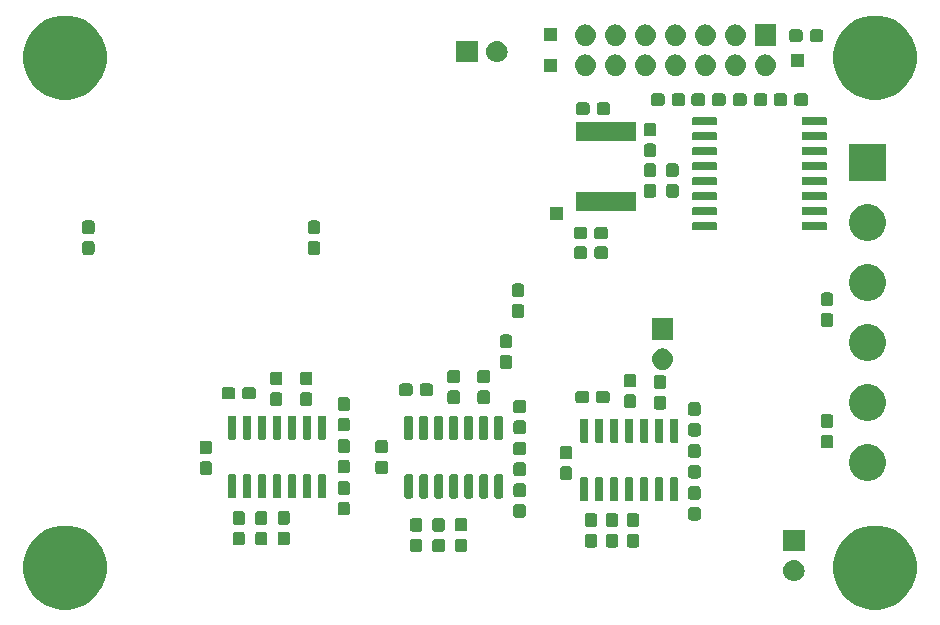
<source format=gbs>
G04 #@! TF.GenerationSoftware,KiCad,Pcbnew,(5.1.4)-1*
G04 #@! TF.CreationDate,2019-11-10T12:22:22-05:00*
G04 #@! TF.ProjectId,synth,73796e74-682e-46b6-9963-61645f706362,rev?*
G04 #@! TF.SameCoordinates,Original*
G04 #@! TF.FileFunction,Soldermask,Bot*
G04 #@! TF.FilePolarity,Negative*
%FSLAX46Y46*%
G04 Gerber Fmt 4.6, Leading zero omitted, Abs format (unit mm)*
G04 Created by KiCad (PCBNEW (5.1.4)-1) date 2019-11-10 12:22:22*
%MOMM*%
%LPD*%
G04 APERTURE LIST*
%ADD10C,0.100000*%
G04 APERTURE END LIST*
D10*
G36*
X215665731Y-124855655D02*
G01*
X216311935Y-125123321D01*
X216893505Y-125511914D01*
X217388086Y-126006495D01*
X217776679Y-126588065D01*
X218044345Y-127234269D01*
X218180800Y-127920276D01*
X218180800Y-128619724D01*
X218044345Y-129305731D01*
X217776679Y-129951935D01*
X217388086Y-130533505D01*
X216893505Y-131028086D01*
X216311935Y-131416679D01*
X215665731Y-131684345D01*
X214979724Y-131820800D01*
X214280276Y-131820800D01*
X213594269Y-131684345D01*
X212948065Y-131416679D01*
X212366495Y-131028086D01*
X211871914Y-130533505D01*
X211483321Y-129951935D01*
X211215655Y-129305731D01*
X211079200Y-128619724D01*
X211079200Y-127920276D01*
X211215655Y-127234269D01*
X211483321Y-126588065D01*
X211871914Y-126006495D01*
X212366495Y-125511914D01*
X212948065Y-125123321D01*
X213594269Y-124855655D01*
X214280276Y-124719200D01*
X214979724Y-124719200D01*
X215665731Y-124855655D01*
X215665731Y-124855655D01*
G37*
G36*
X147085731Y-124855655D02*
G01*
X147731935Y-125123321D01*
X148313505Y-125511914D01*
X148808086Y-126006495D01*
X149196679Y-126588065D01*
X149464345Y-127234269D01*
X149600800Y-127920276D01*
X149600800Y-128619724D01*
X149464345Y-129305731D01*
X149196679Y-129951935D01*
X148808086Y-130533505D01*
X148313505Y-131028086D01*
X147731935Y-131416679D01*
X147085731Y-131684345D01*
X146399724Y-131820800D01*
X145700276Y-131820800D01*
X145014269Y-131684345D01*
X144368065Y-131416679D01*
X143786495Y-131028086D01*
X143291914Y-130533505D01*
X142903321Y-129951935D01*
X142635655Y-129305731D01*
X142499200Y-128619724D01*
X142499200Y-127920276D01*
X142635655Y-127234269D01*
X142903321Y-126588065D01*
X143291914Y-126006495D01*
X143786495Y-125511914D01*
X144368065Y-125123321D01*
X145014269Y-124855655D01*
X145700276Y-124719200D01*
X146399724Y-124719200D01*
X147085731Y-124855655D01*
X147085731Y-124855655D01*
G37*
G36*
X207948584Y-127636233D02*
G01*
X207948587Y-127636234D01*
X207948588Y-127636234D01*
X208118389Y-127687743D01*
X208165861Y-127713117D01*
X208274881Y-127771389D01*
X208412044Y-127883956D01*
X208524611Y-128021119D01*
X208582883Y-128130139D01*
X208608257Y-128177611D01*
X208659766Y-128347412D01*
X208659767Y-128347416D01*
X208677159Y-128524000D01*
X208659767Y-128700584D01*
X208659766Y-128700587D01*
X208659766Y-128700588D01*
X208608257Y-128870389D01*
X208608256Y-128870390D01*
X208524611Y-129026881D01*
X208412044Y-129164044D01*
X208274881Y-129276611D01*
X208165861Y-129334883D01*
X208118389Y-129360257D01*
X207948588Y-129411766D01*
X207948587Y-129411766D01*
X207948584Y-129411767D01*
X207816255Y-129424800D01*
X207727745Y-129424800D01*
X207595416Y-129411767D01*
X207595413Y-129411766D01*
X207595412Y-129411766D01*
X207425611Y-129360257D01*
X207378139Y-129334883D01*
X207269119Y-129276611D01*
X207131956Y-129164044D01*
X207019389Y-129026881D01*
X206935744Y-128870390D01*
X206935743Y-128870389D01*
X206884234Y-128700588D01*
X206884234Y-128700587D01*
X206884233Y-128700584D01*
X206866841Y-128524000D01*
X206884233Y-128347416D01*
X206884234Y-128347412D01*
X206935743Y-128177611D01*
X206961117Y-128130139D01*
X207019389Y-128021119D01*
X207131956Y-127883956D01*
X207269119Y-127771389D01*
X207378139Y-127713117D01*
X207425611Y-127687743D01*
X207595412Y-127636234D01*
X207595413Y-127636234D01*
X207595416Y-127636233D01*
X207727745Y-127623200D01*
X207816255Y-127623200D01*
X207948584Y-127636233D01*
X207948584Y-127636233D01*
G37*
G36*
X176115284Y-125830804D02*
G01*
X176159791Y-125844305D01*
X176200812Y-125866231D01*
X176236764Y-125895736D01*
X176266269Y-125931688D01*
X176288195Y-125972709D01*
X176301696Y-126017216D01*
X176306500Y-126065993D01*
X176306500Y-126737607D01*
X176301696Y-126786384D01*
X176288195Y-126830891D01*
X176266269Y-126871912D01*
X176236764Y-126907864D01*
X176200812Y-126937369D01*
X176159791Y-126959295D01*
X176115284Y-126972796D01*
X176066507Y-126977600D01*
X175494893Y-126977600D01*
X175446116Y-126972796D01*
X175401609Y-126959295D01*
X175360588Y-126937369D01*
X175324636Y-126907864D01*
X175295131Y-126871912D01*
X175273205Y-126830891D01*
X175259704Y-126786384D01*
X175254900Y-126737607D01*
X175254900Y-126065993D01*
X175259704Y-126017216D01*
X175273205Y-125972709D01*
X175295131Y-125931688D01*
X175324636Y-125895736D01*
X175360588Y-125866231D01*
X175401609Y-125844305D01*
X175446116Y-125830804D01*
X175494893Y-125826000D01*
X176066507Y-125826000D01*
X176115284Y-125830804D01*
X176115284Y-125830804D01*
G37*
G36*
X178020284Y-125830804D02*
G01*
X178064791Y-125844305D01*
X178105812Y-125866231D01*
X178141764Y-125895736D01*
X178171269Y-125931688D01*
X178193195Y-125972709D01*
X178206696Y-126017216D01*
X178211500Y-126065993D01*
X178211500Y-126737607D01*
X178206696Y-126786384D01*
X178193195Y-126830891D01*
X178171269Y-126871912D01*
X178141764Y-126907864D01*
X178105812Y-126937369D01*
X178064791Y-126959295D01*
X178020284Y-126972796D01*
X177971507Y-126977600D01*
X177399893Y-126977600D01*
X177351116Y-126972796D01*
X177306609Y-126959295D01*
X177265588Y-126937369D01*
X177229636Y-126907864D01*
X177200131Y-126871912D01*
X177178205Y-126830891D01*
X177164704Y-126786384D01*
X177159900Y-126737607D01*
X177159900Y-126065993D01*
X177164704Y-126017216D01*
X177178205Y-125972709D01*
X177200131Y-125931688D01*
X177229636Y-125895736D01*
X177265588Y-125866231D01*
X177306609Y-125844305D01*
X177351116Y-125830804D01*
X177399893Y-125826000D01*
X177971507Y-125826000D01*
X178020284Y-125830804D01*
X178020284Y-125830804D01*
G37*
G36*
X179925284Y-125816804D02*
G01*
X179969791Y-125830305D01*
X180010812Y-125852231D01*
X180046764Y-125881736D01*
X180076269Y-125917688D01*
X180098195Y-125958709D01*
X180111696Y-126003216D01*
X180116500Y-126051993D01*
X180116500Y-126723607D01*
X180111696Y-126772384D01*
X180098195Y-126816891D01*
X180076269Y-126857912D01*
X180046764Y-126893864D01*
X180010812Y-126923369D01*
X179969791Y-126945295D01*
X179925284Y-126958796D01*
X179876507Y-126963600D01*
X179304893Y-126963600D01*
X179256116Y-126958796D01*
X179211609Y-126945295D01*
X179170588Y-126923369D01*
X179134636Y-126893864D01*
X179105131Y-126857912D01*
X179083205Y-126816891D01*
X179069704Y-126772384D01*
X179064900Y-126723607D01*
X179064900Y-126051993D01*
X179069704Y-126003216D01*
X179083205Y-125958709D01*
X179105131Y-125917688D01*
X179134636Y-125881736D01*
X179170588Y-125852231D01*
X179211609Y-125830305D01*
X179256116Y-125816804D01*
X179304893Y-125812000D01*
X179876507Y-125812000D01*
X179925284Y-125816804D01*
X179925284Y-125816804D01*
G37*
G36*
X208672800Y-126884800D02*
G01*
X206871200Y-126884800D01*
X206871200Y-125083200D01*
X208672800Y-125083200D01*
X208672800Y-126884800D01*
X208672800Y-126884800D01*
G37*
G36*
X194479484Y-125424404D02*
G01*
X194523991Y-125437905D01*
X194565012Y-125459831D01*
X194600964Y-125489336D01*
X194630469Y-125525288D01*
X194652395Y-125566309D01*
X194665896Y-125610816D01*
X194670700Y-125659593D01*
X194670700Y-126331207D01*
X194665896Y-126379984D01*
X194652395Y-126424491D01*
X194630469Y-126465512D01*
X194600964Y-126501464D01*
X194565012Y-126530969D01*
X194523991Y-126552895D01*
X194479484Y-126566396D01*
X194430707Y-126571200D01*
X193859093Y-126571200D01*
X193810316Y-126566396D01*
X193765809Y-126552895D01*
X193724788Y-126530969D01*
X193688836Y-126501464D01*
X193659331Y-126465512D01*
X193637405Y-126424491D01*
X193623904Y-126379984D01*
X193619100Y-126331207D01*
X193619100Y-125659593D01*
X193623904Y-125610816D01*
X193637405Y-125566309D01*
X193659331Y-125525288D01*
X193688836Y-125489336D01*
X193724788Y-125459831D01*
X193765809Y-125437905D01*
X193810316Y-125424404D01*
X193859093Y-125419600D01*
X194430707Y-125419600D01*
X194479484Y-125424404D01*
X194479484Y-125424404D01*
G37*
G36*
X190923484Y-125424404D02*
G01*
X190967991Y-125437905D01*
X191009012Y-125459831D01*
X191044964Y-125489336D01*
X191074469Y-125525288D01*
X191096395Y-125566309D01*
X191109896Y-125610816D01*
X191114700Y-125659593D01*
X191114700Y-126331207D01*
X191109896Y-126379984D01*
X191096395Y-126424491D01*
X191074469Y-126465512D01*
X191044964Y-126501464D01*
X191009012Y-126530969D01*
X190967991Y-126552895D01*
X190923484Y-126566396D01*
X190874707Y-126571200D01*
X190303093Y-126571200D01*
X190254316Y-126566396D01*
X190209809Y-126552895D01*
X190168788Y-126530969D01*
X190132836Y-126501464D01*
X190103331Y-126465512D01*
X190081405Y-126424491D01*
X190067904Y-126379984D01*
X190063100Y-126331207D01*
X190063100Y-125659593D01*
X190067904Y-125610816D01*
X190081405Y-125566309D01*
X190103331Y-125525288D01*
X190132836Y-125489336D01*
X190168788Y-125459831D01*
X190209809Y-125437905D01*
X190254316Y-125424404D01*
X190303093Y-125419600D01*
X190874707Y-125419600D01*
X190923484Y-125424404D01*
X190923484Y-125424404D01*
G37*
G36*
X192701484Y-125424404D02*
G01*
X192745991Y-125437905D01*
X192787012Y-125459831D01*
X192822964Y-125489336D01*
X192852469Y-125525288D01*
X192874395Y-125566309D01*
X192887896Y-125610816D01*
X192892700Y-125659593D01*
X192892700Y-126331207D01*
X192887896Y-126379984D01*
X192874395Y-126424491D01*
X192852469Y-126465512D01*
X192822964Y-126501464D01*
X192787012Y-126530969D01*
X192745991Y-126552895D01*
X192701484Y-126566396D01*
X192652707Y-126571200D01*
X192081093Y-126571200D01*
X192032316Y-126566396D01*
X191987809Y-126552895D01*
X191946788Y-126530969D01*
X191910836Y-126501464D01*
X191881331Y-126465512D01*
X191859405Y-126424491D01*
X191845904Y-126379984D01*
X191841100Y-126331207D01*
X191841100Y-125659593D01*
X191845904Y-125610816D01*
X191859405Y-125566309D01*
X191881331Y-125525288D01*
X191910836Y-125489336D01*
X191946788Y-125459831D01*
X191987809Y-125437905D01*
X192032316Y-125424404D01*
X192081093Y-125419600D01*
X192652707Y-125419600D01*
X192701484Y-125424404D01*
X192701484Y-125424404D01*
G37*
G36*
X161103884Y-125246604D02*
G01*
X161148391Y-125260105D01*
X161189412Y-125282031D01*
X161225364Y-125311536D01*
X161254869Y-125347488D01*
X161276795Y-125388509D01*
X161290296Y-125433016D01*
X161295100Y-125481793D01*
X161295100Y-126153407D01*
X161290296Y-126202184D01*
X161276795Y-126246691D01*
X161254869Y-126287712D01*
X161225364Y-126323664D01*
X161189412Y-126353169D01*
X161148391Y-126375095D01*
X161103884Y-126388596D01*
X161055107Y-126393400D01*
X160483493Y-126393400D01*
X160434716Y-126388596D01*
X160390209Y-126375095D01*
X160349188Y-126353169D01*
X160313236Y-126323664D01*
X160283731Y-126287712D01*
X160261805Y-126246691D01*
X160248304Y-126202184D01*
X160243500Y-126153407D01*
X160243500Y-125481793D01*
X160248304Y-125433016D01*
X160261805Y-125388509D01*
X160283731Y-125347488D01*
X160313236Y-125311536D01*
X160349188Y-125282031D01*
X160390209Y-125260105D01*
X160434716Y-125246604D01*
X160483493Y-125241800D01*
X161055107Y-125241800D01*
X161103884Y-125246604D01*
X161103884Y-125246604D01*
G37*
G36*
X163008884Y-125246604D02*
G01*
X163053391Y-125260105D01*
X163094412Y-125282031D01*
X163130364Y-125311536D01*
X163159869Y-125347488D01*
X163181795Y-125388509D01*
X163195296Y-125433016D01*
X163200100Y-125481793D01*
X163200100Y-126153407D01*
X163195296Y-126202184D01*
X163181795Y-126246691D01*
X163159869Y-126287712D01*
X163130364Y-126323664D01*
X163094412Y-126353169D01*
X163053391Y-126375095D01*
X163008884Y-126388596D01*
X162960107Y-126393400D01*
X162388493Y-126393400D01*
X162339716Y-126388596D01*
X162295209Y-126375095D01*
X162254188Y-126353169D01*
X162218236Y-126323664D01*
X162188731Y-126287712D01*
X162166805Y-126246691D01*
X162153304Y-126202184D01*
X162148500Y-126153407D01*
X162148500Y-125481793D01*
X162153304Y-125433016D01*
X162166805Y-125388509D01*
X162188731Y-125347488D01*
X162218236Y-125311536D01*
X162254188Y-125282031D01*
X162295209Y-125260105D01*
X162339716Y-125246604D01*
X162388493Y-125241800D01*
X162960107Y-125241800D01*
X163008884Y-125246604D01*
X163008884Y-125246604D01*
G37*
G36*
X164913884Y-125232604D02*
G01*
X164958391Y-125246105D01*
X164999412Y-125268031D01*
X165035364Y-125297536D01*
X165064869Y-125333488D01*
X165086795Y-125374509D01*
X165100296Y-125419016D01*
X165105100Y-125467793D01*
X165105100Y-126139407D01*
X165100296Y-126188184D01*
X165086795Y-126232691D01*
X165064869Y-126273712D01*
X165035364Y-126309664D01*
X164999412Y-126339169D01*
X164958391Y-126361095D01*
X164913884Y-126374596D01*
X164865107Y-126379400D01*
X164293493Y-126379400D01*
X164244716Y-126374596D01*
X164200209Y-126361095D01*
X164159188Y-126339169D01*
X164123236Y-126309664D01*
X164093731Y-126273712D01*
X164071805Y-126232691D01*
X164058304Y-126188184D01*
X164053500Y-126139407D01*
X164053500Y-125467793D01*
X164058304Y-125419016D01*
X164071805Y-125374509D01*
X164093731Y-125333488D01*
X164123236Y-125297536D01*
X164159188Y-125268031D01*
X164200209Y-125246105D01*
X164244716Y-125232604D01*
X164293493Y-125227800D01*
X164865107Y-125227800D01*
X164913884Y-125232604D01*
X164913884Y-125232604D01*
G37*
G36*
X178020284Y-124080804D02*
G01*
X178064791Y-124094305D01*
X178105812Y-124116231D01*
X178141764Y-124145736D01*
X178171269Y-124181688D01*
X178193195Y-124222709D01*
X178206696Y-124267216D01*
X178211500Y-124315993D01*
X178211500Y-124987607D01*
X178206696Y-125036384D01*
X178193195Y-125080891D01*
X178171269Y-125121912D01*
X178141764Y-125157864D01*
X178105812Y-125187369D01*
X178064791Y-125209295D01*
X178020284Y-125222796D01*
X177971507Y-125227600D01*
X177399893Y-125227600D01*
X177351116Y-125222796D01*
X177306609Y-125209295D01*
X177265588Y-125187369D01*
X177229636Y-125157864D01*
X177200131Y-125121912D01*
X177178205Y-125080891D01*
X177164704Y-125036384D01*
X177159900Y-124987607D01*
X177159900Y-124315993D01*
X177164704Y-124267216D01*
X177178205Y-124222709D01*
X177200131Y-124181688D01*
X177229636Y-124145736D01*
X177265588Y-124116231D01*
X177306609Y-124094305D01*
X177351116Y-124080804D01*
X177399893Y-124076000D01*
X177971507Y-124076000D01*
X178020284Y-124080804D01*
X178020284Y-124080804D01*
G37*
G36*
X176115284Y-124080804D02*
G01*
X176159791Y-124094305D01*
X176200812Y-124116231D01*
X176236764Y-124145736D01*
X176266269Y-124181688D01*
X176288195Y-124222709D01*
X176301696Y-124267216D01*
X176306500Y-124315993D01*
X176306500Y-124987607D01*
X176301696Y-125036384D01*
X176288195Y-125080891D01*
X176266269Y-125121912D01*
X176236764Y-125157864D01*
X176200812Y-125187369D01*
X176159791Y-125209295D01*
X176115284Y-125222796D01*
X176066507Y-125227600D01*
X175494893Y-125227600D01*
X175446116Y-125222796D01*
X175401609Y-125209295D01*
X175360588Y-125187369D01*
X175324636Y-125157864D01*
X175295131Y-125121912D01*
X175273205Y-125080891D01*
X175259704Y-125036384D01*
X175254900Y-124987607D01*
X175254900Y-124315993D01*
X175259704Y-124267216D01*
X175273205Y-124222709D01*
X175295131Y-124181688D01*
X175324636Y-124145736D01*
X175360588Y-124116231D01*
X175401609Y-124094305D01*
X175446116Y-124080804D01*
X175494893Y-124076000D01*
X176066507Y-124076000D01*
X176115284Y-124080804D01*
X176115284Y-124080804D01*
G37*
G36*
X179925284Y-124066804D02*
G01*
X179969791Y-124080305D01*
X180010812Y-124102231D01*
X180046764Y-124131736D01*
X180076269Y-124167688D01*
X180098195Y-124208709D01*
X180111696Y-124253216D01*
X180116500Y-124301993D01*
X180116500Y-124973607D01*
X180111696Y-125022384D01*
X180098195Y-125066891D01*
X180076269Y-125107912D01*
X180046764Y-125143864D01*
X180010812Y-125173369D01*
X179969791Y-125195295D01*
X179925284Y-125208796D01*
X179876507Y-125213600D01*
X179304893Y-125213600D01*
X179256116Y-125208796D01*
X179211609Y-125195295D01*
X179170588Y-125173369D01*
X179134636Y-125143864D01*
X179105131Y-125107912D01*
X179083205Y-125066891D01*
X179069704Y-125022384D01*
X179064900Y-124973607D01*
X179064900Y-124301993D01*
X179069704Y-124253216D01*
X179083205Y-124208709D01*
X179105131Y-124167688D01*
X179134636Y-124131736D01*
X179170588Y-124102231D01*
X179211609Y-124080305D01*
X179256116Y-124066804D01*
X179304893Y-124062000D01*
X179876507Y-124062000D01*
X179925284Y-124066804D01*
X179925284Y-124066804D01*
G37*
G36*
X194479484Y-123674404D02*
G01*
X194523991Y-123687905D01*
X194565012Y-123709831D01*
X194600964Y-123739336D01*
X194630469Y-123775288D01*
X194652395Y-123816309D01*
X194665896Y-123860816D01*
X194670700Y-123909593D01*
X194670700Y-124581207D01*
X194665896Y-124629984D01*
X194652395Y-124674491D01*
X194630469Y-124715512D01*
X194600964Y-124751464D01*
X194565012Y-124780969D01*
X194523991Y-124802895D01*
X194479484Y-124816396D01*
X194430707Y-124821200D01*
X193859093Y-124821200D01*
X193810316Y-124816396D01*
X193765809Y-124802895D01*
X193724788Y-124780969D01*
X193688836Y-124751464D01*
X193659331Y-124715512D01*
X193637405Y-124674491D01*
X193623904Y-124629984D01*
X193619100Y-124581207D01*
X193619100Y-123909593D01*
X193623904Y-123860816D01*
X193637405Y-123816309D01*
X193659331Y-123775288D01*
X193688836Y-123739336D01*
X193724788Y-123709831D01*
X193765809Y-123687905D01*
X193810316Y-123674404D01*
X193859093Y-123669600D01*
X194430707Y-123669600D01*
X194479484Y-123674404D01*
X194479484Y-123674404D01*
G37*
G36*
X190923484Y-123674404D02*
G01*
X190967991Y-123687905D01*
X191009012Y-123709831D01*
X191044964Y-123739336D01*
X191074469Y-123775288D01*
X191096395Y-123816309D01*
X191109896Y-123860816D01*
X191114700Y-123909593D01*
X191114700Y-124581207D01*
X191109896Y-124629984D01*
X191096395Y-124674491D01*
X191074469Y-124715512D01*
X191044964Y-124751464D01*
X191009012Y-124780969D01*
X190967991Y-124802895D01*
X190923484Y-124816396D01*
X190874707Y-124821200D01*
X190303093Y-124821200D01*
X190254316Y-124816396D01*
X190209809Y-124802895D01*
X190168788Y-124780969D01*
X190132836Y-124751464D01*
X190103331Y-124715512D01*
X190081405Y-124674491D01*
X190067904Y-124629984D01*
X190063100Y-124581207D01*
X190063100Y-123909593D01*
X190067904Y-123860816D01*
X190081405Y-123816309D01*
X190103331Y-123775288D01*
X190132836Y-123739336D01*
X190168788Y-123709831D01*
X190209809Y-123687905D01*
X190254316Y-123674404D01*
X190303093Y-123669600D01*
X190874707Y-123669600D01*
X190923484Y-123674404D01*
X190923484Y-123674404D01*
G37*
G36*
X192701484Y-123674404D02*
G01*
X192745991Y-123687905D01*
X192787012Y-123709831D01*
X192822964Y-123739336D01*
X192852469Y-123775288D01*
X192874395Y-123816309D01*
X192887896Y-123860816D01*
X192892700Y-123909593D01*
X192892700Y-124581207D01*
X192887896Y-124629984D01*
X192874395Y-124674491D01*
X192852469Y-124715512D01*
X192822964Y-124751464D01*
X192787012Y-124780969D01*
X192745991Y-124802895D01*
X192701484Y-124816396D01*
X192652707Y-124821200D01*
X192081093Y-124821200D01*
X192032316Y-124816396D01*
X191987809Y-124802895D01*
X191946788Y-124780969D01*
X191910836Y-124751464D01*
X191881331Y-124715512D01*
X191859405Y-124674491D01*
X191845904Y-124629984D01*
X191841100Y-124581207D01*
X191841100Y-123909593D01*
X191845904Y-123860816D01*
X191859405Y-123816309D01*
X191881331Y-123775288D01*
X191910836Y-123739336D01*
X191946788Y-123709831D01*
X191987809Y-123687905D01*
X192032316Y-123674404D01*
X192081093Y-123669600D01*
X192652707Y-123669600D01*
X192701484Y-123674404D01*
X192701484Y-123674404D01*
G37*
G36*
X163008884Y-123496604D02*
G01*
X163053391Y-123510105D01*
X163094412Y-123532031D01*
X163130364Y-123561536D01*
X163159869Y-123597488D01*
X163181795Y-123638509D01*
X163195296Y-123683016D01*
X163200100Y-123731793D01*
X163200100Y-124403407D01*
X163195296Y-124452184D01*
X163181795Y-124496691D01*
X163159869Y-124537712D01*
X163130364Y-124573664D01*
X163094412Y-124603169D01*
X163053391Y-124625095D01*
X163008884Y-124638596D01*
X162960107Y-124643400D01*
X162388493Y-124643400D01*
X162339716Y-124638596D01*
X162295209Y-124625095D01*
X162254188Y-124603169D01*
X162218236Y-124573664D01*
X162188731Y-124537712D01*
X162166805Y-124496691D01*
X162153304Y-124452184D01*
X162148500Y-124403407D01*
X162148500Y-123731793D01*
X162153304Y-123683016D01*
X162166805Y-123638509D01*
X162188731Y-123597488D01*
X162218236Y-123561536D01*
X162254188Y-123532031D01*
X162295209Y-123510105D01*
X162339716Y-123496604D01*
X162388493Y-123491800D01*
X162960107Y-123491800D01*
X163008884Y-123496604D01*
X163008884Y-123496604D01*
G37*
G36*
X161103884Y-123496604D02*
G01*
X161148391Y-123510105D01*
X161189412Y-123532031D01*
X161225364Y-123561536D01*
X161254869Y-123597488D01*
X161276795Y-123638509D01*
X161290296Y-123683016D01*
X161295100Y-123731793D01*
X161295100Y-124403407D01*
X161290296Y-124452184D01*
X161276795Y-124496691D01*
X161254869Y-124537712D01*
X161225364Y-124573664D01*
X161189412Y-124603169D01*
X161148391Y-124625095D01*
X161103884Y-124638596D01*
X161055107Y-124643400D01*
X160483493Y-124643400D01*
X160434716Y-124638596D01*
X160390209Y-124625095D01*
X160349188Y-124603169D01*
X160313236Y-124573664D01*
X160283731Y-124537712D01*
X160261805Y-124496691D01*
X160248304Y-124452184D01*
X160243500Y-124403407D01*
X160243500Y-123731793D01*
X160248304Y-123683016D01*
X160261805Y-123638509D01*
X160283731Y-123597488D01*
X160313236Y-123561536D01*
X160349188Y-123532031D01*
X160390209Y-123510105D01*
X160434716Y-123496604D01*
X160483493Y-123491800D01*
X161055107Y-123491800D01*
X161103884Y-123496604D01*
X161103884Y-123496604D01*
G37*
G36*
X164913884Y-123482604D02*
G01*
X164958391Y-123496105D01*
X164999412Y-123518031D01*
X165035364Y-123547536D01*
X165064869Y-123583488D01*
X165086795Y-123624509D01*
X165100296Y-123669016D01*
X165105100Y-123717793D01*
X165105100Y-124389407D01*
X165100296Y-124438184D01*
X165086795Y-124482691D01*
X165064869Y-124523712D01*
X165035364Y-124559664D01*
X164999412Y-124589169D01*
X164958391Y-124611095D01*
X164913884Y-124624596D01*
X164865107Y-124629400D01*
X164293493Y-124629400D01*
X164244716Y-124624596D01*
X164200209Y-124611095D01*
X164159188Y-124589169D01*
X164123236Y-124559664D01*
X164093731Y-124523712D01*
X164071805Y-124482691D01*
X164058304Y-124438184D01*
X164053500Y-124389407D01*
X164053500Y-123717793D01*
X164058304Y-123669016D01*
X164071805Y-123624509D01*
X164093731Y-123583488D01*
X164123236Y-123547536D01*
X164159188Y-123518031D01*
X164200209Y-123496105D01*
X164244716Y-123482604D01*
X164293493Y-123477800D01*
X164865107Y-123477800D01*
X164913884Y-123482604D01*
X164913884Y-123482604D01*
G37*
G36*
X199686484Y-123138404D02*
G01*
X199730991Y-123151905D01*
X199772012Y-123173831D01*
X199807964Y-123203336D01*
X199837469Y-123239288D01*
X199859395Y-123280309D01*
X199872896Y-123324816D01*
X199877700Y-123373593D01*
X199877700Y-124045207D01*
X199872896Y-124093984D01*
X199859395Y-124138491D01*
X199837469Y-124179512D01*
X199807964Y-124215464D01*
X199772012Y-124244969D01*
X199730991Y-124266895D01*
X199686484Y-124280396D01*
X199637707Y-124285200D01*
X199066093Y-124285200D01*
X199017316Y-124280396D01*
X198972809Y-124266895D01*
X198931788Y-124244969D01*
X198895836Y-124215464D01*
X198866331Y-124179512D01*
X198844405Y-124138491D01*
X198830904Y-124093984D01*
X198826100Y-124045207D01*
X198826100Y-123373593D01*
X198830904Y-123324816D01*
X198844405Y-123280309D01*
X198866331Y-123239288D01*
X198895836Y-123203336D01*
X198931788Y-123173831D01*
X198972809Y-123151905D01*
X199017316Y-123138404D01*
X199066093Y-123133600D01*
X199637707Y-123133600D01*
X199686484Y-123138404D01*
X199686484Y-123138404D01*
G37*
G36*
X184878284Y-122895804D02*
G01*
X184922791Y-122909305D01*
X184963812Y-122931231D01*
X184999764Y-122960736D01*
X185029269Y-122996688D01*
X185051195Y-123037709D01*
X185064696Y-123082216D01*
X185069500Y-123130993D01*
X185069500Y-123802607D01*
X185064696Y-123851384D01*
X185051195Y-123895891D01*
X185029269Y-123936912D01*
X184999764Y-123972864D01*
X184963812Y-124002369D01*
X184922791Y-124024295D01*
X184878284Y-124037796D01*
X184829507Y-124042600D01*
X184257893Y-124042600D01*
X184209116Y-124037796D01*
X184164609Y-124024295D01*
X184123588Y-124002369D01*
X184087636Y-123972864D01*
X184058131Y-123936912D01*
X184036205Y-123895891D01*
X184022704Y-123851384D01*
X184017900Y-123802607D01*
X184017900Y-123130993D01*
X184022704Y-123082216D01*
X184036205Y-123037709D01*
X184058131Y-122996688D01*
X184087636Y-122960736D01*
X184123588Y-122931231D01*
X184164609Y-122909305D01*
X184209116Y-122895804D01*
X184257893Y-122891000D01*
X184829507Y-122891000D01*
X184878284Y-122895804D01*
X184878284Y-122895804D01*
G37*
G36*
X169993884Y-122706604D02*
G01*
X170038391Y-122720105D01*
X170079412Y-122742031D01*
X170115364Y-122771536D01*
X170144869Y-122807488D01*
X170166795Y-122848509D01*
X170180296Y-122893016D01*
X170185100Y-122941793D01*
X170185100Y-123613407D01*
X170180296Y-123662184D01*
X170166795Y-123706691D01*
X170144869Y-123747712D01*
X170115364Y-123783664D01*
X170079412Y-123813169D01*
X170038391Y-123835095D01*
X169993884Y-123848596D01*
X169945107Y-123853400D01*
X169373493Y-123853400D01*
X169324716Y-123848596D01*
X169280209Y-123835095D01*
X169239188Y-123813169D01*
X169203236Y-123783664D01*
X169173731Y-123747712D01*
X169151805Y-123706691D01*
X169138304Y-123662184D01*
X169133500Y-123613407D01*
X169133500Y-122941793D01*
X169138304Y-122893016D01*
X169151805Y-122848509D01*
X169173731Y-122807488D01*
X169203236Y-122771536D01*
X169239188Y-122742031D01*
X169280209Y-122720105D01*
X169324716Y-122706604D01*
X169373493Y-122701800D01*
X169945107Y-122701800D01*
X169993884Y-122706604D01*
X169993884Y-122706604D01*
G37*
G36*
X192780915Y-120610723D02*
G01*
X192809006Y-120619244D01*
X192834898Y-120633084D01*
X192857592Y-120651708D01*
X192876216Y-120674402D01*
X192890056Y-120700294D01*
X192898577Y-120728385D01*
X192901700Y-120760091D01*
X192901700Y-122506709D01*
X192898577Y-122538415D01*
X192890056Y-122566506D01*
X192876216Y-122592398D01*
X192857592Y-122615092D01*
X192834898Y-122633716D01*
X192809006Y-122647556D01*
X192780915Y-122656077D01*
X192749209Y-122659200D01*
X192352591Y-122659200D01*
X192320885Y-122656077D01*
X192292794Y-122647556D01*
X192266902Y-122633716D01*
X192244208Y-122615092D01*
X192225584Y-122592398D01*
X192211744Y-122566506D01*
X192203223Y-122538415D01*
X192200100Y-122506709D01*
X192200100Y-120760091D01*
X192203223Y-120728385D01*
X192211744Y-120700294D01*
X192225584Y-120674402D01*
X192244208Y-120651708D01*
X192266902Y-120633084D01*
X192292794Y-120619244D01*
X192320885Y-120610723D01*
X192352591Y-120607600D01*
X192749209Y-120607600D01*
X192780915Y-120610723D01*
X192780915Y-120610723D01*
G37*
G36*
X197860915Y-120610723D02*
G01*
X197889006Y-120619244D01*
X197914898Y-120633084D01*
X197937592Y-120651708D01*
X197956216Y-120674402D01*
X197970056Y-120700294D01*
X197978577Y-120728385D01*
X197981700Y-120760091D01*
X197981700Y-122506709D01*
X197978577Y-122538415D01*
X197970056Y-122566506D01*
X197956216Y-122592398D01*
X197937592Y-122615092D01*
X197914898Y-122633716D01*
X197889006Y-122647556D01*
X197860915Y-122656077D01*
X197829209Y-122659200D01*
X197432591Y-122659200D01*
X197400885Y-122656077D01*
X197372794Y-122647556D01*
X197346902Y-122633716D01*
X197324208Y-122615092D01*
X197305584Y-122592398D01*
X197291744Y-122566506D01*
X197283223Y-122538415D01*
X197280100Y-122506709D01*
X197280100Y-120760091D01*
X197283223Y-120728385D01*
X197291744Y-120700294D01*
X197305584Y-120674402D01*
X197324208Y-120651708D01*
X197346902Y-120633084D01*
X197372794Y-120619244D01*
X197400885Y-120610723D01*
X197432591Y-120607600D01*
X197829209Y-120607600D01*
X197860915Y-120610723D01*
X197860915Y-120610723D01*
G37*
G36*
X194050915Y-120610723D02*
G01*
X194079006Y-120619244D01*
X194104898Y-120633084D01*
X194127592Y-120651708D01*
X194146216Y-120674402D01*
X194160056Y-120700294D01*
X194168577Y-120728385D01*
X194171700Y-120760091D01*
X194171700Y-122506709D01*
X194168577Y-122538415D01*
X194160056Y-122566506D01*
X194146216Y-122592398D01*
X194127592Y-122615092D01*
X194104898Y-122633716D01*
X194079006Y-122647556D01*
X194050915Y-122656077D01*
X194019209Y-122659200D01*
X193622591Y-122659200D01*
X193590885Y-122656077D01*
X193562794Y-122647556D01*
X193536902Y-122633716D01*
X193514208Y-122615092D01*
X193495584Y-122592398D01*
X193481744Y-122566506D01*
X193473223Y-122538415D01*
X193470100Y-122506709D01*
X193470100Y-120760091D01*
X193473223Y-120728385D01*
X193481744Y-120700294D01*
X193495584Y-120674402D01*
X193514208Y-120651708D01*
X193536902Y-120633084D01*
X193562794Y-120619244D01*
X193590885Y-120610723D01*
X193622591Y-120607600D01*
X194019209Y-120607600D01*
X194050915Y-120610723D01*
X194050915Y-120610723D01*
G37*
G36*
X195320915Y-120610723D02*
G01*
X195349006Y-120619244D01*
X195374898Y-120633084D01*
X195397592Y-120651708D01*
X195416216Y-120674402D01*
X195430056Y-120700294D01*
X195438577Y-120728385D01*
X195441700Y-120760091D01*
X195441700Y-122506709D01*
X195438577Y-122538415D01*
X195430056Y-122566506D01*
X195416216Y-122592398D01*
X195397592Y-122615092D01*
X195374898Y-122633716D01*
X195349006Y-122647556D01*
X195320915Y-122656077D01*
X195289209Y-122659200D01*
X194892591Y-122659200D01*
X194860885Y-122656077D01*
X194832794Y-122647556D01*
X194806902Y-122633716D01*
X194784208Y-122615092D01*
X194765584Y-122592398D01*
X194751744Y-122566506D01*
X194743223Y-122538415D01*
X194740100Y-122506709D01*
X194740100Y-120760091D01*
X194743223Y-120728385D01*
X194751744Y-120700294D01*
X194765584Y-120674402D01*
X194784208Y-120651708D01*
X194806902Y-120633084D01*
X194832794Y-120619244D01*
X194860885Y-120610723D01*
X194892591Y-120607600D01*
X195289209Y-120607600D01*
X195320915Y-120610723D01*
X195320915Y-120610723D01*
G37*
G36*
X191510915Y-120610723D02*
G01*
X191539006Y-120619244D01*
X191564898Y-120633084D01*
X191587592Y-120651708D01*
X191606216Y-120674402D01*
X191620056Y-120700294D01*
X191628577Y-120728385D01*
X191631700Y-120760091D01*
X191631700Y-122506709D01*
X191628577Y-122538415D01*
X191620056Y-122566506D01*
X191606216Y-122592398D01*
X191587592Y-122615092D01*
X191564898Y-122633716D01*
X191539006Y-122647556D01*
X191510915Y-122656077D01*
X191479209Y-122659200D01*
X191082591Y-122659200D01*
X191050885Y-122656077D01*
X191022794Y-122647556D01*
X190996902Y-122633716D01*
X190974208Y-122615092D01*
X190955584Y-122592398D01*
X190941744Y-122566506D01*
X190933223Y-122538415D01*
X190930100Y-122506709D01*
X190930100Y-120760091D01*
X190933223Y-120728385D01*
X190941744Y-120700294D01*
X190955584Y-120674402D01*
X190974208Y-120651708D01*
X190996902Y-120633084D01*
X191022794Y-120619244D01*
X191050885Y-120610723D01*
X191082591Y-120607600D01*
X191479209Y-120607600D01*
X191510915Y-120610723D01*
X191510915Y-120610723D01*
G37*
G36*
X190240915Y-120610723D02*
G01*
X190269006Y-120619244D01*
X190294898Y-120633084D01*
X190317592Y-120651708D01*
X190336216Y-120674402D01*
X190350056Y-120700294D01*
X190358577Y-120728385D01*
X190361700Y-120760091D01*
X190361700Y-122506709D01*
X190358577Y-122538415D01*
X190350056Y-122566506D01*
X190336216Y-122592398D01*
X190317592Y-122615092D01*
X190294898Y-122633716D01*
X190269006Y-122647556D01*
X190240915Y-122656077D01*
X190209209Y-122659200D01*
X189812591Y-122659200D01*
X189780885Y-122656077D01*
X189752794Y-122647556D01*
X189726902Y-122633716D01*
X189704208Y-122615092D01*
X189685584Y-122592398D01*
X189671744Y-122566506D01*
X189663223Y-122538415D01*
X189660100Y-122506709D01*
X189660100Y-120760091D01*
X189663223Y-120728385D01*
X189671744Y-120700294D01*
X189685584Y-120674402D01*
X189704208Y-120651708D01*
X189726902Y-120633084D01*
X189752794Y-120619244D01*
X189780885Y-120610723D01*
X189812591Y-120607600D01*
X190209209Y-120607600D01*
X190240915Y-120610723D01*
X190240915Y-120610723D01*
G37*
G36*
X196590915Y-120610723D02*
G01*
X196619006Y-120619244D01*
X196644898Y-120633084D01*
X196667592Y-120651708D01*
X196686216Y-120674402D01*
X196700056Y-120700294D01*
X196708577Y-120728385D01*
X196711700Y-120760091D01*
X196711700Y-122506709D01*
X196708577Y-122538415D01*
X196700056Y-122566506D01*
X196686216Y-122592398D01*
X196667592Y-122615092D01*
X196644898Y-122633716D01*
X196619006Y-122647556D01*
X196590915Y-122656077D01*
X196559209Y-122659200D01*
X196162591Y-122659200D01*
X196130885Y-122656077D01*
X196102794Y-122647556D01*
X196076902Y-122633716D01*
X196054208Y-122615092D01*
X196035584Y-122592398D01*
X196021744Y-122566506D01*
X196013223Y-122538415D01*
X196010100Y-122506709D01*
X196010100Y-120760091D01*
X196013223Y-120728385D01*
X196021744Y-120700294D01*
X196035584Y-120674402D01*
X196054208Y-120651708D01*
X196076902Y-120633084D01*
X196102794Y-120619244D01*
X196130885Y-120610723D01*
X196162591Y-120607600D01*
X196559209Y-120607600D01*
X196590915Y-120610723D01*
X196590915Y-120610723D01*
G37*
G36*
X199686484Y-121388404D02*
G01*
X199730991Y-121401905D01*
X199772012Y-121423831D01*
X199807964Y-121453336D01*
X199837469Y-121489288D01*
X199859395Y-121530309D01*
X199872896Y-121574816D01*
X199877700Y-121623593D01*
X199877700Y-122295207D01*
X199872896Y-122343984D01*
X199859395Y-122388491D01*
X199837469Y-122429512D01*
X199807964Y-122465464D01*
X199772012Y-122494969D01*
X199730991Y-122516895D01*
X199686484Y-122530396D01*
X199637707Y-122535200D01*
X199066093Y-122535200D01*
X199017316Y-122530396D01*
X198972809Y-122516895D01*
X198931788Y-122494969D01*
X198895836Y-122465464D01*
X198866331Y-122429512D01*
X198844405Y-122388491D01*
X198830904Y-122343984D01*
X198826100Y-122295207D01*
X198826100Y-121623593D01*
X198830904Y-121574816D01*
X198844405Y-121530309D01*
X198866331Y-121489288D01*
X198895836Y-121453336D01*
X198931788Y-121423831D01*
X198972809Y-121401905D01*
X199017316Y-121388404D01*
X199066093Y-121383600D01*
X199637707Y-121383600D01*
X199686484Y-121388404D01*
X199686484Y-121388404D01*
G37*
G36*
X182995715Y-120375123D02*
G01*
X183023806Y-120383644D01*
X183049698Y-120397484D01*
X183072392Y-120416108D01*
X183091016Y-120438802D01*
X183104856Y-120464694D01*
X183113377Y-120492785D01*
X183116500Y-120524491D01*
X183116500Y-122271109D01*
X183113377Y-122302815D01*
X183104856Y-122330906D01*
X183091016Y-122356798D01*
X183072392Y-122379492D01*
X183049698Y-122398116D01*
X183023806Y-122411956D01*
X182995715Y-122420477D01*
X182964009Y-122423600D01*
X182567391Y-122423600D01*
X182535685Y-122420477D01*
X182507594Y-122411956D01*
X182481702Y-122398116D01*
X182459008Y-122379492D01*
X182440384Y-122356798D01*
X182426544Y-122330906D01*
X182418023Y-122302815D01*
X182414900Y-122271109D01*
X182414900Y-120524491D01*
X182418023Y-120492785D01*
X182426544Y-120464694D01*
X182440384Y-120438802D01*
X182459008Y-120416108D01*
X182481702Y-120397484D01*
X182507594Y-120383644D01*
X182535685Y-120375123D01*
X182567391Y-120372000D01*
X182964009Y-120372000D01*
X182995715Y-120375123D01*
X182995715Y-120375123D01*
G37*
G36*
X181725715Y-120375123D02*
G01*
X181753806Y-120383644D01*
X181779698Y-120397484D01*
X181802392Y-120416108D01*
X181821016Y-120438802D01*
X181834856Y-120464694D01*
X181843377Y-120492785D01*
X181846500Y-120524491D01*
X181846500Y-122271109D01*
X181843377Y-122302815D01*
X181834856Y-122330906D01*
X181821016Y-122356798D01*
X181802392Y-122379492D01*
X181779698Y-122398116D01*
X181753806Y-122411956D01*
X181725715Y-122420477D01*
X181694009Y-122423600D01*
X181297391Y-122423600D01*
X181265685Y-122420477D01*
X181237594Y-122411956D01*
X181211702Y-122398116D01*
X181189008Y-122379492D01*
X181170384Y-122356798D01*
X181156544Y-122330906D01*
X181148023Y-122302815D01*
X181144900Y-122271109D01*
X181144900Y-120524491D01*
X181148023Y-120492785D01*
X181156544Y-120464694D01*
X181170384Y-120438802D01*
X181189008Y-120416108D01*
X181211702Y-120397484D01*
X181237594Y-120383644D01*
X181265685Y-120375123D01*
X181297391Y-120372000D01*
X181694009Y-120372000D01*
X181725715Y-120375123D01*
X181725715Y-120375123D01*
G37*
G36*
X179185715Y-120375123D02*
G01*
X179213806Y-120383644D01*
X179239698Y-120397484D01*
X179262392Y-120416108D01*
X179281016Y-120438802D01*
X179294856Y-120464694D01*
X179303377Y-120492785D01*
X179306500Y-120524491D01*
X179306500Y-122271109D01*
X179303377Y-122302815D01*
X179294856Y-122330906D01*
X179281016Y-122356798D01*
X179262392Y-122379492D01*
X179239698Y-122398116D01*
X179213806Y-122411956D01*
X179185715Y-122420477D01*
X179154009Y-122423600D01*
X178757391Y-122423600D01*
X178725685Y-122420477D01*
X178697594Y-122411956D01*
X178671702Y-122398116D01*
X178649008Y-122379492D01*
X178630384Y-122356798D01*
X178616544Y-122330906D01*
X178608023Y-122302815D01*
X178604900Y-122271109D01*
X178604900Y-120524491D01*
X178608023Y-120492785D01*
X178616544Y-120464694D01*
X178630384Y-120438802D01*
X178649008Y-120416108D01*
X178671702Y-120397484D01*
X178697594Y-120383644D01*
X178725685Y-120375123D01*
X178757391Y-120372000D01*
X179154009Y-120372000D01*
X179185715Y-120375123D01*
X179185715Y-120375123D01*
G37*
G36*
X177915715Y-120375123D02*
G01*
X177943806Y-120383644D01*
X177969698Y-120397484D01*
X177992392Y-120416108D01*
X178011016Y-120438802D01*
X178024856Y-120464694D01*
X178033377Y-120492785D01*
X178036500Y-120524491D01*
X178036500Y-122271109D01*
X178033377Y-122302815D01*
X178024856Y-122330906D01*
X178011016Y-122356798D01*
X177992392Y-122379492D01*
X177969698Y-122398116D01*
X177943806Y-122411956D01*
X177915715Y-122420477D01*
X177884009Y-122423600D01*
X177487391Y-122423600D01*
X177455685Y-122420477D01*
X177427594Y-122411956D01*
X177401702Y-122398116D01*
X177379008Y-122379492D01*
X177360384Y-122356798D01*
X177346544Y-122330906D01*
X177338023Y-122302815D01*
X177334900Y-122271109D01*
X177334900Y-120524491D01*
X177338023Y-120492785D01*
X177346544Y-120464694D01*
X177360384Y-120438802D01*
X177379008Y-120416108D01*
X177401702Y-120397484D01*
X177427594Y-120383644D01*
X177455685Y-120375123D01*
X177487391Y-120372000D01*
X177884009Y-120372000D01*
X177915715Y-120375123D01*
X177915715Y-120375123D01*
G37*
G36*
X180455715Y-120375123D02*
G01*
X180483806Y-120383644D01*
X180509698Y-120397484D01*
X180532392Y-120416108D01*
X180551016Y-120438802D01*
X180564856Y-120464694D01*
X180573377Y-120492785D01*
X180576500Y-120524491D01*
X180576500Y-122271109D01*
X180573377Y-122302815D01*
X180564856Y-122330906D01*
X180551016Y-122356798D01*
X180532392Y-122379492D01*
X180509698Y-122398116D01*
X180483806Y-122411956D01*
X180455715Y-122420477D01*
X180424009Y-122423600D01*
X180027391Y-122423600D01*
X179995685Y-122420477D01*
X179967594Y-122411956D01*
X179941702Y-122398116D01*
X179919008Y-122379492D01*
X179900384Y-122356798D01*
X179886544Y-122330906D01*
X179878023Y-122302815D01*
X179874900Y-122271109D01*
X179874900Y-120524491D01*
X179878023Y-120492785D01*
X179886544Y-120464694D01*
X179900384Y-120438802D01*
X179919008Y-120416108D01*
X179941702Y-120397484D01*
X179967594Y-120383644D01*
X179995685Y-120375123D01*
X180027391Y-120372000D01*
X180424009Y-120372000D01*
X180455715Y-120375123D01*
X180455715Y-120375123D01*
G37*
G36*
X176645715Y-120375123D02*
G01*
X176673806Y-120383644D01*
X176699698Y-120397484D01*
X176722392Y-120416108D01*
X176741016Y-120438802D01*
X176754856Y-120464694D01*
X176763377Y-120492785D01*
X176766500Y-120524491D01*
X176766500Y-122271109D01*
X176763377Y-122302815D01*
X176754856Y-122330906D01*
X176741016Y-122356798D01*
X176722392Y-122379492D01*
X176699698Y-122398116D01*
X176673806Y-122411956D01*
X176645715Y-122420477D01*
X176614009Y-122423600D01*
X176217391Y-122423600D01*
X176185685Y-122420477D01*
X176157594Y-122411956D01*
X176131702Y-122398116D01*
X176109008Y-122379492D01*
X176090384Y-122356798D01*
X176076544Y-122330906D01*
X176068023Y-122302815D01*
X176064900Y-122271109D01*
X176064900Y-120524491D01*
X176068023Y-120492785D01*
X176076544Y-120464694D01*
X176090384Y-120438802D01*
X176109008Y-120416108D01*
X176131702Y-120397484D01*
X176157594Y-120383644D01*
X176185685Y-120375123D01*
X176217391Y-120372000D01*
X176614009Y-120372000D01*
X176645715Y-120375123D01*
X176645715Y-120375123D01*
G37*
G36*
X175375715Y-120375123D02*
G01*
X175403806Y-120383644D01*
X175429698Y-120397484D01*
X175452392Y-120416108D01*
X175471016Y-120438802D01*
X175484856Y-120464694D01*
X175493377Y-120492785D01*
X175496500Y-120524491D01*
X175496500Y-122271109D01*
X175493377Y-122302815D01*
X175484856Y-122330906D01*
X175471016Y-122356798D01*
X175452392Y-122379492D01*
X175429698Y-122398116D01*
X175403806Y-122411956D01*
X175375715Y-122420477D01*
X175344009Y-122423600D01*
X174947391Y-122423600D01*
X174915685Y-122420477D01*
X174887594Y-122411956D01*
X174861702Y-122398116D01*
X174839008Y-122379492D01*
X174820384Y-122356798D01*
X174806544Y-122330906D01*
X174798023Y-122302815D01*
X174794900Y-122271109D01*
X174794900Y-120524491D01*
X174798023Y-120492785D01*
X174806544Y-120464694D01*
X174820384Y-120438802D01*
X174839008Y-120416108D01*
X174861702Y-120397484D01*
X174887594Y-120383644D01*
X174915685Y-120375123D01*
X174947391Y-120372000D01*
X175344009Y-120372000D01*
X175375715Y-120375123D01*
X175375715Y-120375123D01*
G37*
G36*
X165501315Y-120348923D02*
G01*
X165529406Y-120357444D01*
X165555298Y-120371284D01*
X165577992Y-120389908D01*
X165596616Y-120412602D01*
X165610456Y-120438494D01*
X165618977Y-120466585D01*
X165622100Y-120498291D01*
X165622100Y-122244909D01*
X165618977Y-122276615D01*
X165610456Y-122304706D01*
X165596616Y-122330598D01*
X165577992Y-122353292D01*
X165555298Y-122371916D01*
X165529406Y-122385756D01*
X165501315Y-122394277D01*
X165469609Y-122397400D01*
X165072991Y-122397400D01*
X165041285Y-122394277D01*
X165013194Y-122385756D01*
X164987302Y-122371916D01*
X164964608Y-122353292D01*
X164945984Y-122330598D01*
X164932144Y-122304706D01*
X164923623Y-122276615D01*
X164920500Y-122244909D01*
X164920500Y-120498291D01*
X164923623Y-120466585D01*
X164932144Y-120438494D01*
X164945984Y-120412602D01*
X164964608Y-120389908D01*
X164987302Y-120371284D01*
X165013194Y-120357444D01*
X165041285Y-120348923D01*
X165072991Y-120345800D01*
X165469609Y-120345800D01*
X165501315Y-120348923D01*
X165501315Y-120348923D01*
G37*
G36*
X162961315Y-120348923D02*
G01*
X162989406Y-120357444D01*
X163015298Y-120371284D01*
X163037992Y-120389908D01*
X163056616Y-120412602D01*
X163070456Y-120438494D01*
X163078977Y-120466585D01*
X163082100Y-120498291D01*
X163082100Y-122244909D01*
X163078977Y-122276615D01*
X163070456Y-122304706D01*
X163056616Y-122330598D01*
X163037992Y-122353292D01*
X163015298Y-122371916D01*
X162989406Y-122385756D01*
X162961315Y-122394277D01*
X162929609Y-122397400D01*
X162532991Y-122397400D01*
X162501285Y-122394277D01*
X162473194Y-122385756D01*
X162447302Y-122371916D01*
X162424608Y-122353292D01*
X162405984Y-122330598D01*
X162392144Y-122304706D01*
X162383623Y-122276615D01*
X162380500Y-122244909D01*
X162380500Y-120498291D01*
X162383623Y-120466585D01*
X162392144Y-120438494D01*
X162405984Y-120412602D01*
X162424608Y-120389908D01*
X162447302Y-120371284D01*
X162473194Y-120357444D01*
X162501285Y-120348923D01*
X162532991Y-120345800D01*
X162929609Y-120345800D01*
X162961315Y-120348923D01*
X162961315Y-120348923D01*
G37*
G36*
X164231315Y-120348923D02*
G01*
X164259406Y-120357444D01*
X164285298Y-120371284D01*
X164307992Y-120389908D01*
X164326616Y-120412602D01*
X164340456Y-120438494D01*
X164348977Y-120466585D01*
X164352100Y-120498291D01*
X164352100Y-122244909D01*
X164348977Y-122276615D01*
X164340456Y-122304706D01*
X164326616Y-122330598D01*
X164307992Y-122353292D01*
X164285298Y-122371916D01*
X164259406Y-122385756D01*
X164231315Y-122394277D01*
X164199609Y-122397400D01*
X163802991Y-122397400D01*
X163771285Y-122394277D01*
X163743194Y-122385756D01*
X163717302Y-122371916D01*
X163694608Y-122353292D01*
X163675984Y-122330598D01*
X163662144Y-122304706D01*
X163653623Y-122276615D01*
X163650500Y-122244909D01*
X163650500Y-120498291D01*
X163653623Y-120466585D01*
X163662144Y-120438494D01*
X163675984Y-120412602D01*
X163694608Y-120389908D01*
X163717302Y-120371284D01*
X163743194Y-120357444D01*
X163771285Y-120348923D01*
X163802991Y-120345800D01*
X164199609Y-120345800D01*
X164231315Y-120348923D01*
X164231315Y-120348923D01*
G37*
G36*
X166771315Y-120348923D02*
G01*
X166799406Y-120357444D01*
X166825298Y-120371284D01*
X166847992Y-120389908D01*
X166866616Y-120412602D01*
X166880456Y-120438494D01*
X166888977Y-120466585D01*
X166892100Y-120498291D01*
X166892100Y-122244909D01*
X166888977Y-122276615D01*
X166880456Y-122304706D01*
X166866616Y-122330598D01*
X166847992Y-122353292D01*
X166825298Y-122371916D01*
X166799406Y-122385756D01*
X166771315Y-122394277D01*
X166739609Y-122397400D01*
X166342991Y-122397400D01*
X166311285Y-122394277D01*
X166283194Y-122385756D01*
X166257302Y-122371916D01*
X166234608Y-122353292D01*
X166215984Y-122330598D01*
X166202144Y-122304706D01*
X166193623Y-122276615D01*
X166190500Y-122244909D01*
X166190500Y-120498291D01*
X166193623Y-120466585D01*
X166202144Y-120438494D01*
X166215984Y-120412602D01*
X166234608Y-120389908D01*
X166257302Y-120371284D01*
X166283194Y-120357444D01*
X166311285Y-120348923D01*
X166342991Y-120345800D01*
X166739609Y-120345800D01*
X166771315Y-120348923D01*
X166771315Y-120348923D01*
G37*
G36*
X168041315Y-120348923D02*
G01*
X168069406Y-120357444D01*
X168095298Y-120371284D01*
X168117992Y-120389908D01*
X168136616Y-120412602D01*
X168150456Y-120438494D01*
X168158977Y-120466585D01*
X168162100Y-120498291D01*
X168162100Y-122244909D01*
X168158977Y-122276615D01*
X168150456Y-122304706D01*
X168136616Y-122330598D01*
X168117992Y-122353292D01*
X168095298Y-122371916D01*
X168069406Y-122385756D01*
X168041315Y-122394277D01*
X168009609Y-122397400D01*
X167612991Y-122397400D01*
X167581285Y-122394277D01*
X167553194Y-122385756D01*
X167527302Y-122371916D01*
X167504608Y-122353292D01*
X167485984Y-122330598D01*
X167472144Y-122304706D01*
X167463623Y-122276615D01*
X167460500Y-122244909D01*
X167460500Y-120498291D01*
X167463623Y-120466585D01*
X167472144Y-120438494D01*
X167485984Y-120412602D01*
X167504608Y-120389908D01*
X167527302Y-120371284D01*
X167553194Y-120357444D01*
X167581285Y-120348923D01*
X167612991Y-120345800D01*
X168009609Y-120345800D01*
X168041315Y-120348923D01*
X168041315Y-120348923D01*
G37*
G36*
X161691315Y-120348923D02*
G01*
X161719406Y-120357444D01*
X161745298Y-120371284D01*
X161767992Y-120389908D01*
X161786616Y-120412602D01*
X161800456Y-120438494D01*
X161808977Y-120466585D01*
X161812100Y-120498291D01*
X161812100Y-122244909D01*
X161808977Y-122276615D01*
X161800456Y-122304706D01*
X161786616Y-122330598D01*
X161767992Y-122353292D01*
X161745298Y-122371916D01*
X161719406Y-122385756D01*
X161691315Y-122394277D01*
X161659609Y-122397400D01*
X161262991Y-122397400D01*
X161231285Y-122394277D01*
X161203194Y-122385756D01*
X161177302Y-122371916D01*
X161154608Y-122353292D01*
X161135984Y-122330598D01*
X161122144Y-122304706D01*
X161113623Y-122276615D01*
X161110500Y-122244909D01*
X161110500Y-120498291D01*
X161113623Y-120466585D01*
X161122144Y-120438494D01*
X161135984Y-120412602D01*
X161154608Y-120389908D01*
X161177302Y-120371284D01*
X161203194Y-120357444D01*
X161231285Y-120348923D01*
X161262991Y-120345800D01*
X161659609Y-120345800D01*
X161691315Y-120348923D01*
X161691315Y-120348923D01*
G37*
G36*
X160421315Y-120348923D02*
G01*
X160449406Y-120357444D01*
X160475298Y-120371284D01*
X160497992Y-120389908D01*
X160516616Y-120412602D01*
X160530456Y-120438494D01*
X160538977Y-120466585D01*
X160542100Y-120498291D01*
X160542100Y-122244909D01*
X160538977Y-122276615D01*
X160530456Y-122304706D01*
X160516616Y-122330598D01*
X160497992Y-122353292D01*
X160475298Y-122371916D01*
X160449406Y-122385756D01*
X160421315Y-122394277D01*
X160389609Y-122397400D01*
X159992991Y-122397400D01*
X159961285Y-122394277D01*
X159933194Y-122385756D01*
X159907302Y-122371916D01*
X159884608Y-122353292D01*
X159865984Y-122330598D01*
X159852144Y-122304706D01*
X159843623Y-122276615D01*
X159840500Y-122244909D01*
X159840500Y-120498291D01*
X159843623Y-120466585D01*
X159852144Y-120438494D01*
X159865984Y-120412602D01*
X159884608Y-120389908D01*
X159907302Y-120371284D01*
X159933194Y-120357444D01*
X159961285Y-120348923D01*
X159992991Y-120345800D01*
X160389609Y-120345800D01*
X160421315Y-120348923D01*
X160421315Y-120348923D01*
G37*
G36*
X184878284Y-121145804D02*
G01*
X184922791Y-121159305D01*
X184963812Y-121181231D01*
X184999764Y-121210736D01*
X185029269Y-121246688D01*
X185051195Y-121287709D01*
X185064696Y-121332216D01*
X185069500Y-121380993D01*
X185069500Y-122052607D01*
X185064696Y-122101384D01*
X185051195Y-122145891D01*
X185029269Y-122186912D01*
X184999764Y-122222864D01*
X184963812Y-122252369D01*
X184922791Y-122274295D01*
X184878284Y-122287796D01*
X184829507Y-122292600D01*
X184257893Y-122292600D01*
X184209116Y-122287796D01*
X184164609Y-122274295D01*
X184123588Y-122252369D01*
X184087636Y-122222864D01*
X184058131Y-122186912D01*
X184036205Y-122145891D01*
X184022704Y-122101384D01*
X184017900Y-122052607D01*
X184017900Y-121380993D01*
X184022704Y-121332216D01*
X184036205Y-121287709D01*
X184058131Y-121246688D01*
X184087636Y-121210736D01*
X184123588Y-121181231D01*
X184164609Y-121159305D01*
X184209116Y-121145804D01*
X184257893Y-121141000D01*
X184829507Y-121141000D01*
X184878284Y-121145804D01*
X184878284Y-121145804D01*
G37*
G36*
X169993884Y-120956604D02*
G01*
X170038391Y-120970105D01*
X170079412Y-120992031D01*
X170115364Y-121021536D01*
X170144869Y-121057488D01*
X170166795Y-121098509D01*
X170180296Y-121143016D01*
X170185100Y-121191793D01*
X170185100Y-121863407D01*
X170180296Y-121912184D01*
X170166795Y-121956691D01*
X170144869Y-121997712D01*
X170115364Y-122033664D01*
X170079412Y-122063169D01*
X170038391Y-122085095D01*
X169993884Y-122098596D01*
X169945107Y-122103400D01*
X169373493Y-122103400D01*
X169324716Y-122098596D01*
X169280209Y-122085095D01*
X169239188Y-122063169D01*
X169203236Y-122033664D01*
X169173731Y-121997712D01*
X169151805Y-121956691D01*
X169138304Y-121912184D01*
X169133500Y-121863407D01*
X169133500Y-121191793D01*
X169138304Y-121143016D01*
X169151805Y-121098509D01*
X169173731Y-121057488D01*
X169203236Y-121021536D01*
X169239188Y-120992031D01*
X169280209Y-120970105D01*
X169324716Y-120956604D01*
X169373493Y-120951800D01*
X169945107Y-120951800D01*
X169993884Y-120956604D01*
X169993884Y-120956604D01*
G37*
G36*
X214447352Y-117888796D02*
G01*
X214729579Y-118005699D01*
X214983578Y-118175415D01*
X215199585Y-118391422D01*
X215369301Y-118645421D01*
X215486204Y-118927648D01*
X215545800Y-119227259D01*
X215545800Y-119532741D01*
X215486204Y-119832352D01*
X215369301Y-120114579D01*
X215199585Y-120368578D01*
X214983578Y-120584585D01*
X214729579Y-120754301D01*
X214447352Y-120871204D01*
X214147741Y-120930800D01*
X213842259Y-120930800D01*
X213542648Y-120871204D01*
X213260421Y-120754301D01*
X213006422Y-120584585D01*
X212790415Y-120368578D01*
X212620699Y-120114579D01*
X212503796Y-119832352D01*
X212444200Y-119532741D01*
X212444200Y-119227259D01*
X212503796Y-118927648D01*
X212620699Y-118645421D01*
X212790415Y-118391422D01*
X213006422Y-118175415D01*
X213260421Y-118005699D01*
X213542648Y-117888796D01*
X213842259Y-117829200D01*
X214147741Y-117829200D01*
X214447352Y-117888796D01*
X214447352Y-117888796D01*
G37*
G36*
X188802584Y-119709404D02*
G01*
X188847091Y-119722905D01*
X188888112Y-119744831D01*
X188924064Y-119774336D01*
X188953569Y-119810288D01*
X188975495Y-119851309D01*
X188988996Y-119895816D01*
X188993800Y-119944593D01*
X188993800Y-120616207D01*
X188988996Y-120664984D01*
X188975495Y-120709491D01*
X188953569Y-120750512D01*
X188924064Y-120786464D01*
X188888112Y-120815969D01*
X188847091Y-120837895D01*
X188802584Y-120851396D01*
X188753807Y-120856200D01*
X188182193Y-120856200D01*
X188133416Y-120851396D01*
X188088909Y-120837895D01*
X188047888Y-120815969D01*
X188011936Y-120786464D01*
X187982431Y-120750512D01*
X187960505Y-120709491D01*
X187947004Y-120664984D01*
X187942200Y-120616207D01*
X187942200Y-119944593D01*
X187947004Y-119895816D01*
X187960505Y-119851309D01*
X187982431Y-119810288D01*
X188011936Y-119774336D01*
X188047888Y-119744831D01*
X188088909Y-119722905D01*
X188133416Y-119709404D01*
X188182193Y-119704600D01*
X188753807Y-119704600D01*
X188802584Y-119709404D01*
X188802584Y-119709404D01*
G37*
G36*
X199686484Y-119582404D02*
G01*
X199730991Y-119595905D01*
X199772012Y-119617831D01*
X199807964Y-119647336D01*
X199837469Y-119683288D01*
X199859395Y-119724309D01*
X199872896Y-119768816D01*
X199877700Y-119817593D01*
X199877700Y-120489207D01*
X199872896Y-120537984D01*
X199859395Y-120582491D01*
X199837469Y-120623512D01*
X199807964Y-120659464D01*
X199772012Y-120688969D01*
X199730991Y-120710895D01*
X199686484Y-120724396D01*
X199637707Y-120729200D01*
X199066093Y-120729200D01*
X199017316Y-120724396D01*
X198972809Y-120710895D01*
X198931788Y-120688969D01*
X198895836Y-120659464D01*
X198866331Y-120623512D01*
X198844405Y-120582491D01*
X198830904Y-120537984D01*
X198826100Y-120489207D01*
X198826100Y-119817593D01*
X198830904Y-119768816D01*
X198844405Y-119724309D01*
X198866331Y-119683288D01*
X198895836Y-119647336D01*
X198931788Y-119617831D01*
X198972809Y-119595905D01*
X199017316Y-119582404D01*
X199066093Y-119577600D01*
X199637707Y-119577600D01*
X199686484Y-119582404D01*
X199686484Y-119582404D01*
G37*
G36*
X184878284Y-119367804D02*
G01*
X184922791Y-119381305D01*
X184963812Y-119403231D01*
X184999764Y-119432736D01*
X185029269Y-119468688D01*
X185051195Y-119509709D01*
X185064696Y-119554216D01*
X185069500Y-119602993D01*
X185069500Y-120274607D01*
X185064696Y-120323384D01*
X185051195Y-120367891D01*
X185029269Y-120408912D01*
X184999764Y-120444864D01*
X184963812Y-120474369D01*
X184922791Y-120496295D01*
X184878284Y-120509796D01*
X184829507Y-120514600D01*
X184257893Y-120514600D01*
X184209116Y-120509796D01*
X184164609Y-120496295D01*
X184123588Y-120474369D01*
X184087636Y-120444864D01*
X184058131Y-120408912D01*
X184036205Y-120367891D01*
X184022704Y-120323384D01*
X184017900Y-120274607D01*
X184017900Y-119602993D01*
X184022704Y-119554216D01*
X184036205Y-119509709D01*
X184058131Y-119468688D01*
X184087636Y-119432736D01*
X184123588Y-119403231D01*
X184164609Y-119381305D01*
X184209116Y-119367804D01*
X184257893Y-119363000D01*
X184829507Y-119363000D01*
X184878284Y-119367804D01*
X184878284Y-119367804D01*
G37*
G36*
X158309884Y-119277604D02*
G01*
X158354391Y-119291105D01*
X158395412Y-119313031D01*
X158431364Y-119342536D01*
X158460869Y-119378488D01*
X158482795Y-119419509D01*
X158496296Y-119464016D01*
X158501100Y-119512793D01*
X158501100Y-120184407D01*
X158496296Y-120233184D01*
X158482795Y-120277691D01*
X158460869Y-120318712D01*
X158431364Y-120354664D01*
X158395412Y-120384169D01*
X158354391Y-120406095D01*
X158309884Y-120419596D01*
X158261107Y-120424400D01*
X157689493Y-120424400D01*
X157640716Y-120419596D01*
X157596209Y-120406095D01*
X157555188Y-120384169D01*
X157519236Y-120354664D01*
X157489731Y-120318712D01*
X157467805Y-120277691D01*
X157454304Y-120233184D01*
X157449500Y-120184407D01*
X157449500Y-119512793D01*
X157454304Y-119464016D01*
X157467805Y-119419509D01*
X157489731Y-119378488D01*
X157519236Y-119342536D01*
X157555188Y-119313031D01*
X157596209Y-119291105D01*
X157640716Y-119277604D01*
X157689493Y-119272800D01*
X158261107Y-119272800D01*
X158309884Y-119277604D01*
X158309884Y-119277604D01*
G37*
G36*
X173194284Y-119212804D02*
G01*
X173238791Y-119226305D01*
X173279812Y-119248231D01*
X173315764Y-119277736D01*
X173345269Y-119313688D01*
X173367195Y-119354709D01*
X173380696Y-119399216D01*
X173385500Y-119447993D01*
X173385500Y-120119607D01*
X173380696Y-120168384D01*
X173367195Y-120212891D01*
X173345269Y-120253912D01*
X173315764Y-120289864D01*
X173279812Y-120319369D01*
X173238791Y-120341295D01*
X173194284Y-120354796D01*
X173145507Y-120359600D01*
X172573893Y-120359600D01*
X172525116Y-120354796D01*
X172480609Y-120341295D01*
X172439588Y-120319369D01*
X172403636Y-120289864D01*
X172374131Y-120253912D01*
X172352205Y-120212891D01*
X172338704Y-120168384D01*
X172333900Y-120119607D01*
X172333900Y-119447993D01*
X172338704Y-119399216D01*
X172352205Y-119354709D01*
X172374131Y-119313688D01*
X172403636Y-119277736D01*
X172439588Y-119248231D01*
X172480609Y-119226305D01*
X172525116Y-119212804D01*
X172573893Y-119208000D01*
X173145507Y-119208000D01*
X173194284Y-119212804D01*
X173194284Y-119212804D01*
G37*
G36*
X169993884Y-119150604D02*
G01*
X170038391Y-119164105D01*
X170079412Y-119186031D01*
X170115364Y-119215536D01*
X170144869Y-119251488D01*
X170166795Y-119292509D01*
X170180296Y-119337016D01*
X170185100Y-119385793D01*
X170185100Y-120057407D01*
X170180296Y-120106184D01*
X170166795Y-120150691D01*
X170144869Y-120191712D01*
X170115364Y-120227664D01*
X170079412Y-120257169D01*
X170038391Y-120279095D01*
X169993884Y-120292596D01*
X169945107Y-120297400D01*
X169373493Y-120297400D01*
X169324716Y-120292596D01*
X169280209Y-120279095D01*
X169239188Y-120257169D01*
X169203236Y-120227664D01*
X169173731Y-120191712D01*
X169151805Y-120150691D01*
X169138304Y-120106184D01*
X169133500Y-120057407D01*
X169133500Y-119385793D01*
X169138304Y-119337016D01*
X169151805Y-119292509D01*
X169173731Y-119251488D01*
X169203236Y-119215536D01*
X169239188Y-119186031D01*
X169280209Y-119164105D01*
X169324716Y-119150604D01*
X169373493Y-119145800D01*
X169945107Y-119145800D01*
X169993884Y-119150604D01*
X169993884Y-119150604D01*
G37*
G36*
X188802584Y-117959404D02*
G01*
X188847091Y-117972905D01*
X188888112Y-117994831D01*
X188924064Y-118024336D01*
X188953569Y-118060288D01*
X188975495Y-118101309D01*
X188988996Y-118145816D01*
X188993800Y-118194593D01*
X188993800Y-118866207D01*
X188988996Y-118914984D01*
X188975495Y-118959491D01*
X188953569Y-119000512D01*
X188924064Y-119036464D01*
X188888112Y-119065969D01*
X188847091Y-119087895D01*
X188802584Y-119101396D01*
X188753807Y-119106200D01*
X188182193Y-119106200D01*
X188133416Y-119101396D01*
X188088909Y-119087895D01*
X188047888Y-119065969D01*
X188011936Y-119036464D01*
X187982431Y-119000512D01*
X187960505Y-118959491D01*
X187947004Y-118914984D01*
X187942200Y-118866207D01*
X187942200Y-118194593D01*
X187947004Y-118145816D01*
X187960505Y-118101309D01*
X187982431Y-118060288D01*
X188011936Y-118024336D01*
X188047888Y-117994831D01*
X188088909Y-117972905D01*
X188133416Y-117959404D01*
X188182193Y-117954600D01*
X188753807Y-117954600D01*
X188802584Y-117959404D01*
X188802584Y-117959404D01*
G37*
G36*
X199686484Y-117832404D02*
G01*
X199730991Y-117845905D01*
X199772012Y-117867831D01*
X199807964Y-117897336D01*
X199837469Y-117933288D01*
X199859395Y-117974309D01*
X199872896Y-118018816D01*
X199877700Y-118067593D01*
X199877700Y-118739207D01*
X199872896Y-118787984D01*
X199859395Y-118832491D01*
X199837469Y-118873512D01*
X199807964Y-118909464D01*
X199772012Y-118938969D01*
X199730991Y-118960895D01*
X199686484Y-118974396D01*
X199637707Y-118979200D01*
X199066093Y-118979200D01*
X199017316Y-118974396D01*
X198972809Y-118960895D01*
X198931788Y-118938969D01*
X198895836Y-118909464D01*
X198866331Y-118873512D01*
X198844405Y-118832491D01*
X198830904Y-118787984D01*
X198826100Y-118739207D01*
X198826100Y-118067593D01*
X198830904Y-118018816D01*
X198844405Y-117974309D01*
X198866331Y-117933288D01*
X198895836Y-117897336D01*
X198931788Y-117867831D01*
X198972809Y-117845905D01*
X199017316Y-117832404D01*
X199066093Y-117827600D01*
X199637707Y-117827600D01*
X199686484Y-117832404D01*
X199686484Y-117832404D01*
G37*
G36*
X184878284Y-117617804D02*
G01*
X184922791Y-117631305D01*
X184963812Y-117653231D01*
X184999764Y-117682736D01*
X185029269Y-117718688D01*
X185051195Y-117759709D01*
X185064696Y-117804216D01*
X185069500Y-117852993D01*
X185069500Y-118524607D01*
X185064696Y-118573384D01*
X185051195Y-118617891D01*
X185029269Y-118658912D01*
X184999764Y-118694864D01*
X184963812Y-118724369D01*
X184922791Y-118746295D01*
X184878284Y-118759796D01*
X184829507Y-118764600D01*
X184257893Y-118764600D01*
X184209116Y-118759796D01*
X184164609Y-118746295D01*
X184123588Y-118724369D01*
X184087636Y-118694864D01*
X184058131Y-118658912D01*
X184036205Y-118617891D01*
X184022704Y-118573384D01*
X184017900Y-118524607D01*
X184017900Y-117852993D01*
X184022704Y-117804216D01*
X184036205Y-117759709D01*
X184058131Y-117718688D01*
X184087636Y-117682736D01*
X184123588Y-117653231D01*
X184164609Y-117631305D01*
X184209116Y-117617804D01*
X184257893Y-117613000D01*
X184829507Y-117613000D01*
X184878284Y-117617804D01*
X184878284Y-117617804D01*
G37*
G36*
X158309884Y-117527604D02*
G01*
X158354391Y-117541105D01*
X158395412Y-117563031D01*
X158431364Y-117592536D01*
X158460869Y-117628488D01*
X158482795Y-117669509D01*
X158496296Y-117714016D01*
X158501100Y-117762793D01*
X158501100Y-118434407D01*
X158496296Y-118483184D01*
X158482795Y-118527691D01*
X158460869Y-118568712D01*
X158431364Y-118604664D01*
X158395412Y-118634169D01*
X158354391Y-118656095D01*
X158309884Y-118669596D01*
X158261107Y-118674400D01*
X157689493Y-118674400D01*
X157640716Y-118669596D01*
X157596209Y-118656095D01*
X157555188Y-118634169D01*
X157519236Y-118604664D01*
X157489731Y-118568712D01*
X157467805Y-118527691D01*
X157454304Y-118483184D01*
X157449500Y-118434407D01*
X157449500Y-117762793D01*
X157454304Y-117714016D01*
X157467805Y-117669509D01*
X157489731Y-117628488D01*
X157519236Y-117592536D01*
X157555188Y-117563031D01*
X157596209Y-117541105D01*
X157640716Y-117527604D01*
X157689493Y-117522800D01*
X158261107Y-117522800D01*
X158309884Y-117527604D01*
X158309884Y-117527604D01*
G37*
G36*
X173194284Y-117462804D02*
G01*
X173238791Y-117476305D01*
X173279812Y-117498231D01*
X173315764Y-117527736D01*
X173345269Y-117563688D01*
X173367195Y-117604709D01*
X173380696Y-117649216D01*
X173385500Y-117697993D01*
X173385500Y-118369607D01*
X173380696Y-118418384D01*
X173367195Y-118462891D01*
X173345269Y-118503912D01*
X173315764Y-118539864D01*
X173279812Y-118569369D01*
X173238791Y-118591295D01*
X173194284Y-118604796D01*
X173145507Y-118609600D01*
X172573893Y-118609600D01*
X172525116Y-118604796D01*
X172480609Y-118591295D01*
X172439588Y-118569369D01*
X172403636Y-118539864D01*
X172374131Y-118503912D01*
X172352205Y-118462891D01*
X172338704Y-118418384D01*
X172333900Y-118369607D01*
X172333900Y-117697993D01*
X172338704Y-117649216D01*
X172352205Y-117604709D01*
X172374131Y-117563688D01*
X172403636Y-117527736D01*
X172439588Y-117498231D01*
X172480609Y-117476305D01*
X172525116Y-117462804D01*
X172573893Y-117458000D01*
X173145507Y-117458000D01*
X173194284Y-117462804D01*
X173194284Y-117462804D01*
G37*
G36*
X169993884Y-117400604D02*
G01*
X170038391Y-117414105D01*
X170079412Y-117436031D01*
X170115364Y-117465536D01*
X170144869Y-117501488D01*
X170166795Y-117542509D01*
X170180296Y-117587016D01*
X170185100Y-117635793D01*
X170185100Y-118307407D01*
X170180296Y-118356184D01*
X170166795Y-118400691D01*
X170144869Y-118441712D01*
X170115364Y-118477664D01*
X170079412Y-118507169D01*
X170038391Y-118529095D01*
X169993884Y-118542596D01*
X169945107Y-118547400D01*
X169373493Y-118547400D01*
X169324716Y-118542596D01*
X169280209Y-118529095D01*
X169239188Y-118507169D01*
X169203236Y-118477664D01*
X169173731Y-118441712D01*
X169151805Y-118400691D01*
X169138304Y-118356184D01*
X169133500Y-118307407D01*
X169133500Y-117635793D01*
X169138304Y-117587016D01*
X169151805Y-117542509D01*
X169173731Y-117501488D01*
X169203236Y-117465536D01*
X169239188Y-117436031D01*
X169280209Y-117414105D01*
X169324716Y-117400604D01*
X169373493Y-117395800D01*
X169945107Y-117395800D01*
X169993884Y-117400604D01*
X169993884Y-117400604D01*
G37*
G36*
X210900584Y-117031004D02*
G01*
X210945091Y-117044505D01*
X210986112Y-117066431D01*
X211022064Y-117095936D01*
X211051569Y-117131888D01*
X211073495Y-117172909D01*
X211086996Y-117217416D01*
X211091800Y-117266193D01*
X211091800Y-117937807D01*
X211086996Y-117986584D01*
X211073495Y-118031091D01*
X211051569Y-118072112D01*
X211022064Y-118108064D01*
X210986112Y-118137569D01*
X210945091Y-118159495D01*
X210900584Y-118172996D01*
X210851807Y-118177800D01*
X210280193Y-118177800D01*
X210231416Y-118172996D01*
X210186909Y-118159495D01*
X210145888Y-118137569D01*
X210109936Y-118108064D01*
X210080431Y-118072112D01*
X210058505Y-118031091D01*
X210045004Y-117986584D01*
X210040200Y-117937807D01*
X210040200Y-117266193D01*
X210045004Y-117217416D01*
X210058505Y-117172909D01*
X210080431Y-117131888D01*
X210109936Y-117095936D01*
X210145888Y-117066431D01*
X210186909Y-117044505D01*
X210231416Y-117031004D01*
X210280193Y-117026200D01*
X210851807Y-117026200D01*
X210900584Y-117031004D01*
X210900584Y-117031004D01*
G37*
G36*
X192780915Y-115660723D02*
G01*
X192809006Y-115669244D01*
X192834898Y-115683084D01*
X192857592Y-115701708D01*
X192876216Y-115724402D01*
X192890056Y-115750294D01*
X192898577Y-115778385D01*
X192901700Y-115810091D01*
X192901700Y-117556709D01*
X192898577Y-117588415D01*
X192890056Y-117616506D01*
X192876216Y-117642398D01*
X192857592Y-117665092D01*
X192834898Y-117683716D01*
X192809006Y-117697556D01*
X192780915Y-117706077D01*
X192749209Y-117709200D01*
X192352591Y-117709200D01*
X192320885Y-117706077D01*
X192292794Y-117697556D01*
X192266902Y-117683716D01*
X192244208Y-117665092D01*
X192225584Y-117642398D01*
X192211744Y-117616506D01*
X192203223Y-117588415D01*
X192200100Y-117556709D01*
X192200100Y-115810091D01*
X192203223Y-115778385D01*
X192211744Y-115750294D01*
X192225584Y-115724402D01*
X192244208Y-115701708D01*
X192266902Y-115683084D01*
X192292794Y-115669244D01*
X192320885Y-115660723D01*
X192352591Y-115657600D01*
X192749209Y-115657600D01*
X192780915Y-115660723D01*
X192780915Y-115660723D01*
G37*
G36*
X191510915Y-115660723D02*
G01*
X191539006Y-115669244D01*
X191564898Y-115683084D01*
X191587592Y-115701708D01*
X191606216Y-115724402D01*
X191620056Y-115750294D01*
X191628577Y-115778385D01*
X191631700Y-115810091D01*
X191631700Y-117556709D01*
X191628577Y-117588415D01*
X191620056Y-117616506D01*
X191606216Y-117642398D01*
X191587592Y-117665092D01*
X191564898Y-117683716D01*
X191539006Y-117697556D01*
X191510915Y-117706077D01*
X191479209Y-117709200D01*
X191082591Y-117709200D01*
X191050885Y-117706077D01*
X191022794Y-117697556D01*
X190996902Y-117683716D01*
X190974208Y-117665092D01*
X190955584Y-117642398D01*
X190941744Y-117616506D01*
X190933223Y-117588415D01*
X190930100Y-117556709D01*
X190930100Y-115810091D01*
X190933223Y-115778385D01*
X190941744Y-115750294D01*
X190955584Y-115724402D01*
X190974208Y-115701708D01*
X190996902Y-115683084D01*
X191022794Y-115669244D01*
X191050885Y-115660723D01*
X191082591Y-115657600D01*
X191479209Y-115657600D01*
X191510915Y-115660723D01*
X191510915Y-115660723D01*
G37*
G36*
X194050915Y-115660723D02*
G01*
X194079006Y-115669244D01*
X194104898Y-115683084D01*
X194127592Y-115701708D01*
X194146216Y-115724402D01*
X194160056Y-115750294D01*
X194168577Y-115778385D01*
X194171700Y-115810091D01*
X194171700Y-117556709D01*
X194168577Y-117588415D01*
X194160056Y-117616506D01*
X194146216Y-117642398D01*
X194127592Y-117665092D01*
X194104898Y-117683716D01*
X194079006Y-117697556D01*
X194050915Y-117706077D01*
X194019209Y-117709200D01*
X193622591Y-117709200D01*
X193590885Y-117706077D01*
X193562794Y-117697556D01*
X193536902Y-117683716D01*
X193514208Y-117665092D01*
X193495584Y-117642398D01*
X193481744Y-117616506D01*
X193473223Y-117588415D01*
X193470100Y-117556709D01*
X193470100Y-115810091D01*
X193473223Y-115778385D01*
X193481744Y-115750294D01*
X193495584Y-115724402D01*
X193514208Y-115701708D01*
X193536902Y-115683084D01*
X193562794Y-115669244D01*
X193590885Y-115660723D01*
X193622591Y-115657600D01*
X194019209Y-115657600D01*
X194050915Y-115660723D01*
X194050915Y-115660723D01*
G37*
G36*
X190240915Y-115660723D02*
G01*
X190269006Y-115669244D01*
X190294898Y-115683084D01*
X190317592Y-115701708D01*
X190336216Y-115724402D01*
X190350056Y-115750294D01*
X190358577Y-115778385D01*
X190361700Y-115810091D01*
X190361700Y-117556709D01*
X190358577Y-117588415D01*
X190350056Y-117616506D01*
X190336216Y-117642398D01*
X190317592Y-117665092D01*
X190294898Y-117683716D01*
X190269006Y-117697556D01*
X190240915Y-117706077D01*
X190209209Y-117709200D01*
X189812591Y-117709200D01*
X189780885Y-117706077D01*
X189752794Y-117697556D01*
X189726902Y-117683716D01*
X189704208Y-117665092D01*
X189685584Y-117642398D01*
X189671744Y-117616506D01*
X189663223Y-117588415D01*
X189660100Y-117556709D01*
X189660100Y-115810091D01*
X189663223Y-115778385D01*
X189671744Y-115750294D01*
X189685584Y-115724402D01*
X189704208Y-115701708D01*
X189726902Y-115683084D01*
X189752794Y-115669244D01*
X189780885Y-115660723D01*
X189812591Y-115657600D01*
X190209209Y-115657600D01*
X190240915Y-115660723D01*
X190240915Y-115660723D01*
G37*
G36*
X196590915Y-115660723D02*
G01*
X196619006Y-115669244D01*
X196644898Y-115683084D01*
X196667592Y-115701708D01*
X196686216Y-115724402D01*
X196700056Y-115750294D01*
X196708577Y-115778385D01*
X196711700Y-115810091D01*
X196711700Y-117556709D01*
X196708577Y-117588415D01*
X196700056Y-117616506D01*
X196686216Y-117642398D01*
X196667592Y-117665092D01*
X196644898Y-117683716D01*
X196619006Y-117697556D01*
X196590915Y-117706077D01*
X196559209Y-117709200D01*
X196162591Y-117709200D01*
X196130885Y-117706077D01*
X196102794Y-117697556D01*
X196076902Y-117683716D01*
X196054208Y-117665092D01*
X196035584Y-117642398D01*
X196021744Y-117616506D01*
X196013223Y-117588415D01*
X196010100Y-117556709D01*
X196010100Y-115810091D01*
X196013223Y-115778385D01*
X196021744Y-115750294D01*
X196035584Y-115724402D01*
X196054208Y-115701708D01*
X196076902Y-115683084D01*
X196102794Y-115669244D01*
X196130885Y-115660723D01*
X196162591Y-115657600D01*
X196559209Y-115657600D01*
X196590915Y-115660723D01*
X196590915Y-115660723D01*
G37*
G36*
X195320915Y-115660723D02*
G01*
X195349006Y-115669244D01*
X195374898Y-115683084D01*
X195397592Y-115701708D01*
X195416216Y-115724402D01*
X195430056Y-115750294D01*
X195438577Y-115778385D01*
X195441700Y-115810091D01*
X195441700Y-117556709D01*
X195438577Y-117588415D01*
X195430056Y-117616506D01*
X195416216Y-117642398D01*
X195397592Y-117665092D01*
X195374898Y-117683716D01*
X195349006Y-117697556D01*
X195320915Y-117706077D01*
X195289209Y-117709200D01*
X194892591Y-117709200D01*
X194860885Y-117706077D01*
X194832794Y-117697556D01*
X194806902Y-117683716D01*
X194784208Y-117665092D01*
X194765584Y-117642398D01*
X194751744Y-117616506D01*
X194743223Y-117588415D01*
X194740100Y-117556709D01*
X194740100Y-115810091D01*
X194743223Y-115778385D01*
X194751744Y-115750294D01*
X194765584Y-115724402D01*
X194784208Y-115701708D01*
X194806902Y-115683084D01*
X194832794Y-115669244D01*
X194860885Y-115660723D01*
X194892591Y-115657600D01*
X195289209Y-115657600D01*
X195320915Y-115660723D01*
X195320915Y-115660723D01*
G37*
G36*
X197860915Y-115660723D02*
G01*
X197889006Y-115669244D01*
X197914898Y-115683084D01*
X197937592Y-115701708D01*
X197956216Y-115724402D01*
X197970056Y-115750294D01*
X197978577Y-115778385D01*
X197981700Y-115810091D01*
X197981700Y-117556709D01*
X197978577Y-117588415D01*
X197970056Y-117616506D01*
X197956216Y-117642398D01*
X197937592Y-117665092D01*
X197914898Y-117683716D01*
X197889006Y-117697556D01*
X197860915Y-117706077D01*
X197829209Y-117709200D01*
X197432591Y-117709200D01*
X197400885Y-117706077D01*
X197372794Y-117697556D01*
X197346902Y-117683716D01*
X197324208Y-117665092D01*
X197305584Y-117642398D01*
X197291744Y-117616506D01*
X197283223Y-117588415D01*
X197280100Y-117556709D01*
X197280100Y-115810091D01*
X197283223Y-115778385D01*
X197291744Y-115750294D01*
X197305584Y-115724402D01*
X197324208Y-115701708D01*
X197346902Y-115683084D01*
X197372794Y-115669244D01*
X197400885Y-115660723D01*
X197432591Y-115657600D01*
X197829209Y-115657600D01*
X197860915Y-115660723D01*
X197860915Y-115660723D01*
G37*
G36*
X182995715Y-115425123D02*
G01*
X183023806Y-115433644D01*
X183049698Y-115447484D01*
X183072392Y-115466108D01*
X183091016Y-115488802D01*
X183104856Y-115514694D01*
X183113377Y-115542785D01*
X183116500Y-115574491D01*
X183116500Y-117321109D01*
X183113377Y-117352815D01*
X183104856Y-117380906D01*
X183091016Y-117406798D01*
X183072392Y-117429492D01*
X183049698Y-117448116D01*
X183023806Y-117461956D01*
X182995715Y-117470477D01*
X182964009Y-117473600D01*
X182567391Y-117473600D01*
X182535685Y-117470477D01*
X182507594Y-117461956D01*
X182481702Y-117448116D01*
X182459008Y-117429492D01*
X182440384Y-117406798D01*
X182426544Y-117380906D01*
X182418023Y-117352815D01*
X182414900Y-117321109D01*
X182414900Y-115574491D01*
X182418023Y-115542785D01*
X182426544Y-115514694D01*
X182440384Y-115488802D01*
X182459008Y-115466108D01*
X182481702Y-115447484D01*
X182507594Y-115433644D01*
X182535685Y-115425123D01*
X182567391Y-115422000D01*
X182964009Y-115422000D01*
X182995715Y-115425123D01*
X182995715Y-115425123D01*
G37*
G36*
X181725715Y-115425123D02*
G01*
X181753806Y-115433644D01*
X181779698Y-115447484D01*
X181802392Y-115466108D01*
X181821016Y-115488802D01*
X181834856Y-115514694D01*
X181843377Y-115542785D01*
X181846500Y-115574491D01*
X181846500Y-117321109D01*
X181843377Y-117352815D01*
X181834856Y-117380906D01*
X181821016Y-117406798D01*
X181802392Y-117429492D01*
X181779698Y-117448116D01*
X181753806Y-117461956D01*
X181725715Y-117470477D01*
X181694009Y-117473600D01*
X181297391Y-117473600D01*
X181265685Y-117470477D01*
X181237594Y-117461956D01*
X181211702Y-117448116D01*
X181189008Y-117429492D01*
X181170384Y-117406798D01*
X181156544Y-117380906D01*
X181148023Y-117352815D01*
X181144900Y-117321109D01*
X181144900Y-115574491D01*
X181148023Y-115542785D01*
X181156544Y-115514694D01*
X181170384Y-115488802D01*
X181189008Y-115466108D01*
X181211702Y-115447484D01*
X181237594Y-115433644D01*
X181265685Y-115425123D01*
X181297391Y-115422000D01*
X181694009Y-115422000D01*
X181725715Y-115425123D01*
X181725715Y-115425123D01*
G37*
G36*
X176645715Y-115425123D02*
G01*
X176673806Y-115433644D01*
X176699698Y-115447484D01*
X176722392Y-115466108D01*
X176741016Y-115488802D01*
X176754856Y-115514694D01*
X176763377Y-115542785D01*
X176766500Y-115574491D01*
X176766500Y-117321109D01*
X176763377Y-117352815D01*
X176754856Y-117380906D01*
X176741016Y-117406798D01*
X176722392Y-117429492D01*
X176699698Y-117448116D01*
X176673806Y-117461956D01*
X176645715Y-117470477D01*
X176614009Y-117473600D01*
X176217391Y-117473600D01*
X176185685Y-117470477D01*
X176157594Y-117461956D01*
X176131702Y-117448116D01*
X176109008Y-117429492D01*
X176090384Y-117406798D01*
X176076544Y-117380906D01*
X176068023Y-117352815D01*
X176064900Y-117321109D01*
X176064900Y-115574491D01*
X176068023Y-115542785D01*
X176076544Y-115514694D01*
X176090384Y-115488802D01*
X176109008Y-115466108D01*
X176131702Y-115447484D01*
X176157594Y-115433644D01*
X176185685Y-115425123D01*
X176217391Y-115422000D01*
X176614009Y-115422000D01*
X176645715Y-115425123D01*
X176645715Y-115425123D01*
G37*
G36*
X180455715Y-115425123D02*
G01*
X180483806Y-115433644D01*
X180509698Y-115447484D01*
X180532392Y-115466108D01*
X180551016Y-115488802D01*
X180564856Y-115514694D01*
X180573377Y-115542785D01*
X180576500Y-115574491D01*
X180576500Y-117321109D01*
X180573377Y-117352815D01*
X180564856Y-117380906D01*
X180551016Y-117406798D01*
X180532392Y-117429492D01*
X180509698Y-117448116D01*
X180483806Y-117461956D01*
X180455715Y-117470477D01*
X180424009Y-117473600D01*
X180027391Y-117473600D01*
X179995685Y-117470477D01*
X179967594Y-117461956D01*
X179941702Y-117448116D01*
X179919008Y-117429492D01*
X179900384Y-117406798D01*
X179886544Y-117380906D01*
X179878023Y-117352815D01*
X179874900Y-117321109D01*
X179874900Y-115574491D01*
X179878023Y-115542785D01*
X179886544Y-115514694D01*
X179900384Y-115488802D01*
X179919008Y-115466108D01*
X179941702Y-115447484D01*
X179967594Y-115433644D01*
X179995685Y-115425123D01*
X180027391Y-115422000D01*
X180424009Y-115422000D01*
X180455715Y-115425123D01*
X180455715Y-115425123D01*
G37*
G36*
X175375715Y-115425123D02*
G01*
X175403806Y-115433644D01*
X175429698Y-115447484D01*
X175452392Y-115466108D01*
X175471016Y-115488802D01*
X175484856Y-115514694D01*
X175493377Y-115542785D01*
X175496500Y-115574491D01*
X175496500Y-117321109D01*
X175493377Y-117352815D01*
X175484856Y-117380906D01*
X175471016Y-117406798D01*
X175452392Y-117429492D01*
X175429698Y-117448116D01*
X175403806Y-117461956D01*
X175375715Y-117470477D01*
X175344009Y-117473600D01*
X174947391Y-117473600D01*
X174915685Y-117470477D01*
X174887594Y-117461956D01*
X174861702Y-117448116D01*
X174839008Y-117429492D01*
X174820384Y-117406798D01*
X174806544Y-117380906D01*
X174798023Y-117352815D01*
X174794900Y-117321109D01*
X174794900Y-115574491D01*
X174798023Y-115542785D01*
X174806544Y-115514694D01*
X174820384Y-115488802D01*
X174839008Y-115466108D01*
X174861702Y-115447484D01*
X174887594Y-115433644D01*
X174915685Y-115425123D01*
X174947391Y-115422000D01*
X175344009Y-115422000D01*
X175375715Y-115425123D01*
X175375715Y-115425123D01*
G37*
G36*
X177915715Y-115425123D02*
G01*
X177943806Y-115433644D01*
X177969698Y-115447484D01*
X177992392Y-115466108D01*
X178011016Y-115488802D01*
X178024856Y-115514694D01*
X178033377Y-115542785D01*
X178036500Y-115574491D01*
X178036500Y-117321109D01*
X178033377Y-117352815D01*
X178024856Y-117380906D01*
X178011016Y-117406798D01*
X177992392Y-117429492D01*
X177969698Y-117448116D01*
X177943806Y-117461956D01*
X177915715Y-117470477D01*
X177884009Y-117473600D01*
X177487391Y-117473600D01*
X177455685Y-117470477D01*
X177427594Y-117461956D01*
X177401702Y-117448116D01*
X177379008Y-117429492D01*
X177360384Y-117406798D01*
X177346544Y-117380906D01*
X177338023Y-117352815D01*
X177334900Y-117321109D01*
X177334900Y-115574491D01*
X177338023Y-115542785D01*
X177346544Y-115514694D01*
X177360384Y-115488802D01*
X177379008Y-115466108D01*
X177401702Y-115447484D01*
X177427594Y-115433644D01*
X177455685Y-115425123D01*
X177487391Y-115422000D01*
X177884009Y-115422000D01*
X177915715Y-115425123D01*
X177915715Y-115425123D01*
G37*
G36*
X179185715Y-115425123D02*
G01*
X179213806Y-115433644D01*
X179239698Y-115447484D01*
X179262392Y-115466108D01*
X179281016Y-115488802D01*
X179294856Y-115514694D01*
X179303377Y-115542785D01*
X179306500Y-115574491D01*
X179306500Y-117321109D01*
X179303377Y-117352815D01*
X179294856Y-117380906D01*
X179281016Y-117406798D01*
X179262392Y-117429492D01*
X179239698Y-117448116D01*
X179213806Y-117461956D01*
X179185715Y-117470477D01*
X179154009Y-117473600D01*
X178757391Y-117473600D01*
X178725685Y-117470477D01*
X178697594Y-117461956D01*
X178671702Y-117448116D01*
X178649008Y-117429492D01*
X178630384Y-117406798D01*
X178616544Y-117380906D01*
X178608023Y-117352815D01*
X178604900Y-117321109D01*
X178604900Y-115574491D01*
X178608023Y-115542785D01*
X178616544Y-115514694D01*
X178630384Y-115488802D01*
X178649008Y-115466108D01*
X178671702Y-115447484D01*
X178697594Y-115433644D01*
X178725685Y-115425123D01*
X178757391Y-115422000D01*
X179154009Y-115422000D01*
X179185715Y-115425123D01*
X179185715Y-115425123D01*
G37*
G36*
X166771315Y-115398923D02*
G01*
X166799406Y-115407444D01*
X166825298Y-115421284D01*
X166847992Y-115439908D01*
X166866616Y-115462602D01*
X166880456Y-115488494D01*
X166888977Y-115516585D01*
X166892100Y-115548291D01*
X166892100Y-117294909D01*
X166888977Y-117326615D01*
X166880456Y-117354706D01*
X166866616Y-117380598D01*
X166847992Y-117403292D01*
X166825298Y-117421916D01*
X166799406Y-117435756D01*
X166771315Y-117444277D01*
X166739609Y-117447400D01*
X166342991Y-117447400D01*
X166311285Y-117444277D01*
X166283194Y-117435756D01*
X166257302Y-117421916D01*
X166234608Y-117403292D01*
X166215984Y-117380598D01*
X166202144Y-117354706D01*
X166193623Y-117326615D01*
X166190500Y-117294909D01*
X166190500Y-115548291D01*
X166193623Y-115516585D01*
X166202144Y-115488494D01*
X166215984Y-115462602D01*
X166234608Y-115439908D01*
X166257302Y-115421284D01*
X166283194Y-115407444D01*
X166311285Y-115398923D01*
X166342991Y-115395800D01*
X166739609Y-115395800D01*
X166771315Y-115398923D01*
X166771315Y-115398923D01*
G37*
G36*
X168041315Y-115398923D02*
G01*
X168069406Y-115407444D01*
X168095298Y-115421284D01*
X168117992Y-115439908D01*
X168136616Y-115462602D01*
X168150456Y-115488494D01*
X168158977Y-115516585D01*
X168162100Y-115548291D01*
X168162100Y-117294909D01*
X168158977Y-117326615D01*
X168150456Y-117354706D01*
X168136616Y-117380598D01*
X168117992Y-117403292D01*
X168095298Y-117421916D01*
X168069406Y-117435756D01*
X168041315Y-117444277D01*
X168009609Y-117447400D01*
X167612991Y-117447400D01*
X167581285Y-117444277D01*
X167553194Y-117435756D01*
X167527302Y-117421916D01*
X167504608Y-117403292D01*
X167485984Y-117380598D01*
X167472144Y-117354706D01*
X167463623Y-117326615D01*
X167460500Y-117294909D01*
X167460500Y-115548291D01*
X167463623Y-115516585D01*
X167472144Y-115488494D01*
X167485984Y-115462602D01*
X167504608Y-115439908D01*
X167527302Y-115421284D01*
X167553194Y-115407444D01*
X167581285Y-115398923D01*
X167612991Y-115395800D01*
X168009609Y-115395800D01*
X168041315Y-115398923D01*
X168041315Y-115398923D01*
G37*
G36*
X160421315Y-115398923D02*
G01*
X160449406Y-115407444D01*
X160475298Y-115421284D01*
X160497992Y-115439908D01*
X160516616Y-115462602D01*
X160530456Y-115488494D01*
X160538977Y-115516585D01*
X160542100Y-115548291D01*
X160542100Y-117294909D01*
X160538977Y-117326615D01*
X160530456Y-117354706D01*
X160516616Y-117380598D01*
X160497992Y-117403292D01*
X160475298Y-117421916D01*
X160449406Y-117435756D01*
X160421315Y-117444277D01*
X160389609Y-117447400D01*
X159992991Y-117447400D01*
X159961285Y-117444277D01*
X159933194Y-117435756D01*
X159907302Y-117421916D01*
X159884608Y-117403292D01*
X159865984Y-117380598D01*
X159852144Y-117354706D01*
X159843623Y-117326615D01*
X159840500Y-117294909D01*
X159840500Y-115548291D01*
X159843623Y-115516585D01*
X159852144Y-115488494D01*
X159865984Y-115462602D01*
X159884608Y-115439908D01*
X159907302Y-115421284D01*
X159933194Y-115407444D01*
X159961285Y-115398923D01*
X159992991Y-115395800D01*
X160389609Y-115395800D01*
X160421315Y-115398923D01*
X160421315Y-115398923D01*
G37*
G36*
X165501315Y-115398923D02*
G01*
X165529406Y-115407444D01*
X165555298Y-115421284D01*
X165577992Y-115439908D01*
X165596616Y-115462602D01*
X165610456Y-115488494D01*
X165618977Y-115516585D01*
X165622100Y-115548291D01*
X165622100Y-117294909D01*
X165618977Y-117326615D01*
X165610456Y-117354706D01*
X165596616Y-117380598D01*
X165577992Y-117403292D01*
X165555298Y-117421916D01*
X165529406Y-117435756D01*
X165501315Y-117444277D01*
X165469609Y-117447400D01*
X165072991Y-117447400D01*
X165041285Y-117444277D01*
X165013194Y-117435756D01*
X164987302Y-117421916D01*
X164964608Y-117403292D01*
X164945984Y-117380598D01*
X164932144Y-117354706D01*
X164923623Y-117326615D01*
X164920500Y-117294909D01*
X164920500Y-115548291D01*
X164923623Y-115516585D01*
X164932144Y-115488494D01*
X164945984Y-115462602D01*
X164964608Y-115439908D01*
X164987302Y-115421284D01*
X165013194Y-115407444D01*
X165041285Y-115398923D01*
X165072991Y-115395800D01*
X165469609Y-115395800D01*
X165501315Y-115398923D01*
X165501315Y-115398923D01*
G37*
G36*
X164231315Y-115398923D02*
G01*
X164259406Y-115407444D01*
X164285298Y-115421284D01*
X164307992Y-115439908D01*
X164326616Y-115462602D01*
X164340456Y-115488494D01*
X164348977Y-115516585D01*
X164352100Y-115548291D01*
X164352100Y-117294909D01*
X164348977Y-117326615D01*
X164340456Y-117354706D01*
X164326616Y-117380598D01*
X164307992Y-117403292D01*
X164285298Y-117421916D01*
X164259406Y-117435756D01*
X164231315Y-117444277D01*
X164199609Y-117447400D01*
X163802991Y-117447400D01*
X163771285Y-117444277D01*
X163743194Y-117435756D01*
X163717302Y-117421916D01*
X163694608Y-117403292D01*
X163675984Y-117380598D01*
X163662144Y-117354706D01*
X163653623Y-117326615D01*
X163650500Y-117294909D01*
X163650500Y-115548291D01*
X163653623Y-115516585D01*
X163662144Y-115488494D01*
X163675984Y-115462602D01*
X163694608Y-115439908D01*
X163717302Y-115421284D01*
X163743194Y-115407444D01*
X163771285Y-115398923D01*
X163802991Y-115395800D01*
X164199609Y-115395800D01*
X164231315Y-115398923D01*
X164231315Y-115398923D01*
G37*
G36*
X162961315Y-115398923D02*
G01*
X162989406Y-115407444D01*
X163015298Y-115421284D01*
X163037992Y-115439908D01*
X163056616Y-115462602D01*
X163070456Y-115488494D01*
X163078977Y-115516585D01*
X163082100Y-115548291D01*
X163082100Y-117294909D01*
X163078977Y-117326615D01*
X163070456Y-117354706D01*
X163056616Y-117380598D01*
X163037992Y-117403292D01*
X163015298Y-117421916D01*
X162989406Y-117435756D01*
X162961315Y-117444277D01*
X162929609Y-117447400D01*
X162532991Y-117447400D01*
X162501285Y-117444277D01*
X162473194Y-117435756D01*
X162447302Y-117421916D01*
X162424608Y-117403292D01*
X162405984Y-117380598D01*
X162392144Y-117354706D01*
X162383623Y-117326615D01*
X162380500Y-117294909D01*
X162380500Y-115548291D01*
X162383623Y-115516585D01*
X162392144Y-115488494D01*
X162405984Y-115462602D01*
X162424608Y-115439908D01*
X162447302Y-115421284D01*
X162473194Y-115407444D01*
X162501285Y-115398923D01*
X162532991Y-115395800D01*
X162929609Y-115395800D01*
X162961315Y-115398923D01*
X162961315Y-115398923D01*
G37*
G36*
X161691315Y-115398923D02*
G01*
X161719406Y-115407444D01*
X161745298Y-115421284D01*
X161767992Y-115439908D01*
X161786616Y-115462602D01*
X161800456Y-115488494D01*
X161808977Y-115516585D01*
X161812100Y-115548291D01*
X161812100Y-117294909D01*
X161808977Y-117326615D01*
X161800456Y-117354706D01*
X161786616Y-117380598D01*
X161767992Y-117403292D01*
X161745298Y-117421916D01*
X161719406Y-117435756D01*
X161691315Y-117444277D01*
X161659609Y-117447400D01*
X161262991Y-117447400D01*
X161231285Y-117444277D01*
X161203194Y-117435756D01*
X161177302Y-117421916D01*
X161154608Y-117403292D01*
X161135984Y-117380598D01*
X161122144Y-117354706D01*
X161113623Y-117326615D01*
X161110500Y-117294909D01*
X161110500Y-115548291D01*
X161113623Y-115516585D01*
X161122144Y-115488494D01*
X161135984Y-115462602D01*
X161154608Y-115439908D01*
X161177302Y-115421284D01*
X161203194Y-115407444D01*
X161231285Y-115398923D01*
X161262991Y-115395800D01*
X161659609Y-115395800D01*
X161691315Y-115398923D01*
X161691315Y-115398923D01*
G37*
G36*
X199686484Y-116026404D02*
G01*
X199730991Y-116039905D01*
X199772012Y-116061831D01*
X199807964Y-116091336D01*
X199837469Y-116127288D01*
X199859395Y-116168309D01*
X199872896Y-116212816D01*
X199877700Y-116261593D01*
X199877700Y-116933207D01*
X199872896Y-116981984D01*
X199859395Y-117026491D01*
X199837469Y-117067512D01*
X199807964Y-117103464D01*
X199772012Y-117132969D01*
X199730991Y-117154895D01*
X199686484Y-117168396D01*
X199637707Y-117173200D01*
X199066093Y-117173200D01*
X199017316Y-117168396D01*
X198972809Y-117154895D01*
X198931788Y-117132969D01*
X198895836Y-117103464D01*
X198866331Y-117067512D01*
X198844405Y-117026491D01*
X198830904Y-116981984D01*
X198826100Y-116933207D01*
X198826100Y-116261593D01*
X198830904Y-116212816D01*
X198844405Y-116168309D01*
X198866331Y-116127288D01*
X198895836Y-116091336D01*
X198931788Y-116061831D01*
X198972809Y-116039905D01*
X199017316Y-116026404D01*
X199066093Y-116021600D01*
X199637707Y-116021600D01*
X199686484Y-116026404D01*
X199686484Y-116026404D01*
G37*
G36*
X184878284Y-115811804D02*
G01*
X184922791Y-115825305D01*
X184963812Y-115847231D01*
X184999764Y-115876736D01*
X185029269Y-115912688D01*
X185051195Y-115953709D01*
X185064696Y-115998216D01*
X185069500Y-116046993D01*
X185069500Y-116718607D01*
X185064696Y-116767384D01*
X185051195Y-116811891D01*
X185029269Y-116852912D01*
X184999764Y-116888864D01*
X184963812Y-116918369D01*
X184922791Y-116940295D01*
X184878284Y-116953796D01*
X184829507Y-116958600D01*
X184257893Y-116958600D01*
X184209116Y-116953796D01*
X184164609Y-116940295D01*
X184123588Y-116918369D01*
X184087636Y-116888864D01*
X184058131Y-116852912D01*
X184036205Y-116811891D01*
X184022704Y-116767384D01*
X184017900Y-116718607D01*
X184017900Y-116046993D01*
X184022704Y-115998216D01*
X184036205Y-115953709D01*
X184058131Y-115912688D01*
X184087636Y-115876736D01*
X184123588Y-115847231D01*
X184164609Y-115825305D01*
X184209116Y-115811804D01*
X184257893Y-115807000D01*
X184829507Y-115807000D01*
X184878284Y-115811804D01*
X184878284Y-115811804D01*
G37*
G36*
X169993884Y-115594604D02*
G01*
X170038391Y-115608105D01*
X170079412Y-115630031D01*
X170115364Y-115659536D01*
X170144869Y-115695488D01*
X170166795Y-115736509D01*
X170180296Y-115781016D01*
X170185100Y-115829793D01*
X170185100Y-116501407D01*
X170180296Y-116550184D01*
X170166795Y-116594691D01*
X170144869Y-116635712D01*
X170115364Y-116671664D01*
X170079412Y-116701169D01*
X170038391Y-116723095D01*
X169993884Y-116736596D01*
X169945107Y-116741400D01*
X169373493Y-116741400D01*
X169324716Y-116736596D01*
X169280209Y-116723095D01*
X169239188Y-116701169D01*
X169203236Y-116671664D01*
X169173731Y-116635712D01*
X169151805Y-116594691D01*
X169138304Y-116550184D01*
X169133500Y-116501407D01*
X169133500Y-115829793D01*
X169138304Y-115781016D01*
X169151805Y-115736509D01*
X169173731Y-115695488D01*
X169203236Y-115659536D01*
X169239188Y-115630031D01*
X169280209Y-115608105D01*
X169324716Y-115594604D01*
X169373493Y-115589800D01*
X169945107Y-115589800D01*
X169993884Y-115594604D01*
X169993884Y-115594604D01*
G37*
G36*
X210900584Y-115281004D02*
G01*
X210945091Y-115294505D01*
X210986112Y-115316431D01*
X211022064Y-115345936D01*
X211051569Y-115381888D01*
X211073495Y-115422909D01*
X211086996Y-115467416D01*
X211091800Y-115516193D01*
X211091800Y-116187807D01*
X211086996Y-116236584D01*
X211073495Y-116281091D01*
X211051569Y-116322112D01*
X211022064Y-116358064D01*
X210986112Y-116387569D01*
X210945091Y-116409495D01*
X210900584Y-116422996D01*
X210851807Y-116427800D01*
X210280193Y-116427800D01*
X210231416Y-116422996D01*
X210186909Y-116409495D01*
X210145888Y-116387569D01*
X210109936Y-116358064D01*
X210080431Y-116322112D01*
X210058505Y-116281091D01*
X210045004Y-116236584D01*
X210040200Y-116187807D01*
X210040200Y-115516193D01*
X210045004Y-115467416D01*
X210058505Y-115422909D01*
X210080431Y-115381888D01*
X210109936Y-115345936D01*
X210145888Y-115316431D01*
X210186909Y-115294505D01*
X210231416Y-115281004D01*
X210280193Y-115276200D01*
X210851807Y-115276200D01*
X210900584Y-115281004D01*
X210900584Y-115281004D01*
G37*
G36*
X214447352Y-112808796D02*
G01*
X214729579Y-112925699D01*
X214983578Y-113095415D01*
X215199585Y-113311422D01*
X215369301Y-113565421D01*
X215486204Y-113847648D01*
X215545800Y-114147259D01*
X215545800Y-114452741D01*
X215486204Y-114752352D01*
X215369301Y-115034579D01*
X215199585Y-115288578D01*
X214983578Y-115504585D01*
X214729579Y-115674301D01*
X214447352Y-115791204D01*
X214147741Y-115850800D01*
X213842259Y-115850800D01*
X213542648Y-115791204D01*
X213260421Y-115674301D01*
X213006422Y-115504585D01*
X212790415Y-115288578D01*
X212620699Y-115034579D01*
X212503796Y-114752352D01*
X212444200Y-114452741D01*
X212444200Y-114147259D01*
X212503796Y-113847648D01*
X212620699Y-113565421D01*
X212790415Y-113311422D01*
X213006422Y-113095415D01*
X213260421Y-112925699D01*
X213542648Y-112808796D01*
X213842259Y-112749200D01*
X214147741Y-112749200D01*
X214447352Y-112808796D01*
X214447352Y-112808796D01*
G37*
G36*
X199686484Y-114276404D02*
G01*
X199730991Y-114289905D01*
X199772012Y-114311831D01*
X199807964Y-114341336D01*
X199837469Y-114377288D01*
X199859395Y-114418309D01*
X199872896Y-114462816D01*
X199877700Y-114511593D01*
X199877700Y-115183207D01*
X199872896Y-115231984D01*
X199859395Y-115276491D01*
X199837469Y-115317512D01*
X199807964Y-115353464D01*
X199772012Y-115382969D01*
X199730991Y-115404895D01*
X199686484Y-115418396D01*
X199637707Y-115423200D01*
X199066093Y-115423200D01*
X199017316Y-115418396D01*
X198972809Y-115404895D01*
X198931788Y-115382969D01*
X198895836Y-115353464D01*
X198866331Y-115317512D01*
X198844405Y-115276491D01*
X198830904Y-115231984D01*
X198826100Y-115183207D01*
X198826100Y-114511593D01*
X198830904Y-114462816D01*
X198844405Y-114418309D01*
X198866331Y-114377288D01*
X198895836Y-114341336D01*
X198931788Y-114311831D01*
X198972809Y-114289905D01*
X199017316Y-114276404D01*
X199066093Y-114271600D01*
X199637707Y-114271600D01*
X199686484Y-114276404D01*
X199686484Y-114276404D01*
G37*
G36*
X184878284Y-114061804D02*
G01*
X184922791Y-114075305D01*
X184963812Y-114097231D01*
X184999764Y-114126736D01*
X185029269Y-114162688D01*
X185051195Y-114203709D01*
X185064696Y-114248216D01*
X185069500Y-114296993D01*
X185069500Y-114968607D01*
X185064696Y-115017384D01*
X185051195Y-115061891D01*
X185029269Y-115102912D01*
X184999764Y-115138864D01*
X184963812Y-115168369D01*
X184922791Y-115190295D01*
X184878284Y-115203796D01*
X184829507Y-115208600D01*
X184257893Y-115208600D01*
X184209116Y-115203796D01*
X184164609Y-115190295D01*
X184123588Y-115168369D01*
X184087636Y-115138864D01*
X184058131Y-115102912D01*
X184036205Y-115061891D01*
X184022704Y-115017384D01*
X184017900Y-114968607D01*
X184017900Y-114296993D01*
X184022704Y-114248216D01*
X184036205Y-114203709D01*
X184058131Y-114162688D01*
X184087636Y-114126736D01*
X184123588Y-114097231D01*
X184164609Y-114075305D01*
X184209116Y-114061804D01*
X184257893Y-114057000D01*
X184829507Y-114057000D01*
X184878284Y-114061804D01*
X184878284Y-114061804D01*
G37*
G36*
X169993884Y-113844604D02*
G01*
X170038391Y-113858105D01*
X170079412Y-113880031D01*
X170115364Y-113909536D01*
X170144869Y-113945488D01*
X170166795Y-113986509D01*
X170180296Y-114031016D01*
X170185100Y-114079793D01*
X170185100Y-114751407D01*
X170180296Y-114800184D01*
X170166795Y-114844691D01*
X170144869Y-114885712D01*
X170115364Y-114921664D01*
X170079412Y-114951169D01*
X170038391Y-114973095D01*
X169993884Y-114986596D01*
X169945107Y-114991400D01*
X169373493Y-114991400D01*
X169324716Y-114986596D01*
X169280209Y-114973095D01*
X169239188Y-114951169D01*
X169203236Y-114921664D01*
X169173731Y-114885712D01*
X169151805Y-114844691D01*
X169138304Y-114800184D01*
X169133500Y-114751407D01*
X169133500Y-114079793D01*
X169138304Y-114031016D01*
X169151805Y-113986509D01*
X169173731Y-113945488D01*
X169203236Y-113909536D01*
X169239188Y-113880031D01*
X169280209Y-113858105D01*
X169324716Y-113844604D01*
X169373493Y-113839800D01*
X169945107Y-113839800D01*
X169993884Y-113844604D01*
X169993884Y-113844604D01*
G37*
G36*
X196765484Y-113740404D02*
G01*
X196809991Y-113753905D01*
X196851012Y-113775831D01*
X196886964Y-113805336D01*
X196916469Y-113841288D01*
X196938395Y-113882309D01*
X196951896Y-113926816D01*
X196956700Y-113975593D01*
X196956700Y-114647207D01*
X196951896Y-114695984D01*
X196938395Y-114740491D01*
X196916469Y-114781512D01*
X196886964Y-114817464D01*
X196851012Y-114846969D01*
X196809991Y-114868895D01*
X196765484Y-114882396D01*
X196716707Y-114887200D01*
X196145093Y-114887200D01*
X196096316Y-114882396D01*
X196051809Y-114868895D01*
X196010788Y-114846969D01*
X195974836Y-114817464D01*
X195945331Y-114781512D01*
X195923405Y-114740491D01*
X195909904Y-114695984D01*
X195905100Y-114647207D01*
X195905100Y-113975593D01*
X195909904Y-113926816D01*
X195923405Y-113882309D01*
X195945331Y-113841288D01*
X195974836Y-113805336D01*
X196010788Y-113775831D01*
X196051809Y-113753905D01*
X196096316Y-113740404D01*
X196145093Y-113735600D01*
X196716707Y-113735600D01*
X196765484Y-113740404D01*
X196765484Y-113740404D01*
G37*
G36*
X194225484Y-113613404D02*
G01*
X194269991Y-113626905D01*
X194311012Y-113648831D01*
X194346964Y-113678336D01*
X194376469Y-113714288D01*
X194398395Y-113755309D01*
X194411896Y-113799816D01*
X194416700Y-113848593D01*
X194416700Y-114520207D01*
X194411896Y-114568984D01*
X194398395Y-114613491D01*
X194376469Y-114654512D01*
X194346964Y-114690464D01*
X194311012Y-114719969D01*
X194269991Y-114741895D01*
X194225484Y-114755396D01*
X194176707Y-114760200D01*
X193605093Y-114760200D01*
X193556316Y-114755396D01*
X193511809Y-114741895D01*
X193470788Y-114719969D01*
X193434836Y-114690464D01*
X193405331Y-114654512D01*
X193383405Y-114613491D01*
X193369904Y-114568984D01*
X193365100Y-114520207D01*
X193365100Y-113848593D01*
X193369904Y-113799816D01*
X193383405Y-113755309D01*
X193405331Y-113714288D01*
X193434836Y-113678336D01*
X193470788Y-113648831D01*
X193511809Y-113626905D01*
X193556316Y-113613404D01*
X193605093Y-113608600D01*
X194176707Y-113608600D01*
X194225484Y-113613404D01*
X194225484Y-113613404D01*
G37*
G36*
X166818884Y-113435604D02*
G01*
X166863391Y-113449105D01*
X166904412Y-113471031D01*
X166940364Y-113500536D01*
X166969869Y-113536488D01*
X166991795Y-113577509D01*
X167005296Y-113622016D01*
X167010100Y-113670793D01*
X167010100Y-114342407D01*
X167005296Y-114391184D01*
X166991795Y-114435691D01*
X166969869Y-114476712D01*
X166940364Y-114512664D01*
X166904412Y-114542169D01*
X166863391Y-114564095D01*
X166818884Y-114577596D01*
X166770107Y-114582400D01*
X166198493Y-114582400D01*
X166149716Y-114577596D01*
X166105209Y-114564095D01*
X166064188Y-114542169D01*
X166028236Y-114512664D01*
X165998731Y-114476712D01*
X165976805Y-114435691D01*
X165963304Y-114391184D01*
X165958500Y-114342407D01*
X165958500Y-113670793D01*
X165963304Y-113622016D01*
X165976805Y-113577509D01*
X165998731Y-113536488D01*
X166028236Y-113500536D01*
X166064188Y-113471031D01*
X166105209Y-113449105D01*
X166149716Y-113435604D01*
X166198493Y-113430800D01*
X166770107Y-113430800D01*
X166818884Y-113435604D01*
X166818884Y-113435604D01*
G37*
G36*
X164278884Y-113435604D02*
G01*
X164323391Y-113449105D01*
X164364412Y-113471031D01*
X164400364Y-113500536D01*
X164429869Y-113536488D01*
X164451795Y-113577509D01*
X164465296Y-113622016D01*
X164470100Y-113670793D01*
X164470100Y-114342407D01*
X164465296Y-114391184D01*
X164451795Y-114435691D01*
X164429869Y-114476712D01*
X164400364Y-114512664D01*
X164364412Y-114542169D01*
X164323391Y-114564095D01*
X164278884Y-114577596D01*
X164230107Y-114582400D01*
X163658493Y-114582400D01*
X163609716Y-114577596D01*
X163565209Y-114564095D01*
X163524188Y-114542169D01*
X163488236Y-114512664D01*
X163458731Y-114476712D01*
X163436805Y-114435691D01*
X163423304Y-114391184D01*
X163418500Y-114342407D01*
X163418500Y-113670793D01*
X163423304Y-113622016D01*
X163436805Y-113577509D01*
X163458731Y-113536488D01*
X163488236Y-113500536D01*
X163524188Y-113471031D01*
X163565209Y-113449105D01*
X163609716Y-113435604D01*
X163658493Y-113430800D01*
X164230107Y-113430800D01*
X164278884Y-113435604D01*
X164278884Y-113435604D01*
G37*
G36*
X181830284Y-113271804D02*
G01*
X181874791Y-113285305D01*
X181915812Y-113307231D01*
X181951764Y-113336736D01*
X181981269Y-113372688D01*
X182003195Y-113413709D01*
X182016696Y-113458216D01*
X182021500Y-113506993D01*
X182021500Y-114178607D01*
X182016696Y-114227384D01*
X182003195Y-114271891D01*
X181981269Y-114312912D01*
X181951764Y-114348864D01*
X181915812Y-114378369D01*
X181874791Y-114400295D01*
X181830284Y-114413796D01*
X181781507Y-114418600D01*
X181209893Y-114418600D01*
X181161116Y-114413796D01*
X181116609Y-114400295D01*
X181075588Y-114378369D01*
X181039636Y-114348864D01*
X181010131Y-114312912D01*
X180988205Y-114271891D01*
X180974704Y-114227384D01*
X180969900Y-114178607D01*
X180969900Y-113506993D01*
X180974704Y-113458216D01*
X180988205Y-113413709D01*
X181010131Y-113372688D01*
X181039636Y-113336736D01*
X181075588Y-113307231D01*
X181116609Y-113285305D01*
X181161116Y-113271804D01*
X181209893Y-113267000D01*
X181781507Y-113267000D01*
X181830284Y-113271804D01*
X181830284Y-113271804D01*
G37*
G36*
X179290284Y-113271804D02*
G01*
X179334791Y-113285305D01*
X179375812Y-113307231D01*
X179411764Y-113336736D01*
X179441269Y-113372688D01*
X179463195Y-113413709D01*
X179476696Y-113458216D01*
X179481500Y-113506993D01*
X179481500Y-114178607D01*
X179476696Y-114227384D01*
X179463195Y-114271891D01*
X179441269Y-114312912D01*
X179411764Y-114348864D01*
X179375812Y-114378369D01*
X179334791Y-114400295D01*
X179290284Y-114413796D01*
X179241507Y-114418600D01*
X178669893Y-114418600D01*
X178621116Y-114413796D01*
X178576609Y-114400295D01*
X178535588Y-114378369D01*
X178499636Y-114348864D01*
X178470131Y-114312912D01*
X178448205Y-114271891D01*
X178434704Y-114227384D01*
X178429900Y-114178607D01*
X178429900Y-113506993D01*
X178434704Y-113458216D01*
X178448205Y-113413709D01*
X178470131Y-113372688D01*
X178499636Y-113336736D01*
X178535588Y-113307231D01*
X178576609Y-113285305D01*
X178621116Y-113271804D01*
X178669893Y-113267000D01*
X179241507Y-113267000D01*
X179290284Y-113271804D01*
X179290284Y-113271804D01*
G37*
G36*
X191975484Y-113296404D02*
G01*
X192019991Y-113309905D01*
X192061012Y-113331831D01*
X192096964Y-113361336D01*
X192126469Y-113397288D01*
X192148395Y-113438309D01*
X192161896Y-113482816D01*
X192166700Y-113531593D01*
X192166700Y-114103207D01*
X192161896Y-114151984D01*
X192148395Y-114196491D01*
X192126469Y-114237512D01*
X192096964Y-114273464D01*
X192061012Y-114302969D01*
X192019991Y-114324895D01*
X191975484Y-114338396D01*
X191926707Y-114343200D01*
X191255093Y-114343200D01*
X191206316Y-114338396D01*
X191161809Y-114324895D01*
X191120788Y-114302969D01*
X191084836Y-114273464D01*
X191055331Y-114237512D01*
X191033405Y-114196491D01*
X191019904Y-114151984D01*
X191015100Y-114103207D01*
X191015100Y-113531593D01*
X191019904Y-113482816D01*
X191033405Y-113438309D01*
X191055331Y-113397288D01*
X191084836Y-113361336D01*
X191120788Y-113331831D01*
X191161809Y-113309905D01*
X191206316Y-113296404D01*
X191255093Y-113291600D01*
X191926707Y-113291600D01*
X191975484Y-113296404D01*
X191975484Y-113296404D01*
G37*
G36*
X190225484Y-113296404D02*
G01*
X190269991Y-113309905D01*
X190311012Y-113331831D01*
X190346964Y-113361336D01*
X190376469Y-113397288D01*
X190398395Y-113438309D01*
X190411896Y-113482816D01*
X190416700Y-113531593D01*
X190416700Y-114103207D01*
X190411896Y-114151984D01*
X190398395Y-114196491D01*
X190376469Y-114237512D01*
X190346964Y-114273464D01*
X190311012Y-114302969D01*
X190269991Y-114324895D01*
X190225484Y-114338396D01*
X190176707Y-114343200D01*
X189505093Y-114343200D01*
X189456316Y-114338396D01*
X189411809Y-114324895D01*
X189370788Y-114302969D01*
X189334836Y-114273464D01*
X189305331Y-114237512D01*
X189283405Y-114196491D01*
X189269904Y-114151984D01*
X189265100Y-114103207D01*
X189265100Y-113531593D01*
X189269904Y-113482816D01*
X189283405Y-113438309D01*
X189305331Y-113397288D01*
X189334836Y-113361336D01*
X189370788Y-113331831D01*
X189411809Y-113309905D01*
X189456316Y-113296404D01*
X189505093Y-113291600D01*
X190176707Y-113291600D01*
X190225484Y-113296404D01*
X190225484Y-113296404D01*
G37*
G36*
X162028884Y-112991604D02*
G01*
X162073391Y-113005105D01*
X162114412Y-113027031D01*
X162150364Y-113056536D01*
X162179869Y-113092488D01*
X162201795Y-113133509D01*
X162215296Y-113178016D01*
X162220100Y-113226793D01*
X162220100Y-113798407D01*
X162215296Y-113847184D01*
X162201795Y-113891691D01*
X162179869Y-113932712D01*
X162150364Y-113968664D01*
X162114412Y-113998169D01*
X162073391Y-114020095D01*
X162028884Y-114033596D01*
X161980107Y-114038400D01*
X161308493Y-114038400D01*
X161259716Y-114033596D01*
X161215209Y-114020095D01*
X161174188Y-113998169D01*
X161138236Y-113968664D01*
X161108731Y-113932712D01*
X161086805Y-113891691D01*
X161073304Y-113847184D01*
X161068500Y-113798407D01*
X161068500Y-113226793D01*
X161073304Y-113178016D01*
X161086805Y-113133509D01*
X161108731Y-113092488D01*
X161138236Y-113056536D01*
X161174188Y-113027031D01*
X161215209Y-113005105D01*
X161259716Y-112991604D01*
X161308493Y-112986800D01*
X161980107Y-112986800D01*
X162028884Y-112991604D01*
X162028884Y-112991604D01*
G37*
G36*
X160278884Y-112991604D02*
G01*
X160323391Y-113005105D01*
X160364412Y-113027031D01*
X160400364Y-113056536D01*
X160429869Y-113092488D01*
X160451795Y-113133509D01*
X160465296Y-113178016D01*
X160470100Y-113226793D01*
X160470100Y-113798407D01*
X160465296Y-113847184D01*
X160451795Y-113891691D01*
X160429869Y-113932712D01*
X160400364Y-113968664D01*
X160364412Y-113998169D01*
X160323391Y-114020095D01*
X160278884Y-114033596D01*
X160230107Y-114038400D01*
X159558493Y-114038400D01*
X159509716Y-114033596D01*
X159465209Y-114020095D01*
X159424188Y-113998169D01*
X159388236Y-113968664D01*
X159358731Y-113932712D01*
X159336805Y-113891691D01*
X159323304Y-113847184D01*
X159318500Y-113798407D01*
X159318500Y-113226793D01*
X159323304Y-113178016D01*
X159336805Y-113133509D01*
X159358731Y-113092488D01*
X159388236Y-113056536D01*
X159424188Y-113027031D01*
X159465209Y-113005105D01*
X159509716Y-112991604D01*
X159558493Y-112986800D01*
X160230107Y-112986800D01*
X160278884Y-112991604D01*
X160278884Y-112991604D01*
G37*
G36*
X175290284Y-112686804D02*
G01*
X175334791Y-112700305D01*
X175375812Y-112722231D01*
X175411764Y-112751736D01*
X175441269Y-112787688D01*
X175463195Y-112828709D01*
X175476696Y-112873216D01*
X175481500Y-112921993D01*
X175481500Y-113493607D01*
X175476696Y-113542384D01*
X175463195Y-113586891D01*
X175441269Y-113627912D01*
X175411764Y-113663864D01*
X175375812Y-113693369D01*
X175334791Y-113715295D01*
X175290284Y-113728796D01*
X175241507Y-113733600D01*
X174569893Y-113733600D01*
X174521116Y-113728796D01*
X174476609Y-113715295D01*
X174435588Y-113693369D01*
X174399636Y-113663864D01*
X174370131Y-113627912D01*
X174348205Y-113586891D01*
X174334704Y-113542384D01*
X174329900Y-113493607D01*
X174329900Y-112921993D01*
X174334704Y-112873216D01*
X174348205Y-112828709D01*
X174370131Y-112787688D01*
X174399636Y-112751736D01*
X174435588Y-112722231D01*
X174476609Y-112700305D01*
X174521116Y-112686804D01*
X174569893Y-112682000D01*
X175241507Y-112682000D01*
X175290284Y-112686804D01*
X175290284Y-112686804D01*
G37*
G36*
X177040284Y-112686804D02*
G01*
X177084791Y-112700305D01*
X177125812Y-112722231D01*
X177161764Y-112751736D01*
X177191269Y-112787688D01*
X177213195Y-112828709D01*
X177226696Y-112873216D01*
X177231500Y-112921993D01*
X177231500Y-113493607D01*
X177226696Y-113542384D01*
X177213195Y-113586891D01*
X177191269Y-113627912D01*
X177161764Y-113663864D01*
X177125812Y-113693369D01*
X177084791Y-113715295D01*
X177040284Y-113728796D01*
X176991507Y-113733600D01*
X176319893Y-113733600D01*
X176271116Y-113728796D01*
X176226609Y-113715295D01*
X176185588Y-113693369D01*
X176149636Y-113663864D01*
X176120131Y-113627912D01*
X176098205Y-113586891D01*
X176084704Y-113542384D01*
X176079900Y-113493607D01*
X176079900Y-112921993D01*
X176084704Y-112873216D01*
X176098205Y-112828709D01*
X176120131Y-112787688D01*
X176149636Y-112751736D01*
X176185588Y-112722231D01*
X176226609Y-112700305D01*
X176271116Y-112686804D01*
X176319893Y-112682000D01*
X176991507Y-112682000D01*
X177040284Y-112686804D01*
X177040284Y-112686804D01*
G37*
G36*
X196765484Y-111990404D02*
G01*
X196809991Y-112003905D01*
X196851012Y-112025831D01*
X196886964Y-112055336D01*
X196916469Y-112091288D01*
X196938395Y-112132309D01*
X196951896Y-112176816D01*
X196956700Y-112225593D01*
X196956700Y-112897207D01*
X196951896Y-112945984D01*
X196938395Y-112990491D01*
X196916469Y-113031512D01*
X196886964Y-113067464D01*
X196851012Y-113096969D01*
X196809991Y-113118895D01*
X196765484Y-113132396D01*
X196716707Y-113137200D01*
X196145093Y-113137200D01*
X196096316Y-113132396D01*
X196051809Y-113118895D01*
X196010788Y-113096969D01*
X195974836Y-113067464D01*
X195945331Y-113031512D01*
X195923405Y-112990491D01*
X195909904Y-112945984D01*
X195905100Y-112897207D01*
X195905100Y-112225593D01*
X195909904Y-112176816D01*
X195923405Y-112132309D01*
X195945331Y-112091288D01*
X195974836Y-112055336D01*
X196010788Y-112025831D01*
X196051809Y-112003905D01*
X196096316Y-111990404D01*
X196145093Y-111985600D01*
X196716707Y-111985600D01*
X196765484Y-111990404D01*
X196765484Y-111990404D01*
G37*
G36*
X194225484Y-111863404D02*
G01*
X194269991Y-111876905D01*
X194311012Y-111898831D01*
X194346964Y-111928336D01*
X194376469Y-111964288D01*
X194398395Y-112005309D01*
X194411896Y-112049816D01*
X194416700Y-112098593D01*
X194416700Y-112770207D01*
X194411896Y-112818984D01*
X194398395Y-112863491D01*
X194376469Y-112904512D01*
X194346964Y-112940464D01*
X194311012Y-112969969D01*
X194269991Y-112991895D01*
X194225484Y-113005396D01*
X194176707Y-113010200D01*
X193605093Y-113010200D01*
X193556316Y-113005396D01*
X193511809Y-112991895D01*
X193470788Y-112969969D01*
X193434836Y-112940464D01*
X193405331Y-112904512D01*
X193383405Y-112863491D01*
X193369904Y-112818984D01*
X193365100Y-112770207D01*
X193365100Y-112098593D01*
X193369904Y-112049816D01*
X193383405Y-112005309D01*
X193405331Y-111964288D01*
X193434836Y-111928336D01*
X193470788Y-111898831D01*
X193511809Y-111876905D01*
X193556316Y-111863404D01*
X193605093Y-111858600D01*
X194176707Y-111858600D01*
X194225484Y-111863404D01*
X194225484Y-111863404D01*
G37*
G36*
X166818884Y-111685604D02*
G01*
X166863391Y-111699105D01*
X166904412Y-111721031D01*
X166940364Y-111750536D01*
X166969869Y-111786488D01*
X166991795Y-111827509D01*
X167005296Y-111872016D01*
X167010100Y-111920793D01*
X167010100Y-112592407D01*
X167005296Y-112641184D01*
X166991795Y-112685691D01*
X166969869Y-112726712D01*
X166940364Y-112762664D01*
X166904412Y-112792169D01*
X166863391Y-112814095D01*
X166818884Y-112827596D01*
X166770107Y-112832400D01*
X166198493Y-112832400D01*
X166149716Y-112827596D01*
X166105209Y-112814095D01*
X166064188Y-112792169D01*
X166028236Y-112762664D01*
X165998731Y-112726712D01*
X165976805Y-112685691D01*
X165963304Y-112641184D01*
X165958500Y-112592407D01*
X165958500Y-111920793D01*
X165963304Y-111872016D01*
X165976805Y-111827509D01*
X165998731Y-111786488D01*
X166028236Y-111750536D01*
X166064188Y-111721031D01*
X166105209Y-111699105D01*
X166149716Y-111685604D01*
X166198493Y-111680800D01*
X166770107Y-111680800D01*
X166818884Y-111685604D01*
X166818884Y-111685604D01*
G37*
G36*
X164278884Y-111685604D02*
G01*
X164323391Y-111699105D01*
X164364412Y-111721031D01*
X164400364Y-111750536D01*
X164429869Y-111786488D01*
X164451795Y-111827509D01*
X164465296Y-111872016D01*
X164470100Y-111920793D01*
X164470100Y-112592407D01*
X164465296Y-112641184D01*
X164451795Y-112685691D01*
X164429869Y-112726712D01*
X164400364Y-112762664D01*
X164364412Y-112792169D01*
X164323391Y-112814095D01*
X164278884Y-112827596D01*
X164230107Y-112832400D01*
X163658493Y-112832400D01*
X163609716Y-112827596D01*
X163565209Y-112814095D01*
X163524188Y-112792169D01*
X163488236Y-112762664D01*
X163458731Y-112726712D01*
X163436805Y-112685691D01*
X163423304Y-112641184D01*
X163418500Y-112592407D01*
X163418500Y-111920793D01*
X163423304Y-111872016D01*
X163436805Y-111827509D01*
X163458731Y-111786488D01*
X163488236Y-111750536D01*
X163524188Y-111721031D01*
X163565209Y-111699105D01*
X163609716Y-111685604D01*
X163658493Y-111680800D01*
X164230107Y-111680800D01*
X164278884Y-111685604D01*
X164278884Y-111685604D01*
G37*
G36*
X179290284Y-111521804D02*
G01*
X179334791Y-111535305D01*
X179375812Y-111557231D01*
X179411764Y-111586736D01*
X179441269Y-111622688D01*
X179463195Y-111663709D01*
X179476696Y-111708216D01*
X179481500Y-111756993D01*
X179481500Y-112428607D01*
X179476696Y-112477384D01*
X179463195Y-112521891D01*
X179441269Y-112562912D01*
X179411764Y-112598864D01*
X179375812Y-112628369D01*
X179334791Y-112650295D01*
X179290284Y-112663796D01*
X179241507Y-112668600D01*
X178669893Y-112668600D01*
X178621116Y-112663796D01*
X178576609Y-112650295D01*
X178535588Y-112628369D01*
X178499636Y-112598864D01*
X178470131Y-112562912D01*
X178448205Y-112521891D01*
X178434704Y-112477384D01*
X178429900Y-112428607D01*
X178429900Y-111756993D01*
X178434704Y-111708216D01*
X178448205Y-111663709D01*
X178470131Y-111622688D01*
X178499636Y-111586736D01*
X178535588Y-111557231D01*
X178576609Y-111535305D01*
X178621116Y-111521804D01*
X178669893Y-111517000D01*
X179241507Y-111517000D01*
X179290284Y-111521804D01*
X179290284Y-111521804D01*
G37*
G36*
X181830284Y-111521804D02*
G01*
X181874791Y-111535305D01*
X181915812Y-111557231D01*
X181951764Y-111586736D01*
X181981269Y-111622688D01*
X182003195Y-111663709D01*
X182016696Y-111708216D01*
X182021500Y-111756993D01*
X182021500Y-112428607D01*
X182016696Y-112477384D01*
X182003195Y-112521891D01*
X181981269Y-112562912D01*
X181951764Y-112598864D01*
X181915812Y-112628369D01*
X181874791Y-112650295D01*
X181830284Y-112663796D01*
X181781507Y-112668600D01*
X181209893Y-112668600D01*
X181161116Y-112663796D01*
X181116609Y-112650295D01*
X181075588Y-112628369D01*
X181039636Y-112598864D01*
X181010131Y-112562912D01*
X180988205Y-112521891D01*
X180974704Y-112477384D01*
X180969900Y-112428607D01*
X180969900Y-111756993D01*
X180974704Y-111708216D01*
X180988205Y-111663709D01*
X181010131Y-111622688D01*
X181039636Y-111586736D01*
X181075588Y-111557231D01*
X181116609Y-111535305D01*
X181161116Y-111521804D01*
X181209893Y-111517000D01*
X181781507Y-111517000D01*
X181830284Y-111521804D01*
X181830284Y-111521804D01*
G37*
G36*
X196823384Y-109729233D02*
G01*
X196823387Y-109729234D01*
X196823388Y-109729234D01*
X196993189Y-109780743D01*
X197040661Y-109806117D01*
X197149681Y-109864389D01*
X197286844Y-109976956D01*
X197399411Y-110114119D01*
X197449900Y-110208578D01*
X197483057Y-110270611D01*
X197529765Y-110424585D01*
X197534567Y-110440416D01*
X197551959Y-110617000D01*
X197534567Y-110793584D01*
X197534566Y-110793587D01*
X197534566Y-110793588D01*
X197483057Y-110963389D01*
X197483056Y-110963390D01*
X197399411Y-111119881D01*
X197286844Y-111257044D01*
X197149681Y-111369611D01*
X197040913Y-111427748D01*
X196993189Y-111453257D01*
X196823388Y-111504766D01*
X196823387Y-111504766D01*
X196823384Y-111504767D01*
X196691055Y-111517800D01*
X196602545Y-111517800D01*
X196470216Y-111504767D01*
X196470213Y-111504766D01*
X196470212Y-111504766D01*
X196300411Y-111453257D01*
X196252687Y-111427748D01*
X196143919Y-111369611D01*
X196006756Y-111257044D01*
X195894189Y-111119881D01*
X195810544Y-110963390D01*
X195810543Y-110963389D01*
X195759034Y-110793588D01*
X195759034Y-110793587D01*
X195759033Y-110793584D01*
X195741641Y-110617000D01*
X195759033Y-110440416D01*
X195763835Y-110424585D01*
X195810543Y-110270611D01*
X195843700Y-110208578D01*
X195894189Y-110114119D01*
X196006756Y-109976956D01*
X196143919Y-109864389D01*
X196252939Y-109806117D01*
X196300411Y-109780743D01*
X196470212Y-109729234D01*
X196470213Y-109729234D01*
X196470216Y-109729233D01*
X196602545Y-109716200D01*
X196691055Y-109716200D01*
X196823384Y-109729233D01*
X196823384Y-109729233D01*
G37*
G36*
X183722584Y-110286004D02*
G01*
X183767091Y-110299505D01*
X183808112Y-110321431D01*
X183844064Y-110350936D01*
X183873569Y-110386888D01*
X183895495Y-110427909D01*
X183908996Y-110472416D01*
X183913800Y-110521193D01*
X183913800Y-111192807D01*
X183908996Y-111241584D01*
X183895495Y-111286091D01*
X183873569Y-111327112D01*
X183844064Y-111363064D01*
X183808112Y-111392569D01*
X183767091Y-111414495D01*
X183722584Y-111427996D01*
X183673807Y-111432800D01*
X183102193Y-111432800D01*
X183053416Y-111427996D01*
X183008909Y-111414495D01*
X182967888Y-111392569D01*
X182931936Y-111363064D01*
X182902431Y-111327112D01*
X182880505Y-111286091D01*
X182867004Y-111241584D01*
X182862200Y-111192807D01*
X182862200Y-110521193D01*
X182867004Y-110472416D01*
X182880505Y-110427909D01*
X182902431Y-110386888D01*
X182931936Y-110350936D01*
X182967888Y-110321431D01*
X183008909Y-110299505D01*
X183053416Y-110286004D01*
X183102193Y-110281200D01*
X183673807Y-110281200D01*
X183722584Y-110286004D01*
X183722584Y-110286004D01*
G37*
G36*
X214447352Y-107728796D02*
G01*
X214729579Y-107845699D01*
X214983578Y-108015415D01*
X215199585Y-108231422D01*
X215369301Y-108485421D01*
X215486204Y-108767648D01*
X215545800Y-109067259D01*
X215545800Y-109372741D01*
X215486204Y-109672352D01*
X215369301Y-109954579D01*
X215199585Y-110208578D01*
X214983578Y-110424585D01*
X214729579Y-110594301D01*
X214447352Y-110711204D01*
X214147741Y-110770800D01*
X213842259Y-110770800D01*
X213542648Y-110711204D01*
X213260421Y-110594301D01*
X213006422Y-110424585D01*
X212790415Y-110208578D01*
X212620699Y-109954579D01*
X212503796Y-109672352D01*
X212444200Y-109372741D01*
X212444200Y-109067259D01*
X212503796Y-108767648D01*
X212620699Y-108485421D01*
X212790415Y-108231422D01*
X213006422Y-108015415D01*
X213260421Y-107845699D01*
X213542648Y-107728796D01*
X213842259Y-107669200D01*
X214147741Y-107669200D01*
X214447352Y-107728796D01*
X214447352Y-107728796D01*
G37*
G36*
X183722584Y-108536004D02*
G01*
X183767091Y-108549505D01*
X183808112Y-108571431D01*
X183844064Y-108600936D01*
X183873569Y-108636888D01*
X183895495Y-108677909D01*
X183908996Y-108722416D01*
X183913800Y-108771193D01*
X183913800Y-109442807D01*
X183908996Y-109491584D01*
X183895495Y-109536091D01*
X183873569Y-109577112D01*
X183844064Y-109613064D01*
X183808112Y-109642569D01*
X183767091Y-109664495D01*
X183722584Y-109677996D01*
X183673807Y-109682800D01*
X183102193Y-109682800D01*
X183053416Y-109677996D01*
X183008909Y-109664495D01*
X182967888Y-109642569D01*
X182931936Y-109613064D01*
X182902431Y-109577112D01*
X182880505Y-109536091D01*
X182867004Y-109491584D01*
X182862200Y-109442807D01*
X182862200Y-108771193D01*
X182867004Y-108722416D01*
X182880505Y-108677909D01*
X182902431Y-108636888D01*
X182931936Y-108600936D01*
X182967888Y-108571431D01*
X183008909Y-108549505D01*
X183053416Y-108536004D01*
X183102193Y-108531200D01*
X183673807Y-108531200D01*
X183722584Y-108536004D01*
X183722584Y-108536004D01*
G37*
G36*
X197547600Y-108977800D02*
G01*
X195746000Y-108977800D01*
X195746000Y-107176200D01*
X197547600Y-107176200D01*
X197547600Y-108977800D01*
X197547600Y-108977800D01*
G37*
G36*
X210900584Y-106730004D02*
G01*
X210945091Y-106743505D01*
X210986112Y-106765431D01*
X211022064Y-106794936D01*
X211051569Y-106830888D01*
X211073495Y-106871909D01*
X211086996Y-106916416D01*
X211091800Y-106965193D01*
X211091800Y-107636807D01*
X211086996Y-107685584D01*
X211073495Y-107730091D01*
X211051569Y-107771112D01*
X211022064Y-107807064D01*
X210986112Y-107836569D01*
X210945091Y-107858495D01*
X210900584Y-107871996D01*
X210851807Y-107876800D01*
X210280193Y-107876800D01*
X210231416Y-107871996D01*
X210186909Y-107858495D01*
X210145888Y-107836569D01*
X210109936Y-107807064D01*
X210080431Y-107771112D01*
X210058505Y-107730091D01*
X210045004Y-107685584D01*
X210040200Y-107636807D01*
X210040200Y-106965193D01*
X210045004Y-106916416D01*
X210058505Y-106871909D01*
X210080431Y-106830888D01*
X210109936Y-106794936D01*
X210145888Y-106765431D01*
X210186909Y-106743505D01*
X210231416Y-106730004D01*
X210280193Y-106725200D01*
X210851807Y-106725200D01*
X210900584Y-106730004D01*
X210900584Y-106730004D01*
G37*
G36*
X184738584Y-105968004D02*
G01*
X184783091Y-105981505D01*
X184824112Y-106003431D01*
X184860064Y-106032936D01*
X184889569Y-106068888D01*
X184911495Y-106109909D01*
X184924996Y-106154416D01*
X184929800Y-106203193D01*
X184929800Y-106874807D01*
X184924996Y-106923584D01*
X184911495Y-106968091D01*
X184889569Y-107009112D01*
X184860064Y-107045064D01*
X184824112Y-107074569D01*
X184783091Y-107096495D01*
X184738584Y-107109996D01*
X184689807Y-107114800D01*
X184118193Y-107114800D01*
X184069416Y-107109996D01*
X184024909Y-107096495D01*
X183983888Y-107074569D01*
X183947936Y-107045064D01*
X183918431Y-107009112D01*
X183896505Y-106968091D01*
X183883004Y-106923584D01*
X183878200Y-106874807D01*
X183878200Y-106203193D01*
X183883004Y-106154416D01*
X183896505Y-106109909D01*
X183918431Y-106068888D01*
X183947936Y-106032936D01*
X183983888Y-106003431D01*
X184024909Y-105981505D01*
X184069416Y-105968004D01*
X184118193Y-105963200D01*
X184689807Y-105963200D01*
X184738584Y-105968004D01*
X184738584Y-105968004D01*
G37*
G36*
X210900584Y-104980004D02*
G01*
X210945091Y-104993505D01*
X210986112Y-105015431D01*
X211022064Y-105044936D01*
X211051569Y-105080888D01*
X211073495Y-105121909D01*
X211086996Y-105166416D01*
X211091800Y-105215193D01*
X211091800Y-105886807D01*
X211086996Y-105935584D01*
X211073495Y-105980091D01*
X211051569Y-106021112D01*
X211022064Y-106057064D01*
X210986112Y-106086569D01*
X210945091Y-106108495D01*
X210900584Y-106121996D01*
X210851807Y-106126800D01*
X210280193Y-106126800D01*
X210231416Y-106121996D01*
X210186909Y-106108495D01*
X210145888Y-106086569D01*
X210109936Y-106057064D01*
X210080431Y-106021112D01*
X210058505Y-105980091D01*
X210045004Y-105935584D01*
X210040200Y-105886807D01*
X210040200Y-105215193D01*
X210045004Y-105166416D01*
X210058505Y-105121909D01*
X210080431Y-105080888D01*
X210109936Y-105044936D01*
X210145888Y-105015431D01*
X210186909Y-104993505D01*
X210231416Y-104980004D01*
X210280193Y-104975200D01*
X210851807Y-104975200D01*
X210900584Y-104980004D01*
X210900584Y-104980004D01*
G37*
G36*
X214447352Y-102648796D02*
G01*
X214729579Y-102765699D01*
X214983578Y-102935415D01*
X215199585Y-103151422D01*
X215369301Y-103405421D01*
X215486204Y-103687648D01*
X215545800Y-103987259D01*
X215545800Y-104292741D01*
X215486204Y-104592352D01*
X215369301Y-104874579D01*
X215199585Y-105128578D01*
X214983578Y-105344585D01*
X214729579Y-105514301D01*
X214447352Y-105631204D01*
X214147741Y-105690800D01*
X213842259Y-105690800D01*
X213542648Y-105631204D01*
X213260421Y-105514301D01*
X213006422Y-105344585D01*
X212790415Y-105128578D01*
X212620699Y-104874579D01*
X212503796Y-104592352D01*
X212444200Y-104292741D01*
X212444200Y-103987259D01*
X212503796Y-103687648D01*
X212620699Y-103405421D01*
X212790415Y-103151422D01*
X213006422Y-102935415D01*
X213260421Y-102765699D01*
X213542648Y-102648796D01*
X213842259Y-102589200D01*
X214147741Y-102589200D01*
X214447352Y-102648796D01*
X214447352Y-102648796D01*
G37*
G36*
X184738584Y-104218004D02*
G01*
X184783091Y-104231505D01*
X184824112Y-104253431D01*
X184860064Y-104282936D01*
X184889569Y-104318888D01*
X184911495Y-104359909D01*
X184924996Y-104404416D01*
X184929800Y-104453193D01*
X184929800Y-105124807D01*
X184924996Y-105173584D01*
X184911495Y-105218091D01*
X184889569Y-105259112D01*
X184860064Y-105295064D01*
X184824112Y-105324569D01*
X184783091Y-105346495D01*
X184738584Y-105359996D01*
X184689807Y-105364800D01*
X184118193Y-105364800D01*
X184069416Y-105359996D01*
X184024909Y-105346495D01*
X183983888Y-105324569D01*
X183947936Y-105295064D01*
X183918431Y-105259112D01*
X183896505Y-105218091D01*
X183883004Y-105173584D01*
X183878200Y-105124807D01*
X183878200Y-104453193D01*
X183883004Y-104404416D01*
X183896505Y-104359909D01*
X183918431Y-104318888D01*
X183947936Y-104282936D01*
X183983888Y-104253431D01*
X184024909Y-104231505D01*
X184069416Y-104218004D01*
X184118193Y-104213200D01*
X184689807Y-104213200D01*
X184738584Y-104218004D01*
X184738584Y-104218004D01*
G37*
G36*
X191837084Y-101079004D02*
G01*
X191881591Y-101092505D01*
X191922612Y-101114431D01*
X191958564Y-101143936D01*
X191988069Y-101179888D01*
X192009995Y-101220909D01*
X192023496Y-101265416D01*
X192028300Y-101314193D01*
X192028300Y-101885807D01*
X192023496Y-101934584D01*
X192009995Y-101979091D01*
X191988069Y-102020112D01*
X191958564Y-102056064D01*
X191922612Y-102085569D01*
X191881591Y-102107495D01*
X191837084Y-102120996D01*
X191788307Y-102125800D01*
X191116693Y-102125800D01*
X191067916Y-102120996D01*
X191023409Y-102107495D01*
X190982388Y-102085569D01*
X190946436Y-102056064D01*
X190916931Y-102020112D01*
X190895005Y-101979091D01*
X190881504Y-101934584D01*
X190876700Y-101885807D01*
X190876700Y-101314193D01*
X190881504Y-101265416D01*
X190895005Y-101220909D01*
X190916931Y-101179888D01*
X190946436Y-101143936D01*
X190982388Y-101114431D01*
X191023409Y-101092505D01*
X191067916Y-101079004D01*
X191116693Y-101074200D01*
X191788307Y-101074200D01*
X191837084Y-101079004D01*
X191837084Y-101079004D01*
G37*
G36*
X190087084Y-101079004D02*
G01*
X190131591Y-101092505D01*
X190172612Y-101114431D01*
X190208564Y-101143936D01*
X190238069Y-101179888D01*
X190259995Y-101220909D01*
X190273496Y-101265416D01*
X190278300Y-101314193D01*
X190278300Y-101885807D01*
X190273496Y-101934584D01*
X190259995Y-101979091D01*
X190238069Y-102020112D01*
X190208564Y-102056064D01*
X190172612Y-102085569D01*
X190131591Y-102107495D01*
X190087084Y-102120996D01*
X190038307Y-102125800D01*
X189366693Y-102125800D01*
X189317916Y-102120996D01*
X189273409Y-102107495D01*
X189232388Y-102085569D01*
X189196436Y-102056064D01*
X189166931Y-102020112D01*
X189145005Y-101979091D01*
X189131504Y-101934584D01*
X189126700Y-101885807D01*
X189126700Y-101314193D01*
X189131504Y-101265416D01*
X189145005Y-101220909D01*
X189166931Y-101179888D01*
X189196436Y-101143936D01*
X189232388Y-101114431D01*
X189273409Y-101092505D01*
X189317916Y-101079004D01*
X189366693Y-101074200D01*
X190038307Y-101074200D01*
X190087084Y-101079004D01*
X190087084Y-101079004D01*
G37*
G36*
X148365784Y-100634004D02*
G01*
X148410291Y-100647505D01*
X148451312Y-100669431D01*
X148487264Y-100698936D01*
X148516769Y-100734888D01*
X148538695Y-100775909D01*
X148552196Y-100820416D01*
X148557000Y-100869193D01*
X148557000Y-101540807D01*
X148552196Y-101589584D01*
X148538695Y-101634091D01*
X148516769Y-101675112D01*
X148487264Y-101711064D01*
X148451312Y-101740569D01*
X148410291Y-101762495D01*
X148365784Y-101775996D01*
X148317007Y-101780800D01*
X147745393Y-101780800D01*
X147696616Y-101775996D01*
X147652109Y-101762495D01*
X147611088Y-101740569D01*
X147575136Y-101711064D01*
X147545631Y-101675112D01*
X147523705Y-101634091D01*
X147510204Y-101589584D01*
X147505400Y-101540807D01*
X147505400Y-100869193D01*
X147510204Y-100820416D01*
X147523705Y-100775909D01*
X147545631Y-100734888D01*
X147575136Y-100698936D01*
X147611088Y-100669431D01*
X147652109Y-100647505D01*
X147696616Y-100634004D01*
X147745393Y-100629200D01*
X148317007Y-100629200D01*
X148365784Y-100634004D01*
X148365784Y-100634004D01*
G37*
G36*
X167466584Y-100634004D02*
G01*
X167511091Y-100647505D01*
X167552112Y-100669431D01*
X167588064Y-100698936D01*
X167617569Y-100734888D01*
X167639495Y-100775909D01*
X167652996Y-100820416D01*
X167657800Y-100869193D01*
X167657800Y-101540807D01*
X167652996Y-101589584D01*
X167639495Y-101634091D01*
X167617569Y-101675112D01*
X167588064Y-101711064D01*
X167552112Y-101740569D01*
X167511091Y-101762495D01*
X167466584Y-101775996D01*
X167417807Y-101780800D01*
X166846193Y-101780800D01*
X166797416Y-101775996D01*
X166752909Y-101762495D01*
X166711888Y-101740569D01*
X166675936Y-101711064D01*
X166646431Y-101675112D01*
X166624505Y-101634091D01*
X166611004Y-101589584D01*
X166606200Y-101540807D01*
X166606200Y-100869193D01*
X166611004Y-100820416D01*
X166624505Y-100775909D01*
X166646431Y-100734888D01*
X166675936Y-100698936D01*
X166711888Y-100669431D01*
X166752909Y-100647505D01*
X166797416Y-100634004D01*
X166846193Y-100629200D01*
X167417807Y-100629200D01*
X167466584Y-100634004D01*
X167466584Y-100634004D01*
G37*
G36*
X214447352Y-97568796D02*
G01*
X214729579Y-97685699D01*
X214983578Y-97855415D01*
X215199585Y-98071422D01*
X215369301Y-98325421D01*
X215486204Y-98607648D01*
X215545800Y-98907259D01*
X215545800Y-99212741D01*
X215486204Y-99512352D01*
X215369301Y-99794579D01*
X215199585Y-100048578D01*
X214983578Y-100264585D01*
X214729579Y-100434301D01*
X214447352Y-100551204D01*
X214147741Y-100610800D01*
X213842259Y-100610800D01*
X213542648Y-100551204D01*
X213260421Y-100434301D01*
X213006422Y-100264585D01*
X212790415Y-100048578D01*
X212620699Y-99794579D01*
X212503796Y-99512352D01*
X212444200Y-99212741D01*
X212444200Y-98907259D01*
X212503796Y-98607648D01*
X212620699Y-98325421D01*
X212790415Y-98071422D01*
X213006422Y-97855415D01*
X213260421Y-97685699D01*
X213542648Y-97568796D01*
X213842259Y-97509200D01*
X214147741Y-97509200D01*
X214447352Y-97568796D01*
X214447352Y-97568796D01*
G37*
G36*
X191837084Y-99428004D02*
G01*
X191881591Y-99441505D01*
X191922612Y-99463431D01*
X191958564Y-99492936D01*
X191988069Y-99528888D01*
X192009995Y-99569909D01*
X192023496Y-99614416D01*
X192028300Y-99663193D01*
X192028300Y-100234807D01*
X192023496Y-100283584D01*
X192009995Y-100328091D01*
X191988069Y-100369112D01*
X191958564Y-100405064D01*
X191922612Y-100434569D01*
X191881591Y-100456495D01*
X191837084Y-100469996D01*
X191788307Y-100474800D01*
X191116693Y-100474800D01*
X191067916Y-100469996D01*
X191023409Y-100456495D01*
X190982388Y-100434569D01*
X190946436Y-100405064D01*
X190916931Y-100369112D01*
X190895005Y-100328091D01*
X190881504Y-100283584D01*
X190876700Y-100234807D01*
X190876700Y-99663193D01*
X190881504Y-99614416D01*
X190895005Y-99569909D01*
X190916931Y-99528888D01*
X190946436Y-99492936D01*
X190982388Y-99463431D01*
X191023409Y-99441505D01*
X191067916Y-99428004D01*
X191116693Y-99423200D01*
X191788307Y-99423200D01*
X191837084Y-99428004D01*
X191837084Y-99428004D01*
G37*
G36*
X190087084Y-99428004D02*
G01*
X190131591Y-99441505D01*
X190172612Y-99463431D01*
X190208564Y-99492936D01*
X190238069Y-99528888D01*
X190259995Y-99569909D01*
X190273496Y-99614416D01*
X190278300Y-99663193D01*
X190278300Y-100234807D01*
X190273496Y-100283584D01*
X190259995Y-100328091D01*
X190238069Y-100369112D01*
X190208564Y-100405064D01*
X190172612Y-100434569D01*
X190131591Y-100456495D01*
X190087084Y-100469996D01*
X190038307Y-100474800D01*
X189366693Y-100474800D01*
X189317916Y-100469996D01*
X189273409Y-100456495D01*
X189232388Y-100434569D01*
X189196436Y-100405064D01*
X189166931Y-100369112D01*
X189145005Y-100328091D01*
X189131504Y-100283584D01*
X189126700Y-100234807D01*
X189126700Y-99663193D01*
X189131504Y-99614416D01*
X189145005Y-99569909D01*
X189166931Y-99528888D01*
X189196436Y-99492936D01*
X189232388Y-99463431D01*
X189273409Y-99441505D01*
X189317916Y-99428004D01*
X189366693Y-99423200D01*
X190038307Y-99423200D01*
X190087084Y-99428004D01*
X190087084Y-99428004D01*
G37*
G36*
X167466584Y-98884004D02*
G01*
X167511091Y-98897505D01*
X167552112Y-98919431D01*
X167588064Y-98948936D01*
X167617569Y-98984888D01*
X167639495Y-99025909D01*
X167652996Y-99070416D01*
X167657800Y-99119193D01*
X167657800Y-99790807D01*
X167652996Y-99839584D01*
X167639495Y-99884091D01*
X167617569Y-99925112D01*
X167588064Y-99961064D01*
X167552112Y-99990569D01*
X167511091Y-100012495D01*
X167466584Y-100025996D01*
X167417807Y-100030800D01*
X166846193Y-100030800D01*
X166797416Y-100025996D01*
X166752909Y-100012495D01*
X166711888Y-99990569D01*
X166675936Y-99961064D01*
X166646431Y-99925112D01*
X166624505Y-99884091D01*
X166611004Y-99839584D01*
X166606200Y-99790807D01*
X166606200Y-99119193D01*
X166611004Y-99070416D01*
X166624505Y-99025909D01*
X166646431Y-98984888D01*
X166675936Y-98948936D01*
X166711888Y-98919431D01*
X166752909Y-98897505D01*
X166797416Y-98884004D01*
X166846193Y-98879200D01*
X167417807Y-98879200D01*
X167466584Y-98884004D01*
X167466584Y-98884004D01*
G37*
G36*
X148365784Y-98884004D02*
G01*
X148410291Y-98897505D01*
X148451312Y-98919431D01*
X148487264Y-98948936D01*
X148516769Y-98984888D01*
X148538695Y-99025909D01*
X148552196Y-99070416D01*
X148557000Y-99119193D01*
X148557000Y-99790807D01*
X148552196Y-99839584D01*
X148538695Y-99884091D01*
X148516769Y-99925112D01*
X148487264Y-99961064D01*
X148451312Y-99990569D01*
X148410291Y-100012495D01*
X148365784Y-100025996D01*
X148317007Y-100030800D01*
X147745393Y-100030800D01*
X147696616Y-100025996D01*
X147652109Y-100012495D01*
X147611088Y-99990569D01*
X147575136Y-99961064D01*
X147545631Y-99925112D01*
X147523705Y-99884091D01*
X147510204Y-99839584D01*
X147505400Y-99790807D01*
X147505400Y-99119193D01*
X147510204Y-99070416D01*
X147523705Y-99025909D01*
X147545631Y-98984888D01*
X147575136Y-98948936D01*
X147611088Y-98919431D01*
X147652109Y-98897505D01*
X147696616Y-98884004D01*
X147745393Y-98879200D01*
X148317007Y-98879200D01*
X148365784Y-98884004D01*
X148365784Y-98884004D01*
G37*
G36*
X210456015Y-99029823D02*
G01*
X210484106Y-99038344D01*
X210509998Y-99052184D01*
X210532692Y-99070808D01*
X210551316Y-99093502D01*
X210565156Y-99119394D01*
X210573677Y-99147485D01*
X210576800Y-99179191D01*
X210576800Y-99575809D01*
X210573677Y-99607515D01*
X210565156Y-99635606D01*
X210551316Y-99661498D01*
X210532692Y-99684192D01*
X210509998Y-99702816D01*
X210484106Y-99716656D01*
X210456015Y-99725177D01*
X210424309Y-99728300D01*
X208577691Y-99728300D01*
X208545985Y-99725177D01*
X208517894Y-99716656D01*
X208492002Y-99702816D01*
X208469308Y-99684192D01*
X208450684Y-99661498D01*
X208436844Y-99635606D01*
X208428323Y-99607515D01*
X208425200Y-99575809D01*
X208425200Y-99179191D01*
X208428323Y-99147485D01*
X208436844Y-99119394D01*
X208450684Y-99093502D01*
X208469308Y-99070808D01*
X208492002Y-99052184D01*
X208517894Y-99038344D01*
X208545985Y-99029823D01*
X208577691Y-99026700D01*
X210424309Y-99026700D01*
X210456015Y-99029823D01*
X210456015Y-99029823D01*
G37*
G36*
X201156015Y-99029823D02*
G01*
X201184106Y-99038344D01*
X201209998Y-99052184D01*
X201232692Y-99070808D01*
X201251316Y-99093502D01*
X201265156Y-99119394D01*
X201273677Y-99147485D01*
X201276800Y-99179191D01*
X201276800Y-99575809D01*
X201273677Y-99607515D01*
X201265156Y-99635606D01*
X201251316Y-99661498D01*
X201232692Y-99684192D01*
X201209998Y-99702816D01*
X201184106Y-99716656D01*
X201156015Y-99725177D01*
X201124309Y-99728300D01*
X199277691Y-99728300D01*
X199245985Y-99725177D01*
X199217894Y-99716656D01*
X199192002Y-99702816D01*
X199169308Y-99684192D01*
X199150684Y-99661498D01*
X199136844Y-99635606D01*
X199128323Y-99607515D01*
X199125200Y-99575809D01*
X199125200Y-99179191D01*
X199128323Y-99147485D01*
X199136844Y-99119394D01*
X199150684Y-99093502D01*
X199169308Y-99070808D01*
X199192002Y-99052184D01*
X199217894Y-99038344D01*
X199245985Y-99029823D01*
X199277691Y-99026700D01*
X201124309Y-99026700D01*
X201156015Y-99029823D01*
X201156015Y-99029823D01*
G37*
G36*
X188256800Y-98848800D02*
G01*
X187155200Y-98848800D01*
X187155200Y-97747200D01*
X188256800Y-97747200D01*
X188256800Y-98848800D01*
X188256800Y-98848800D01*
G37*
G36*
X210456015Y-97759823D02*
G01*
X210484106Y-97768344D01*
X210509998Y-97782184D01*
X210532692Y-97800808D01*
X210551316Y-97823502D01*
X210565156Y-97849394D01*
X210573677Y-97877485D01*
X210576800Y-97909191D01*
X210576800Y-98305809D01*
X210573677Y-98337515D01*
X210565156Y-98365606D01*
X210551316Y-98391498D01*
X210532692Y-98414192D01*
X210509998Y-98432816D01*
X210484106Y-98446656D01*
X210456015Y-98455177D01*
X210424309Y-98458300D01*
X208577691Y-98458300D01*
X208545985Y-98455177D01*
X208517894Y-98446656D01*
X208492002Y-98432816D01*
X208469308Y-98414192D01*
X208450684Y-98391498D01*
X208436844Y-98365606D01*
X208428323Y-98337515D01*
X208425200Y-98305809D01*
X208425200Y-97909191D01*
X208428323Y-97877485D01*
X208436844Y-97849394D01*
X208450684Y-97823502D01*
X208469308Y-97800808D01*
X208492002Y-97782184D01*
X208517894Y-97768344D01*
X208545985Y-97759823D01*
X208577691Y-97756700D01*
X210424309Y-97756700D01*
X210456015Y-97759823D01*
X210456015Y-97759823D01*
G37*
G36*
X201156015Y-97759823D02*
G01*
X201184106Y-97768344D01*
X201209998Y-97782184D01*
X201232692Y-97800808D01*
X201251316Y-97823502D01*
X201265156Y-97849394D01*
X201273677Y-97877485D01*
X201276800Y-97909191D01*
X201276800Y-98305809D01*
X201273677Y-98337515D01*
X201265156Y-98365606D01*
X201251316Y-98391498D01*
X201232692Y-98414192D01*
X201209998Y-98432816D01*
X201184106Y-98446656D01*
X201156015Y-98455177D01*
X201124309Y-98458300D01*
X199277691Y-98458300D01*
X199245985Y-98455177D01*
X199217894Y-98446656D01*
X199192002Y-98432816D01*
X199169308Y-98414192D01*
X199150684Y-98391498D01*
X199136844Y-98365606D01*
X199128323Y-98337515D01*
X199125200Y-98305809D01*
X199125200Y-97909191D01*
X199128323Y-97877485D01*
X199136844Y-97849394D01*
X199150684Y-97823502D01*
X199169308Y-97800808D01*
X199192002Y-97782184D01*
X199217894Y-97768344D01*
X199245985Y-97759823D01*
X199277691Y-97756700D01*
X201124309Y-97756700D01*
X201156015Y-97759823D01*
X201156015Y-97759823D01*
G37*
G36*
X194410300Y-98082800D02*
G01*
X189308700Y-98082800D01*
X189308700Y-96481200D01*
X194410300Y-96481200D01*
X194410300Y-98082800D01*
X194410300Y-98082800D01*
G37*
G36*
X201156015Y-96489823D02*
G01*
X201184106Y-96498344D01*
X201209998Y-96512184D01*
X201232692Y-96530808D01*
X201251316Y-96553502D01*
X201265156Y-96579394D01*
X201273677Y-96607485D01*
X201276800Y-96639191D01*
X201276800Y-97035809D01*
X201273677Y-97067515D01*
X201265156Y-97095606D01*
X201251316Y-97121498D01*
X201232692Y-97144192D01*
X201209998Y-97162816D01*
X201184106Y-97176656D01*
X201156015Y-97185177D01*
X201124309Y-97188300D01*
X199277691Y-97188300D01*
X199245985Y-97185177D01*
X199217894Y-97176656D01*
X199192002Y-97162816D01*
X199169308Y-97144192D01*
X199150684Y-97121498D01*
X199136844Y-97095606D01*
X199128323Y-97067515D01*
X199125200Y-97035809D01*
X199125200Y-96639191D01*
X199128323Y-96607485D01*
X199136844Y-96579394D01*
X199150684Y-96553502D01*
X199169308Y-96530808D01*
X199192002Y-96512184D01*
X199217894Y-96498344D01*
X199245985Y-96489823D01*
X199277691Y-96486700D01*
X201124309Y-96486700D01*
X201156015Y-96489823D01*
X201156015Y-96489823D01*
G37*
G36*
X210456015Y-96489823D02*
G01*
X210484106Y-96498344D01*
X210509998Y-96512184D01*
X210532692Y-96530808D01*
X210551316Y-96553502D01*
X210565156Y-96579394D01*
X210573677Y-96607485D01*
X210576800Y-96639191D01*
X210576800Y-97035809D01*
X210573677Y-97067515D01*
X210565156Y-97095606D01*
X210551316Y-97121498D01*
X210532692Y-97144192D01*
X210509998Y-97162816D01*
X210484106Y-97176656D01*
X210456015Y-97185177D01*
X210424309Y-97188300D01*
X208577691Y-97188300D01*
X208545985Y-97185177D01*
X208517894Y-97176656D01*
X208492002Y-97162816D01*
X208469308Y-97144192D01*
X208450684Y-97121498D01*
X208436844Y-97095606D01*
X208428323Y-97067515D01*
X208425200Y-97035809D01*
X208425200Y-96639191D01*
X208428323Y-96607485D01*
X208436844Y-96579394D01*
X208450684Y-96553502D01*
X208469308Y-96530808D01*
X208492002Y-96512184D01*
X208517894Y-96498344D01*
X208545985Y-96489823D01*
X208577691Y-96486700D01*
X210424309Y-96486700D01*
X210456015Y-96489823D01*
X210456015Y-96489823D01*
G37*
G36*
X195914584Y-95794004D02*
G01*
X195959091Y-95807505D01*
X196000112Y-95829431D01*
X196036064Y-95858936D01*
X196065569Y-95894888D01*
X196087495Y-95935909D01*
X196100996Y-95980416D01*
X196105800Y-96029193D01*
X196105800Y-96700807D01*
X196100996Y-96749584D01*
X196087495Y-96794091D01*
X196065569Y-96835112D01*
X196036064Y-96871064D01*
X196000112Y-96900569D01*
X195959091Y-96922495D01*
X195914584Y-96935996D01*
X195865807Y-96940800D01*
X195294193Y-96940800D01*
X195245416Y-96935996D01*
X195200909Y-96922495D01*
X195159888Y-96900569D01*
X195123936Y-96871064D01*
X195094431Y-96835112D01*
X195072505Y-96794091D01*
X195059004Y-96749584D01*
X195054200Y-96700807D01*
X195054200Y-96029193D01*
X195059004Y-95980416D01*
X195072505Y-95935909D01*
X195094431Y-95894888D01*
X195123936Y-95858936D01*
X195159888Y-95829431D01*
X195200909Y-95807505D01*
X195245416Y-95794004D01*
X195294193Y-95789200D01*
X195865807Y-95789200D01*
X195914584Y-95794004D01*
X195914584Y-95794004D01*
G37*
G36*
X197819584Y-95794004D02*
G01*
X197864091Y-95807505D01*
X197905112Y-95829431D01*
X197941064Y-95858936D01*
X197970569Y-95894888D01*
X197992495Y-95935909D01*
X198005996Y-95980416D01*
X198010800Y-96029193D01*
X198010800Y-96700807D01*
X198005996Y-96749584D01*
X197992495Y-96794091D01*
X197970569Y-96835112D01*
X197941064Y-96871064D01*
X197905112Y-96900569D01*
X197864091Y-96922495D01*
X197819584Y-96935996D01*
X197770807Y-96940800D01*
X197199193Y-96940800D01*
X197150416Y-96935996D01*
X197105909Y-96922495D01*
X197064888Y-96900569D01*
X197028936Y-96871064D01*
X196999431Y-96835112D01*
X196977505Y-96794091D01*
X196964004Y-96749584D01*
X196959200Y-96700807D01*
X196959200Y-96029193D01*
X196964004Y-95980416D01*
X196977505Y-95935909D01*
X196999431Y-95894888D01*
X197028936Y-95858936D01*
X197064888Y-95829431D01*
X197105909Y-95807505D01*
X197150416Y-95794004D01*
X197199193Y-95789200D01*
X197770807Y-95789200D01*
X197819584Y-95794004D01*
X197819584Y-95794004D01*
G37*
G36*
X210456015Y-95219823D02*
G01*
X210484106Y-95228344D01*
X210509998Y-95242184D01*
X210532692Y-95260808D01*
X210551316Y-95283502D01*
X210565156Y-95309394D01*
X210573677Y-95337485D01*
X210576800Y-95369191D01*
X210576800Y-95765809D01*
X210573677Y-95797515D01*
X210565156Y-95825606D01*
X210551316Y-95851498D01*
X210532692Y-95874192D01*
X210509998Y-95892816D01*
X210484106Y-95906656D01*
X210456015Y-95915177D01*
X210424309Y-95918300D01*
X208577691Y-95918300D01*
X208545985Y-95915177D01*
X208517894Y-95906656D01*
X208492002Y-95892816D01*
X208469308Y-95874192D01*
X208450684Y-95851498D01*
X208436844Y-95825606D01*
X208428323Y-95797515D01*
X208425200Y-95765809D01*
X208425200Y-95369191D01*
X208428323Y-95337485D01*
X208436844Y-95309394D01*
X208450684Y-95283502D01*
X208469308Y-95260808D01*
X208492002Y-95242184D01*
X208517894Y-95228344D01*
X208545985Y-95219823D01*
X208577691Y-95216700D01*
X210424309Y-95216700D01*
X210456015Y-95219823D01*
X210456015Y-95219823D01*
G37*
G36*
X201156015Y-95219823D02*
G01*
X201184106Y-95228344D01*
X201209998Y-95242184D01*
X201232692Y-95260808D01*
X201251316Y-95283502D01*
X201265156Y-95309394D01*
X201273677Y-95337485D01*
X201276800Y-95369191D01*
X201276800Y-95765809D01*
X201273677Y-95797515D01*
X201265156Y-95825606D01*
X201251316Y-95851498D01*
X201232692Y-95874192D01*
X201209998Y-95892816D01*
X201184106Y-95906656D01*
X201156015Y-95915177D01*
X201124309Y-95918300D01*
X199277691Y-95918300D01*
X199245985Y-95915177D01*
X199217894Y-95906656D01*
X199192002Y-95892816D01*
X199169308Y-95874192D01*
X199150684Y-95851498D01*
X199136844Y-95825606D01*
X199128323Y-95797515D01*
X199125200Y-95765809D01*
X199125200Y-95369191D01*
X199128323Y-95337485D01*
X199136844Y-95309394D01*
X199150684Y-95283502D01*
X199169308Y-95260808D01*
X199192002Y-95242184D01*
X199217894Y-95228344D01*
X199245985Y-95219823D01*
X199277691Y-95216700D01*
X201124309Y-95216700D01*
X201156015Y-95219823D01*
X201156015Y-95219823D01*
G37*
G36*
X215545800Y-95530800D02*
G01*
X212444200Y-95530800D01*
X212444200Y-92429200D01*
X215545800Y-92429200D01*
X215545800Y-95530800D01*
X215545800Y-95530800D01*
G37*
G36*
X197819584Y-94044004D02*
G01*
X197864091Y-94057505D01*
X197905112Y-94079431D01*
X197941064Y-94108936D01*
X197970569Y-94144888D01*
X197992495Y-94185909D01*
X198005996Y-94230416D01*
X198010800Y-94279193D01*
X198010800Y-94950807D01*
X198005996Y-94999584D01*
X197992495Y-95044091D01*
X197970569Y-95085112D01*
X197941064Y-95121064D01*
X197905112Y-95150569D01*
X197864091Y-95172495D01*
X197819584Y-95185996D01*
X197770807Y-95190800D01*
X197199193Y-95190800D01*
X197150416Y-95185996D01*
X197105909Y-95172495D01*
X197064888Y-95150569D01*
X197028936Y-95121064D01*
X196999431Y-95085112D01*
X196977505Y-95044091D01*
X196964004Y-94999584D01*
X196959200Y-94950807D01*
X196959200Y-94279193D01*
X196964004Y-94230416D01*
X196977505Y-94185909D01*
X196999431Y-94144888D01*
X197028936Y-94108936D01*
X197064888Y-94079431D01*
X197105909Y-94057505D01*
X197150416Y-94044004D01*
X197199193Y-94039200D01*
X197770807Y-94039200D01*
X197819584Y-94044004D01*
X197819584Y-94044004D01*
G37*
G36*
X195914584Y-94044004D02*
G01*
X195959091Y-94057505D01*
X196000112Y-94079431D01*
X196036064Y-94108936D01*
X196065569Y-94144888D01*
X196087495Y-94185909D01*
X196100996Y-94230416D01*
X196105800Y-94279193D01*
X196105800Y-94950807D01*
X196100996Y-94999584D01*
X196087495Y-95044091D01*
X196065569Y-95085112D01*
X196036064Y-95121064D01*
X196000112Y-95150569D01*
X195959091Y-95172495D01*
X195914584Y-95185996D01*
X195865807Y-95190800D01*
X195294193Y-95190800D01*
X195245416Y-95185996D01*
X195200909Y-95172495D01*
X195159888Y-95150569D01*
X195123936Y-95121064D01*
X195094431Y-95085112D01*
X195072505Y-95044091D01*
X195059004Y-94999584D01*
X195054200Y-94950807D01*
X195054200Y-94279193D01*
X195059004Y-94230416D01*
X195072505Y-94185909D01*
X195094431Y-94144888D01*
X195123936Y-94108936D01*
X195159888Y-94079431D01*
X195200909Y-94057505D01*
X195245416Y-94044004D01*
X195294193Y-94039200D01*
X195865807Y-94039200D01*
X195914584Y-94044004D01*
X195914584Y-94044004D01*
G37*
G36*
X201156015Y-93949823D02*
G01*
X201184106Y-93958344D01*
X201209998Y-93972184D01*
X201232692Y-93990808D01*
X201251316Y-94013502D01*
X201265156Y-94039394D01*
X201273677Y-94067485D01*
X201276800Y-94099191D01*
X201276800Y-94495809D01*
X201273677Y-94527515D01*
X201265156Y-94555606D01*
X201251316Y-94581498D01*
X201232692Y-94604192D01*
X201209998Y-94622816D01*
X201184106Y-94636656D01*
X201156015Y-94645177D01*
X201124309Y-94648300D01*
X199277691Y-94648300D01*
X199245985Y-94645177D01*
X199217894Y-94636656D01*
X199192002Y-94622816D01*
X199169308Y-94604192D01*
X199150684Y-94581498D01*
X199136844Y-94555606D01*
X199128323Y-94527515D01*
X199125200Y-94495809D01*
X199125200Y-94099191D01*
X199128323Y-94067485D01*
X199136844Y-94039394D01*
X199150684Y-94013502D01*
X199169308Y-93990808D01*
X199192002Y-93972184D01*
X199217894Y-93958344D01*
X199245985Y-93949823D01*
X199277691Y-93946700D01*
X201124309Y-93946700D01*
X201156015Y-93949823D01*
X201156015Y-93949823D01*
G37*
G36*
X210456015Y-93949823D02*
G01*
X210484106Y-93958344D01*
X210509998Y-93972184D01*
X210532692Y-93990808D01*
X210551316Y-94013502D01*
X210565156Y-94039394D01*
X210573677Y-94067485D01*
X210576800Y-94099191D01*
X210576800Y-94495809D01*
X210573677Y-94527515D01*
X210565156Y-94555606D01*
X210551316Y-94581498D01*
X210532692Y-94604192D01*
X210509998Y-94622816D01*
X210484106Y-94636656D01*
X210456015Y-94645177D01*
X210424309Y-94648300D01*
X208577691Y-94648300D01*
X208545985Y-94645177D01*
X208517894Y-94636656D01*
X208492002Y-94622816D01*
X208469308Y-94604192D01*
X208450684Y-94581498D01*
X208436844Y-94555606D01*
X208428323Y-94527515D01*
X208425200Y-94495809D01*
X208425200Y-94099191D01*
X208428323Y-94067485D01*
X208436844Y-94039394D01*
X208450684Y-94013502D01*
X208469308Y-93990808D01*
X208492002Y-93972184D01*
X208517894Y-93958344D01*
X208545985Y-93949823D01*
X208577691Y-93946700D01*
X210424309Y-93946700D01*
X210456015Y-93949823D01*
X210456015Y-93949823D01*
G37*
G36*
X195914584Y-92365004D02*
G01*
X195959091Y-92378505D01*
X196000112Y-92400431D01*
X196036064Y-92429936D01*
X196065569Y-92465888D01*
X196087495Y-92506909D01*
X196100996Y-92551416D01*
X196105800Y-92600193D01*
X196105800Y-93271807D01*
X196100996Y-93320584D01*
X196087495Y-93365091D01*
X196065569Y-93406112D01*
X196036064Y-93442064D01*
X196000112Y-93471569D01*
X195959091Y-93493495D01*
X195914584Y-93506996D01*
X195865807Y-93511800D01*
X195294193Y-93511800D01*
X195245416Y-93506996D01*
X195200909Y-93493495D01*
X195159888Y-93471569D01*
X195123936Y-93442064D01*
X195094431Y-93406112D01*
X195072505Y-93365091D01*
X195059004Y-93320584D01*
X195054200Y-93271807D01*
X195054200Y-92600193D01*
X195059004Y-92551416D01*
X195072505Y-92506909D01*
X195094431Y-92465888D01*
X195123936Y-92429936D01*
X195159888Y-92400431D01*
X195200909Y-92378505D01*
X195245416Y-92365004D01*
X195294193Y-92360200D01*
X195865807Y-92360200D01*
X195914584Y-92365004D01*
X195914584Y-92365004D01*
G37*
G36*
X210456015Y-92679823D02*
G01*
X210484106Y-92688344D01*
X210509998Y-92702184D01*
X210532692Y-92720808D01*
X210551316Y-92743502D01*
X210565156Y-92769394D01*
X210573677Y-92797485D01*
X210576800Y-92829191D01*
X210576800Y-93225809D01*
X210573677Y-93257515D01*
X210565156Y-93285606D01*
X210551316Y-93311498D01*
X210532692Y-93334192D01*
X210509998Y-93352816D01*
X210484106Y-93366656D01*
X210456015Y-93375177D01*
X210424309Y-93378300D01*
X208577691Y-93378300D01*
X208545985Y-93375177D01*
X208517894Y-93366656D01*
X208492002Y-93352816D01*
X208469308Y-93334192D01*
X208450684Y-93311498D01*
X208436844Y-93285606D01*
X208428323Y-93257515D01*
X208425200Y-93225809D01*
X208425200Y-92829191D01*
X208428323Y-92797485D01*
X208436844Y-92769394D01*
X208450684Y-92743502D01*
X208469308Y-92720808D01*
X208492002Y-92702184D01*
X208517894Y-92688344D01*
X208545985Y-92679823D01*
X208577691Y-92676700D01*
X210424309Y-92676700D01*
X210456015Y-92679823D01*
X210456015Y-92679823D01*
G37*
G36*
X201156015Y-92679823D02*
G01*
X201184106Y-92688344D01*
X201209998Y-92702184D01*
X201232692Y-92720808D01*
X201251316Y-92743502D01*
X201265156Y-92769394D01*
X201273677Y-92797485D01*
X201276800Y-92829191D01*
X201276800Y-93225809D01*
X201273677Y-93257515D01*
X201265156Y-93285606D01*
X201251316Y-93311498D01*
X201232692Y-93334192D01*
X201209998Y-93352816D01*
X201184106Y-93366656D01*
X201156015Y-93375177D01*
X201124309Y-93378300D01*
X199277691Y-93378300D01*
X199245985Y-93375177D01*
X199217894Y-93366656D01*
X199192002Y-93352816D01*
X199169308Y-93334192D01*
X199150684Y-93311498D01*
X199136844Y-93285606D01*
X199128323Y-93257515D01*
X199125200Y-93225809D01*
X199125200Y-92829191D01*
X199128323Y-92797485D01*
X199136844Y-92769394D01*
X199150684Y-92743502D01*
X199169308Y-92720808D01*
X199192002Y-92702184D01*
X199217894Y-92688344D01*
X199245985Y-92679823D01*
X199277691Y-92676700D01*
X201124309Y-92676700D01*
X201156015Y-92679823D01*
X201156015Y-92679823D01*
G37*
G36*
X194410300Y-92182800D02*
G01*
X189308700Y-92182800D01*
X189308700Y-90581200D01*
X194410300Y-90581200D01*
X194410300Y-92182800D01*
X194410300Y-92182800D01*
G37*
G36*
X201156015Y-91409823D02*
G01*
X201184106Y-91418344D01*
X201209998Y-91432184D01*
X201232692Y-91450808D01*
X201251316Y-91473502D01*
X201265156Y-91499394D01*
X201273677Y-91527485D01*
X201276800Y-91559191D01*
X201276800Y-91955809D01*
X201273677Y-91987515D01*
X201265156Y-92015606D01*
X201251316Y-92041498D01*
X201232692Y-92064192D01*
X201209998Y-92082816D01*
X201184106Y-92096656D01*
X201156015Y-92105177D01*
X201124309Y-92108300D01*
X199277691Y-92108300D01*
X199245985Y-92105177D01*
X199217894Y-92096656D01*
X199192002Y-92082816D01*
X199169308Y-92064192D01*
X199150684Y-92041498D01*
X199136844Y-92015606D01*
X199128323Y-91987515D01*
X199125200Y-91955809D01*
X199125200Y-91559191D01*
X199128323Y-91527485D01*
X199136844Y-91499394D01*
X199150684Y-91473502D01*
X199169308Y-91450808D01*
X199192002Y-91432184D01*
X199217894Y-91418344D01*
X199245985Y-91409823D01*
X199277691Y-91406700D01*
X201124309Y-91406700D01*
X201156015Y-91409823D01*
X201156015Y-91409823D01*
G37*
G36*
X210456015Y-91409823D02*
G01*
X210484106Y-91418344D01*
X210509998Y-91432184D01*
X210532692Y-91450808D01*
X210551316Y-91473502D01*
X210565156Y-91499394D01*
X210573677Y-91527485D01*
X210576800Y-91559191D01*
X210576800Y-91955809D01*
X210573677Y-91987515D01*
X210565156Y-92015606D01*
X210551316Y-92041498D01*
X210532692Y-92064192D01*
X210509998Y-92082816D01*
X210484106Y-92096656D01*
X210456015Y-92105177D01*
X210424309Y-92108300D01*
X208577691Y-92108300D01*
X208545985Y-92105177D01*
X208517894Y-92096656D01*
X208492002Y-92082816D01*
X208469308Y-92064192D01*
X208450684Y-92041498D01*
X208436844Y-92015606D01*
X208428323Y-91987515D01*
X208425200Y-91955809D01*
X208425200Y-91559191D01*
X208428323Y-91527485D01*
X208436844Y-91499394D01*
X208450684Y-91473502D01*
X208469308Y-91450808D01*
X208492002Y-91432184D01*
X208517894Y-91418344D01*
X208545985Y-91409823D01*
X208577691Y-91406700D01*
X210424309Y-91406700D01*
X210456015Y-91409823D01*
X210456015Y-91409823D01*
G37*
G36*
X195914584Y-90615004D02*
G01*
X195959091Y-90628505D01*
X196000112Y-90650431D01*
X196036064Y-90679936D01*
X196065569Y-90715888D01*
X196087495Y-90756909D01*
X196100996Y-90801416D01*
X196105800Y-90850193D01*
X196105800Y-91521807D01*
X196100996Y-91570584D01*
X196087495Y-91615091D01*
X196065569Y-91656112D01*
X196036064Y-91692064D01*
X196000112Y-91721569D01*
X195959091Y-91743495D01*
X195914584Y-91756996D01*
X195865807Y-91761800D01*
X195294193Y-91761800D01*
X195245416Y-91756996D01*
X195200909Y-91743495D01*
X195159888Y-91721569D01*
X195123936Y-91692064D01*
X195094431Y-91656112D01*
X195072505Y-91615091D01*
X195059004Y-91570584D01*
X195054200Y-91521807D01*
X195054200Y-90850193D01*
X195059004Y-90801416D01*
X195072505Y-90756909D01*
X195094431Y-90715888D01*
X195123936Y-90679936D01*
X195159888Y-90650431D01*
X195200909Y-90628505D01*
X195245416Y-90615004D01*
X195294193Y-90610200D01*
X195865807Y-90610200D01*
X195914584Y-90615004D01*
X195914584Y-90615004D01*
G37*
G36*
X201156015Y-90139823D02*
G01*
X201184106Y-90148344D01*
X201209998Y-90162184D01*
X201232692Y-90180808D01*
X201251316Y-90203502D01*
X201265156Y-90229394D01*
X201273677Y-90257485D01*
X201276800Y-90289191D01*
X201276800Y-90685809D01*
X201273677Y-90717515D01*
X201265156Y-90745606D01*
X201251316Y-90771498D01*
X201232692Y-90794192D01*
X201209998Y-90812816D01*
X201184106Y-90826656D01*
X201156015Y-90835177D01*
X201124309Y-90838300D01*
X199277691Y-90838300D01*
X199245985Y-90835177D01*
X199217894Y-90826656D01*
X199192002Y-90812816D01*
X199169308Y-90794192D01*
X199150684Y-90771498D01*
X199136844Y-90745606D01*
X199128323Y-90717515D01*
X199125200Y-90685809D01*
X199125200Y-90289191D01*
X199128323Y-90257485D01*
X199136844Y-90229394D01*
X199150684Y-90203502D01*
X199169308Y-90180808D01*
X199192002Y-90162184D01*
X199217894Y-90148344D01*
X199245985Y-90139823D01*
X199277691Y-90136700D01*
X201124309Y-90136700D01*
X201156015Y-90139823D01*
X201156015Y-90139823D01*
G37*
G36*
X210456015Y-90139823D02*
G01*
X210484106Y-90148344D01*
X210509998Y-90162184D01*
X210532692Y-90180808D01*
X210551316Y-90203502D01*
X210565156Y-90229394D01*
X210573677Y-90257485D01*
X210576800Y-90289191D01*
X210576800Y-90685809D01*
X210573677Y-90717515D01*
X210565156Y-90745606D01*
X210551316Y-90771498D01*
X210532692Y-90794192D01*
X210509998Y-90812816D01*
X210484106Y-90826656D01*
X210456015Y-90835177D01*
X210424309Y-90838300D01*
X208577691Y-90838300D01*
X208545985Y-90835177D01*
X208517894Y-90826656D01*
X208492002Y-90812816D01*
X208469308Y-90794192D01*
X208450684Y-90771498D01*
X208436844Y-90745606D01*
X208428323Y-90717515D01*
X208425200Y-90685809D01*
X208425200Y-90289191D01*
X208428323Y-90257485D01*
X208436844Y-90229394D01*
X208450684Y-90203502D01*
X208469308Y-90180808D01*
X208492002Y-90162184D01*
X208517894Y-90148344D01*
X208545985Y-90139823D01*
X208577691Y-90136700D01*
X210424309Y-90136700D01*
X210456015Y-90139823D01*
X210456015Y-90139823D01*
G37*
G36*
X190277584Y-88887004D02*
G01*
X190322091Y-88900505D01*
X190363112Y-88922431D01*
X190399064Y-88951936D01*
X190428569Y-88987888D01*
X190450495Y-89028909D01*
X190463996Y-89073416D01*
X190468800Y-89122193D01*
X190468800Y-89693807D01*
X190463996Y-89742584D01*
X190450495Y-89787091D01*
X190428569Y-89828112D01*
X190399064Y-89864064D01*
X190363112Y-89893569D01*
X190322091Y-89915495D01*
X190277584Y-89928996D01*
X190228807Y-89933800D01*
X189557193Y-89933800D01*
X189508416Y-89928996D01*
X189463909Y-89915495D01*
X189422888Y-89893569D01*
X189386936Y-89864064D01*
X189357431Y-89828112D01*
X189335505Y-89787091D01*
X189322004Y-89742584D01*
X189317200Y-89693807D01*
X189317200Y-89122193D01*
X189322004Y-89073416D01*
X189335505Y-89028909D01*
X189357431Y-88987888D01*
X189386936Y-88951936D01*
X189422888Y-88922431D01*
X189463909Y-88900505D01*
X189508416Y-88887004D01*
X189557193Y-88882200D01*
X190228807Y-88882200D01*
X190277584Y-88887004D01*
X190277584Y-88887004D01*
G37*
G36*
X192027584Y-88887004D02*
G01*
X192072091Y-88900505D01*
X192113112Y-88922431D01*
X192149064Y-88951936D01*
X192178569Y-88987888D01*
X192200495Y-89028909D01*
X192213996Y-89073416D01*
X192218800Y-89122193D01*
X192218800Y-89693807D01*
X192213996Y-89742584D01*
X192200495Y-89787091D01*
X192178569Y-89828112D01*
X192149064Y-89864064D01*
X192113112Y-89893569D01*
X192072091Y-89915495D01*
X192027584Y-89928996D01*
X191978807Y-89933800D01*
X191307193Y-89933800D01*
X191258416Y-89928996D01*
X191213909Y-89915495D01*
X191172888Y-89893569D01*
X191136936Y-89864064D01*
X191107431Y-89828112D01*
X191085505Y-89787091D01*
X191072004Y-89742584D01*
X191067200Y-89693807D01*
X191067200Y-89122193D01*
X191072004Y-89073416D01*
X191085505Y-89028909D01*
X191107431Y-88987888D01*
X191136936Y-88951936D01*
X191172888Y-88922431D01*
X191213909Y-88900505D01*
X191258416Y-88887004D01*
X191307193Y-88882200D01*
X191978807Y-88882200D01*
X192027584Y-88887004D01*
X192027584Y-88887004D01*
G37*
G36*
X208763584Y-88125004D02*
G01*
X208808091Y-88138505D01*
X208849112Y-88160431D01*
X208885064Y-88189936D01*
X208914569Y-88225888D01*
X208936495Y-88266909D01*
X208949996Y-88311416D01*
X208954800Y-88360193D01*
X208954800Y-88931807D01*
X208949996Y-88980584D01*
X208936495Y-89025091D01*
X208914569Y-89066112D01*
X208885064Y-89102064D01*
X208849112Y-89131569D01*
X208808091Y-89153495D01*
X208763584Y-89166996D01*
X208714807Y-89171800D01*
X208043193Y-89171800D01*
X207994416Y-89166996D01*
X207949909Y-89153495D01*
X207908888Y-89131569D01*
X207872936Y-89102064D01*
X207843431Y-89066112D01*
X207821505Y-89025091D01*
X207808004Y-88980584D01*
X207803200Y-88931807D01*
X207803200Y-88360193D01*
X207808004Y-88311416D01*
X207821505Y-88266909D01*
X207843431Y-88225888D01*
X207872936Y-88189936D01*
X207908888Y-88160431D01*
X207949909Y-88138505D01*
X207994416Y-88125004D01*
X208043193Y-88120200D01*
X208714807Y-88120200D01*
X208763584Y-88125004D01*
X208763584Y-88125004D01*
G37*
G36*
X200056584Y-88125004D02*
G01*
X200101091Y-88138505D01*
X200142112Y-88160431D01*
X200178064Y-88189936D01*
X200207569Y-88225888D01*
X200229495Y-88266909D01*
X200242996Y-88311416D01*
X200247800Y-88360193D01*
X200247800Y-88931807D01*
X200242996Y-88980584D01*
X200229495Y-89025091D01*
X200207569Y-89066112D01*
X200178064Y-89102064D01*
X200142112Y-89131569D01*
X200101091Y-89153495D01*
X200056584Y-89166996D01*
X200007807Y-89171800D01*
X199336193Y-89171800D01*
X199287416Y-89166996D01*
X199242909Y-89153495D01*
X199201888Y-89131569D01*
X199165936Y-89102064D01*
X199136431Y-89066112D01*
X199114505Y-89025091D01*
X199101004Y-88980584D01*
X199096200Y-88931807D01*
X199096200Y-88360193D01*
X199101004Y-88311416D01*
X199114505Y-88266909D01*
X199136431Y-88225888D01*
X199165936Y-88189936D01*
X199201888Y-88160431D01*
X199242909Y-88138505D01*
X199287416Y-88125004D01*
X199336193Y-88120200D01*
X200007807Y-88120200D01*
X200056584Y-88125004D01*
X200056584Y-88125004D01*
G37*
G36*
X201806584Y-88125004D02*
G01*
X201851091Y-88138505D01*
X201892112Y-88160431D01*
X201928064Y-88189936D01*
X201957569Y-88225888D01*
X201979495Y-88266909D01*
X201992996Y-88311416D01*
X201997800Y-88360193D01*
X201997800Y-88931807D01*
X201992996Y-88980584D01*
X201979495Y-89025091D01*
X201957569Y-89066112D01*
X201928064Y-89102064D01*
X201892112Y-89131569D01*
X201851091Y-89153495D01*
X201806584Y-89166996D01*
X201757807Y-89171800D01*
X201086193Y-89171800D01*
X201037416Y-89166996D01*
X200992909Y-89153495D01*
X200951888Y-89131569D01*
X200915936Y-89102064D01*
X200886431Y-89066112D01*
X200864505Y-89025091D01*
X200851004Y-88980584D01*
X200846200Y-88931807D01*
X200846200Y-88360193D01*
X200851004Y-88311416D01*
X200864505Y-88266909D01*
X200886431Y-88225888D01*
X200915936Y-88189936D01*
X200951888Y-88160431D01*
X200992909Y-88138505D01*
X201037416Y-88125004D01*
X201086193Y-88120200D01*
X201757807Y-88120200D01*
X201806584Y-88125004D01*
X201806584Y-88125004D01*
G37*
G36*
X205334584Y-88125004D02*
G01*
X205379091Y-88138505D01*
X205420112Y-88160431D01*
X205456064Y-88189936D01*
X205485569Y-88225888D01*
X205507495Y-88266909D01*
X205520996Y-88311416D01*
X205525800Y-88360193D01*
X205525800Y-88931807D01*
X205520996Y-88980584D01*
X205507495Y-89025091D01*
X205485569Y-89066112D01*
X205456064Y-89102064D01*
X205420112Y-89131569D01*
X205379091Y-89153495D01*
X205334584Y-89166996D01*
X205285807Y-89171800D01*
X204614193Y-89171800D01*
X204565416Y-89166996D01*
X204520909Y-89153495D01*
X204479888Y-89131569D01*
X204443936Y-89102064D01*
X204414431Y-89066112D01*
X204392505Y-89025091D01*
X204379004Y-88980584D01*
X204374200Y-88931807D01*
X204374200Y-88360193D01*
X204379004Y-88311416D01*
X204392505Y-88266909D01*
X204414431Y-88225888D01*
X204443936Y-88189936D01*
X204479888Y-88160431D01*
X204520909Y-88138505D01*
X204565416Y-88125004D01*
X204614193Y-88120200D01*
X205285807Y-88120200D01*
X205334584Y-88125004D01*
X205334584Y-88125004D01*
G37*
G36*
X203584584Y-88125004D02*
G01*
X203629091Y-88138505D01*
X203670112Y-88160431D01*
X203706064Y-88189936D01*
X203735569Y-88225888D01*
X203757495Y-88266909D01*
X203770996Y-88311416D01*
X203775800Y-88360193D01*
X203775800Y-88931807D01*
X203770996Y-88980584D01*
X203757495Y-89025091D01*
X203735569Y-89066112D01*
X203706064Y-89102064D01*
X203670112Y-89131569D01*
X203629091Y-89153495D01*
X203584584Y-89166996D01*
X203535807Y-89171800D01*
X202864193Y-89171800D01*
X202815416Y-89166996D01*
X202770909Y-89153495D01*
X202729888Y-89131569D01*
X202693936Y-89102064D01*
X202664431Y-89066112D01*
X202642505Y-89025091D01*
X202629004Y-88980584D01*
X202624200Y-88931807D01*
X202624200Y-88360193D01*
X202629004Y-88311416D01*
X202642505Y-88266909D01*
X202664431Y-88225888D01*
X202693936Y-88189936D01*
X202729888Y-88160431D01*
X202770909Y-88138505D01*
X202815416Y-88125004D01*
X202864193Y-88120200D01*
X203535807Y-88120200D01*
X203584584Y-88125004D01*
X203584584Y-88125004D01*
G37*
G36*
X207013584Y-88125004D02*
G01*
X207058091Y-88138505D01*
X207099112Y-88160431D01*
X207135064Y-88189936D01*
X207164569Y-88225888D01*
X207186495Y-88266909D01*
X207199996Y-88311416D01*
X207204800Y-88360193D01*
X207204800Y-88931807D01*
X207199996Y-88980584D01*
X207186495Y-89025091D01*
X207164569Y-89066112D01*
X207135064Y-89102064D01*
X207099112Y-89131569D01*
X207058091Y-89153495D01*
X207013584Y-89166996D01*
X206964807Y-89171800D01*
X206293193Y-89171800D01*
X206244416Y-89166996D01*
X206199909Y-89153495D01*
X206158888Y-89131569D01*
X206122936Y-89102064D01*
X206093431Y-89066112D01*
X206071505Y-89025091D01*
X206058004Y-88980584D01*
X206053200Y-88931807D01*
X206053200Y-88360193D01*
X206058004Y-88311416D01*
X206071505Y-88266909D01*
X206093431Y-88225888D01*
X206122936Y-88189936D01*
X206158888Y-88160431D01*
X206199909Y-88138505D01*
X206244416Y-88125004D01*
X206293193Y-88120200D01*
X206964807Y-88120200D01*
X207013584Y-88125004D01*
X207013584Y-88125004D01*
G37*
G36*
X196627584Y-88125004D02*
G01*
X196672091Y-88138505D01*
X196713112Y-88160431D01*
X196749064Y-88189936D01*
X196778569Y-88225888D01*
X196800495Y-88266909D01*
X196813996Y-88311416D01*
X196818800Y-88360193D01*
X196818800Y-88931807D01*
X196813996Y-88980584D01*
X196800495Y-89025091D01*
X196778569Y-89066112D01*
X196749064Y-89102064D01*
X196713112Y-89131569D01*
X196672091Y-89153495D01*
X196627584Y-89166996D01*
X196578807Y-89171800D01*
X195907193Y-89171800D01*
X195858416Y-89166996D01*
X195813909Y-89153495D01*
X195772888Y-89131569D01*
X195736936Y-89102064D01*
X195707431Y-89066112D01*
X195685505Y-89025091D01*
X195672004Y-88980584D01*
X195667200Y-88931807D01*
X195667200Y-88360193D01*
X195672004Y-88311416D01*
X195685505Y-88266909D01*
X195707431Y-88225888D01*
X195736936Y-88189936D01*
X195772888Y-88160431D01*
X195813909Y-88138505D01*
X195858416Y-88125004D01*
X195907193Y-88120200D01*
X196578807Y-88120200D01*
X196627584Y-88125004D01*
X196627584Y-88125004D01*
G37*
G36*
X198377584Y-88125004D02*
G01*
X198422091Y-88138505D01*
X198463112Y-88160431D01*
X198499064Y-88189936D01*
X198528569Y-88225888D01*
X198550495Y-88266909D01*
X198563996Y-88311416D01*
X198568800Y-88360193D01*
X198568800Y-88931807D01*
X198563996Y-88980584D01*
X198550495Y-89025091D01*
X198528569Y-89066112D01*
X198499064Y-89102064D01*
X198463112Y-89131569D01*
X198422091Y-89153495D01*
X198377584Y-89166996D01*
X198328807Y-89171800D01*
X197657193Y-89171800D01*
X197608416Y-89166996D01*
X197563909Y-89153495D01*
X197522888Y-89131569D01*
X197486936Y-89102064D01*
X197457431Y-89066112D01*
X197435505Y-89025091D01*
X197422004Y-88980584D01*
X197417200Y-88931807D01*
X197417200Y-88360193D01*
X197422004Y-88311416D01*
X197435505Y-88266909D01*
X197457431Y-88225888D01*
X197486936Y-88189936D01*
X197522888Y-88160431D01*
X197563909Y-88138505D01*
X197608416Y-88125004D01*
X197657193Y-88120200D01*
X198328807Y-88120200D01*
X198377584Y-88125004D01*
X198377584Y-88125004D01*
G37*
G36*
X147085731Y-81675655D02*
G01*
X147731935Y-81943321D01*
X148313505Y-82331914D01*
X148808086Y-82826495D01*
X149196679Y-83408065D01*
X149464345Y-84054269D01*
X149600800Y-84740276D01*
X149600800Y-85439724D01*
X149464345Y-86125731D01*
X149196679Y-86771935D01*
X148808086Y-87353505D01*
X148313505Y-87848086D01*
X147731935Y-88236679D01*
X147085731Y-88504345D01*
X146399724Y-88640800D01*
X145700276Y-88640800D01*
X145014269Y-88504345D01*
X144368065Y-88236679D01*
X143786495Y-87848086D01*
X143291914Y-87353505D01*
X142903321Y-86771935D01*
X142635655Y-86125731D01*
X142499200Y-85439724D01*
X142499200Y-84740276D01*
X142635655Y-84054269D01*
X142903321Y-83408065D01*
X143291914Y-82826495D01*
X143786495Y-82331914D01*
X144368065Y-81943321D01*
X145014269Y-81675655D01*
X145700276Y-81539200D01*
X146399724Y-81539200D01*
X147085731Y-81675655D01*
X147085731Y-81675655D01*
G37*
G36*
X215665731Y-81675655D02*
G01*
X216311935Y-81943321D01*
X216893505Y-82331914D01*
X217388086Y-82826495D01*
X217776679Y-83408065D01*
X218044345Y-84054269D01*
X218180800Y-84740276D01*
X218180800Y-85439724D01*
X218044345Y-86125731D01*
X217776679Y-86771935D01*
X217388086Y-87353505D01*
X216893505Y-87848086D01*
X216311935Y-88236679D01*
X215665731Y-88504345D01*
X214979724Y-88640800D01*
X214280276Y-88640800D01*
X213594269Y-88504345D01*
X212948065Y-88236679D01*
X212366495Y-87848086D01*
X211871914Y-87353505D01*
X211483321Y-86771935D01*
X211215655Y-86125731D01*
X211079200Y-85439724D01*
X211079200Y-84740276D01*
X211215655Y-84054269D01*
X211483321Y-83408065D01*
X211871914Y-82826495D01*
X212366495Y-82331914D01*
X212948065Y-81943321D01*
X213594269Y-81675655D01*
X214280276Y-81539200D01*
X214979724Y-81539200D01*
X215665731Y-81675655D01*
X215665731Y-81675655D01*
G37*
G36*
X190295584Y-84837233D02*
G01*
X190295587Y-84837234D01*
X190295588Y-84837234D01*
X190465389Y-84888743D01*
X190512861Y-84914117D01*
X190621881Y-84972389D01*
X190759044Y-85084956D01*
X190871611Y-85222119D01*
X190929883Y-85331139D01*
X190955257Y-85378611D01*
X191006766Y-85548412D01*
X191006767Y-85548416D01*
X191024159Y-85725000D01*
X191006767Y-85901584D01*
X191006766Y-85901587D01*
X191006766Y-85901588D01*
X190955257Y-86071389D01*
X190955256Y-86071390D01*
X190871611Y-86227881D01*
X190759044Y-86365044D01*
X190621881Y-86477611D01*
X190512861Y-86535883D01*
X190465389Y-86561257D01*
X190295588Y-86612766D01*
X190295587Y-86612766D01*
X190295584Y-86612767D01*
X190163255Y-86625800D01*
X190074745Y-86625800D01*
X189942416Y-86612767D01*
X189942413Y-86612766D01*
X189942412Y-86612766D01*
X189772611Y-86561257D01*
X189725139Y-86535883D01*
X189616119Y-86477611D01*
X189478956Y-86365044D01*
X189366389Y-86227881D01*
X189282744Y-86071390D01*
X189282743Y-86071389D01*
X189231234Y-85901588D01*
X189231234Y-85901587D01*
X189231233Y-85901584D01*
X189213841Y-85725000D01*
X189231233Y-85548416D01*
X189231234Y-85548412D01*
X189282743Y-85378611D01*
X189308117Y-85331139D01*
X189366389Y-85222119D01*
X189478956Y-85084956D01*
X189616119Y-84972389D01*
X189725139Y-84914117D01*
X189772611Y-84888743D01*
X189942412Y-84837234D01*
X189942413Y-84837234D01*
X189942416Y-84837233D01*
X190074745Y-84824200D01*
X190163255Y-84824200D01*
X190295584Y-84837233D01*
X190295584Y-84837233D01*
G37*
G36*
X192835584Y-84837233D02*
G01*
X192835587Y-84837234D01*
X192835588Y-84837234D01*
X193005389Y-84888743D01*
X193052861Y-84914117D01*
X193161881Y-84972389D01*
X193299044Y-85084956D01*
X193411611Y-85222119D01*
X193469883Y-85331139D01*
X193495257Y-85378611D01*
X193546766Y-85548412D01*
X193546767Y-85548416D01*
X193564159Y-85725000D01*
X193546767Y-85901584D01*
X193546766Y-85901587D01*
X193546766Y-85901588D01*
X193495257Y-86071389D01*
X193495256Y-86071390D01*
X193411611Y-86227881D01*
X193299044Y-86365044D01*
X193161881Y-86477611D01*
X193052861Y-86535883D01*
X193005389Y-86561257D01*
X192835588Y-86612766D01*
X192835587Y-86612766D01*
X192835584Y-86612767D01*
X192703255Y-86625800D01*
X192614745Y-86625800D01*
X192482416Y-86612767D01*
X192482413Y-86612766D01*
X192482412Y-86612766D01*
X192312611Y-86561257D01*
X192265139Y-86535883D01*
X192156119Y-86477611D01*
X192018956Y-86365044D01*
X191906389Y-86227881D01*
X191822744Y-86071390D01*
X191822743Y-86071389D01*
X191771234Y-85901588D01*
X191771234Y-85901587D01*
X191771233Y-85901584D01*
X191753841Y-85725000D01*
X191771233Y-85548416D01*
X191771234Y-85548412D01*
X191822743Y-85378611D01*
X191848117Y-85331139D01*
X191906389Y-85222119D01*
X192018956Y-85084956D01*
X192156119Y-84972389D01*
X192265139Y-84914117D01*
X192312611Y-84888743D01*
X192482412Y-84837234D01*
X192482413Y-84837234D01*
X192482416Y-84837233D01*
X192614745Y-84824200D01*
X192703255Y-84824200D01*
X192835584Y-84837233D01*
X192835584Y-84837233D01*
G37*
G36*
X195375584Y-84837233D02*
G01*
X195375587Y-84837234D01*
X195375588Y-84837234D01*
X195545389Y-84888743D01*
X195592861Y-84914117D01*
X195701881Y-84972389D01*
X195839044Y-85084956D01*
X195951611Y-85222119D01*
X196009883Y-85331139D01*
X196035257Y-85378611D01*
X196086766Y-85548412D01*
X196086767Y-85548416D01*
X196104159Y-85725000D01*
X196086767Y-85901584D01*
X196086766Y-85901587D01*
X196086766Y-85901588D01*
X196035257Y-86071389D01*
X196035256Y-86071390D01*
X195951611Y-86227881D01*
X195839044Y-86365044D01*
X195701881Y-86477611D01*
X195592861Y-86535883D01*
X195545389Y-86561257D01*
X195375588Y-86612766D01*
X195375587Y-86612766D01*
X195375584Y-86612767D01*
X195243255Y-86625800D01*
X195154745Y-86625800D01*
X195022416Y-86612767D01*
X195022413Y-86612766D01*
X195022412Y-86612766D01*
X194852611Y-86561257D01*
X194805139Y-86535883D01*
X194696119Y-86477611D01*
X194558956Y-86365044D01*
X194446389Y-86227881D01*
X194362744Y-86071390D01*
X194362743Y-86071389D01*
X194311234Y-85901588D01*
X194311234Y-85901587D01*
X194311233Y-85901584D01*
X194293841Y-85725000D01*
X194311233Y-85548416D01*
X194311234Y-85548412D01*
X194362743Y-85378611D01*
X194388117Y-85331139D01*
X194446389Y-85222119D01*
X194558956Y-85084956D01*
X194696119Y-84972389D01*
X194805139Y-84914117D01*
X194852611Y-84888743D01*
X195022412Y-84837234D01*
X195022413Y-84837234D01*
X195022416Y-84837233D01*
X195154745Y-84824200D01*
X195243255Y-84824200D01*
X195375584Y-84837233D01*
X195375584Y-84837233D01*
G37*
G36*
X197915584Y-84837233D02*
G01*
X197915587Y-84837234D01*
X197915588Y-84837234D01*
X198085389Y-84888743D01*
X198132861Y-84914117D01*
X198241881Y-84972389D01*
X198379044Y-85084956D01*
X198491611Y-85222119D01*
X198549883Y-85331139D01*
X198575257Y-85378611D01*
X198626766Y-85548412D01*
X198626767Y-85548416D01*
X198644159Y-85725000D01*
X198626767Y-85901584D01*
X198626766Y-85901587D01*
X198626766Y-85901588D01*
X198575257Y-86071389D01*
X198575256Y-86071390D01*
X198491611Y-86227881D01*
X198379044Y-86365044D01*
X198241881Y-86477611D01*
X198132861Y-86535883D01*
X198085389Y-86561257D01*
X197915588Y-86612766D01*
X197915587Y-86612766D01*
X197915584Y-86612767D01*
X197783255Y-86625800D01*
X197694745Y-86625800D01*
X197562416Y-86612767D01*
X197562413Y-86612766D01*
X197562412Y-86612766D01*
X197392611Y-86561257D01*
X197345139Y-86535883D01*
X197236119Y-86477611D01*
X197098956Y-86365044D01*
X196986389Y-86227881D01*
X196902744Y-86071390D01*
X196902743Y-86071389D01*
X196851234Y-85901588D01*
X196851234Y-85901587D01*
X196851233Y-85901584D01*
X196833841Y-85725000D01*
X196851233Y-85548416D01*
X196851234Y-85548412D01*
X196902743Y-85378611D01*
X196928117Y-85331139D01*
X196986389Y-85222119D01*
X197098956Y-85084956D01*
X197236119Y-84972389D01*
X197345139Y-84914117D01*
X197392611Y-84888743D01*
X197562412Y-84837234D01*
X197562413Y-84837234D01*
X197562416Y-84837233D01*
X197694745Y-84824200D01*
X197783255Y-84824200D01*
X197915584Y-84837233D01*
X197915584Y-84837233D01*
G37*
G36*
X200455584Y-84837233D02*
G01*
X200455587Y-84837234D01*
X200455588Y-84837234D01*
X200625389Y-84888743D01*
X200672861Y-84914117D01*
X200781881Y-84972389D01*
X200919044Y-85084956D01*
X201031611Y-85222119D01*
X201089883Y-85331139D01*
X201115257Y-85378611D01*
X201166766Y-85548412D01*
X201166767Y-85548416D01*
X201184159Y-85725000D01*
X201166767Y-85901584D01*
X201166766Y-85901587D01*
X201166766Y-85901588D01*
X201115257Y-86071389D01*
X201115256Y-86071390D01*
X201031611Y-86227881D01*
X200919044Y-86365044D01*
X200781881Y-86477611D01*
X200672861Y-86535883D01*
X200625389Y-86561257D01*
X200455588Y-86612766D01*
X200455587Y-86612766D01*
X200455584Y-86612767D01*
X200323255Y-86625800D01*
X200234745Y-86625800D01*
X200102416Y-86612767D01*
X200102413Y-86612766D01*
X200102412Y-86612766D01*
X199932611Y-86561257D01*
X199885139Y-86535883D01*
X199776119Y-86477611D01*
X199638956Y-86365044D01*
X199526389Y-86227881D01*
X199442744Y-86071390D01*
X199442743Y-86071389D01*
X199391234Y-85901588D01*
X199391234Y-85901587D01*
X199391233Y-85901584D01*
X199373841Y-85725000D01*
X199391233Y-85548416D01*
X199391234Y-85548412D01*
X199442743Y-85378611D01*
X199468117Y-85331139D01*
X199526389Y-85222119D01*
X199638956Y-85084956D01*
X199776119Y-84972389D01*
X199885139Y-84914117D01*
X199932611Y-84888743D01*
X200102412Y-84837234D01*
X200102413Y-84837234D01*
X200102416Y-84837233D01*
X200234745Y-84824200D01*
X200323255Y-84824200D01*
X200455584Y-84837233D01*
X200455584Y-84837233D01*
G37*
G36*
X202995584Y-84837233D02*
G01*
X202995587Y-84837234D01*
X202995588Y-84837234D01*
X203165389Y-84888743D01*
X203212861Y-84914117D01*
X203321881Y-84972389D01*
X203459044Y-85084956D01*
X203571611Y-85222119D01*
X203629883Y-85331139D01*
X203655257Y-85378611D01*
X203706766Y-85548412D01*
X203706767Y-85548416D01*
X203724159Y-85725000D01*
X203706767Y-85901584D01*
X203706766Y-85901587D01*
X203706766Y-85901588D01*
X203655257Y-86071389D01*
X203655256Y-86071390D01*
X203571611Y-86227881D01*
X203459044Y-86365044D01*
X203321881Y-86477611D01*
X203212861Y-86535883D01*
X203165389Y-86561257D01*
X202995588Y-86612766D01*
X202995587Y-86612766D01*
X202995584Y-86612767D01*
X202863255Y-86625800D01*
X202774745Y-86625800D01*
X202642416Y-86612767D01*
X202642413Y-86612766D01*
X202642412Y-86612766D01*
X202472611Y-86561257D01*
X202425139Y-86535883D01*
X202316119Y-86477611D01*
X202178956Y-86365044D01*
X202066389Y-86227881D01*
X201982744Y-86071390D01*
X201982743Y-86071389D01*
X201931234Y-85901588D01*
X201931234Y-85901587D01*
X201931233Y-85901584D01*
X201913841Y-85725000D01*
X201931233Y-85548416D01*
X201931234Y-85548412D01*
X201982743Y-85378611D01*
X202008117Y-85331139D01*
X202066389Y-85222119D01*
X202178956Y-85084956D01*
X202316119Y-84972389D01*
X202425139Y-84914117D01*
X202472611Y-84888743D01*
X202642412Y-84837234D01*
X202642413Y-84837234D01*
X202642416Y-84837233D01*
X202774745Y-84824200D01*
X202863255Y-84824200D01*
X202995584Y-84837233D01*
X202995584Y-84837233D01*
G37*
G36*
X205535584Y-84837233D02*
G01*
X205535587Y-84837234D01*
X205535588Y-84837234D01*
X205705389Y-84888743D01*
X205752861Y-84914117D01*
X205861881Y-84972389D01*
X205999044Y-85084956D01*
X206111611Y-85222119D01*
X206169883Y-85331139D01*
X206195257Y-85378611D01*
X206246766Y-85548412D01*
X206246767Y-85548416D01*
X206264159Y-85725000D01*
X206246767Y-85901584D01*
X206246766Y-85901587D01*
X206246766Y-85901588D01*
X206195257Y-86071389D01*
X206195256Y-86071390D01*
X206111611Y-86227881D01*
X205999044Y-86365044D01*
X205861881Y-86477611D01*
X205752861Y-86535883D01*
X205705389Y-86561257D01*
X205535588Y-86612766D01*
X205535587Y-86612766D01*
X205535584Y-86612767D01*
X205403255Y-86625800D01*
X205314745Y-86625800D01*
X205182416Y-86612767D01*
X205182413Y-86612766D01*
X205182412Y-86612766D01*
X205012611Y-86561257D01*
X204965139Y-86535883D01*
X204856119Y-86477611D01*
X204718956Y-86365044D01*
X204606389Y-86227881D01*
X204522744Y-86071390D01*
X204522743Y-86071389D01*
X204471234Y-85901588D01*
X204471234Y-85901587D01*
X204471233Y-85901584D01*
X204453841Y-85725000D01*
X204471233Y-85548416D01*
X204471234Y-85548412D01*
X204522743Y-85378611D01*
X204548117Y-85331139D01*
X204606389Y-85222119D01*
X204718956Y-85084956D01*
X204856119Y-84972389D01*
X204965139Y-84914117D01*
X205012611Y-84888743D01*
X205182412Y-84837234D01*
X205182413Y-84837234D01*
X205182416Y-84837233D01*
X205314745Y-84824200D01*
X205403255Y-84824200D01*
X205535584Y-84837233D01*
X205535584Y-84837233D01*
G37*
G36*
X187748800Y-86275800D02*
G01*
X186647200Y-86275800D01*
X186647200Y-85174200D01*
X187748800Y-85174200D01*
X187748800Y-86275800D01*
X187748800Y-86275800D01*
G37*
G36*
X208589500Y-85894800D02*
G01*
X207487900Y-85894800D01*
X207487900Y-84793200D01*
X208589500Y-84793200D01*
X208589500Y-85894800D01*
X208589500Y-85894800D01*
G37*
G36*
X180986800Y-85482800D02*
G01*
X179185200Y-85482800D01*
X179185200Y-83681200D01*
X180986800Y-83681200D01*
X180986800Y-85482800D01*
X180986800Y-85482800D01*
G37*
G36*
X182802584Y-83694233D02*
G01*
X182802587Y-83694234D01*
X182802588Y-83694234D01*
X182972389Y-83745743D01*
X182978295Y-83748900D01*
X183128881Y-83829389D01*
X183266044Y-83941956D01*
X183378611Y-84079119D01*
X183436883Y-84188139D01*
X183462257Y-84235611D01*
X183513766Y-84405412D01*
X183513767Y-84405416D01*
X183531159Y-84582000D01*
X183513767Y-84758584D01*
X183513766Y-84758587D01*
X183513766Y-84758588D01*
X183462257Y-84928389D01*
X183462256Y-84928390D01*
X183378611Y-85084881D01*
X183266044Y-85222044D01*
X183128881Y-85334611D01*
X183019861Y-85392883D01*
X182972389Y-85418257D01*
X182802588Y-85469766D01*
X182802587Y-85469766D01*
X182802584Y-85469767D01*
X182670255Y-85482800D01*
X182581745Y-85482800D01*
X182449416Y-85469767D01*
X182449413Y-85469766D01*
X182449412Y-85469766D01*
X182279611Y-85418257D01*
X182232139Y-85392883D01*
X182123119Y-85334611D01*
X181985956Y-85222044D01*
X181873389Y-85084881D01*
X181789744Y-84928390D01*
X181789743Y-84928389D01*
X181738234Y-84758588D01*
X181738234Y-84758587D01*
X181738233Y-84758584D01*
X181720841Y-84582000D01*
X181738233Y-84405416D01*
X181738234Y-84405412D01*
X181789743Y-84235611D01*
X181815117Y-84188139D01*
X181873389Y-84079119D01*
X181985956Y-83941956D01*
X182123119Y-83829389D01*
X182273705Y-83748900D01*
X182279611Y-83745743D01*
X182449412Y-83694234D01*
X182449413Y-83694234D01*
X182449416Y-83694233D01*
X182581745Y-83681200D01*
X182670255Y-83681200D01*
X182802584Y-83694233D01*
X182802584Y-83694233D01*
G37*
G36*
X192835584Y-82297233D02*
G01*
X192835587Y-82297234D01*
X192835588Y-82297234D01*
X193005389Y-82348743D01*
X193052861Y-82374117D01*
X193161881Y-82432389D01*
X193299044Y-82544956D01*
X193411611Y-82682119D01*
X193456999Y-82767036D01*
X193495257Y-82838611D01*
X193516582Y-82908911D01*
X193546767Y-83008416D01*
X193564159Y-83185000D01*
X193546767Y-83361584D01*
X193546766Y-83361587D01*
X193546766Y-83361588D01*
X193495257Y-83531389D01*
X193495256Y-83531390D01*
X193411611Y-83687881D01*
X193299044Y-83825044D01*
X193161881Y-83937611D01*
X193052861Y-83995883D01*
X193005389Y-84021257D01*
X192835588Y-84072766D01*
X192835587Y-84072766D01*
X192835584Y-84072767D01*
X192703255Y-84085800D01*
X192614745Y-84085800D01*
X192482416Y-84072767D01*
X192482413Y-84072766D01*
X192482412Y-84072766D01*
X192312611Y-84021257D01*
X192265139Y-83995883D01*
X192156119Y-83937611D01*
X192018956Y-83825044D01*
X191906389Y-83687881D01*
X191822744Y-83531390D01*
X191822743Y-83531389D01*
X191771234Y-83361588D01*
X191771234Y-83361587D01*
X191771233Y-83361584D01*
X191753841Y-83185000D01*
X191771233Y-83008416D01*
X191801418Y-82908911D01*
X191822743Y-82838611D01*
X191861001Y-82767036D01*
X191906389Y-82682119D01*
X192018956Y-82544956D01*
X192156119Y-82432389D01*
X192265139Y-82374117D01*
X192312611Y-82348743D01*
X192482412Y-82297234D01*
X192482413Y-82297234D01*
X192482416Y-82297233D01*
X192614745Y-82284200D01*
X192703255Y-82284200D01*
X192835584Y-82297233D01*
X192835584Y-82297233D01*
G37*
G36*
X206259800Y-84085800D02*
G01*
X204458200Y-84085800D01*
X204458200Y-82284200D01*
X206259800Y-82284200D01*
X206259800Y-84085800D01*
X206259800Y-84085800D01*
G37*
G36*
X190295584Y-82297233D02*
G01*
X190295587Y-82297234D01*
X190295588Y-82297234D01*
X190465389Y-82348743D01*
X190512861Y-82374117D01*
X190621881Y-82432389D01*
X190759044Y-82544956D01*
X190871611Y-82682119D01*
X190916999Y-82767036D01*
X190955257Y-82838611D01*
X190976582Y-82908911D01*
X191006767Y-83008416D01*
X191024159Y-83185000D01*
X191006767Y-83361584D01*
X191006766Y-83361587D01*
X191006766Y-83361588D01*
X190955257Y-83531389D01*
X190955256Y-83531390D01*
X190871611Y-83687881D01*
X190759044Y-83825044D01*
X190621881Y-83937611D01*
X190512861Y-83995883D01*
X190465389Y-84021257D01*
X190295588Y-84072766D01*
X190295587Y-84072766D01*
X190295584Y-84072767D01*
X190163255Y-84085800D01*
X190074745Y-84085800D01*
X189942416Y-84072767D01*
X189942413Y-84072766D01*
X189942412Y-84072766D01*
X189772611Y-84021257D01*
X189725139Y-83995883D01*
X189616119Y-83937611D01*
X189478956Y-83825044D01*
X189366389Y-83687881D01*
X189282744Y-83531390D01*
X189282743Y-83531389D01*
X189231234Y-83361588D01*
X189231234Y-83361587D01*
X189231233Y-83361584D01*
X189213841Y-83185000D01*
X189231233Y-83008416D01*
X189261418Y-82908911D01*
X189282743Y-82838611D01*
X189321001Y-82767036D01*
X189366389Y-82682119D01*
X189478956Y-82544956D01*
X189616119Y-82432389D01*
X189725139Y-82374117D01*
X189772611Y-82348743D01*
X189942412Y-82297234D01*
X189942413Y-82297234D01*
X189942416Y-82297233D01*
X190074745Y-82284200D01*
X190163255Y-82284200D01*
X190295584Y-82297233D01*
X190295584Y-82297233D01*
G37*
G36*
X202995584Y-82297233D02*
G01*
X202995587Y-82297234D01*
X202995588Y-82297234D01*
X203165389Y-82348743D01*
X203212861Y-82374117D01*
X203321881Y-82432389D01*
X203459044Y-82544956D01*
X203571611Y-82682119D01*
X203616999Y-82767036D01*
X203655257Y-82838611D01*
X203676582Y-82908911D01*
X203706767Y-83008416D01*
X203724159Y-83185000D01*
X203706767Y-83361584D01*
X203706766Y-83361587D01*
X203706766Y-83361588D01*
X203655257Y-83531389D01*
X203655256Y-83531390D01*
X203571611Y-83687881D01*
X203459044Y-83825044D01*
X203321881Y-83937611D01*
X203212861Y-83995883D01*
X203165389Y-84021257D01*
X202995588Y-84072766D01*
X202995587Y-84072766D01*
X202995584Y-84072767D01*
X202863255Y-84085800D01*
X202774745Y-84085800D01*
X202642416Y-84072767D01*
X202642413Y-84072766D01*
X202642412Y-84072766D01*
X202472611Y-84021257D01*
X202425139Y-83995883D01*
X202316119Y-83937611D01*
X202178956Y-83825044D01*
X202066389Y-83687881D01*
X201982744Y-83531390D01*
X201982743Y-83531389D01*
X201931234Y-83361588D01*
X201931234Y-83361587D01*
X201931233Y-83361584D01*
X201913841Y-83185000D01*
X201931233Y-83008416D01*
X201961418Y-82908911D01*
X201982743Y-82838611D01*
X202021001Y-82767036D01*
X202066389Y-82682119D01*
X202178956Y-82544956D01*
X202316119Y-82432389D01*
X202425139Y-82374117D01*
X202472611Y-82348743D01*
X202642412Y-82297234D01*
X202642413Y-82297234D01*
X202642416Y-82297233D01*
X202774745Y-82284200D01*
X202863255Y-82284200D01*
X202995584Y-82297233D01*
X202995584Y-82297233D01*
G37*
G36*
X200455584Y-82297233D02*
G01*
X200455587Y-82297234D01*
X200455588Y-82297234D01*
X200625389Y-82348743D01*
X200672861Y-82374117D01*
X200781881Y-82432389D01*
X200919044Y-82544956D01*
X201031611Y-82682119D01*
X201076999Y-82767036D01*
X201115257Y-82838611D01*
X201136582Y-82908911D01*
X201166767Y-83008416D01*
X201184159Y-83185000D01*
X201166767Y-83361584D01*
X201166766Y-83361587D01*
X201166766Y-83361588D01*
X201115257Y-83531389D01*
X201115256Y-83531390D01*
X201031611Y-83687881D01*
X200919044Y-83825044D01*
X200781881Y-83937611D01*
X200672861Y-83995883D01*
X200625389Y-84021257D01*
X200455588Y-84072766D01*
X200455587Y-84072766D01*
X200455584Y-84072767D01*
X200323255Y-84085800D01*
X200234745Y-84085800D01*
X200102416Y-84072767D01*
X200102413Y-84072766D01*
X200102412Y-84072766D01*
X199932611Y-84021257D01*
X199885139Y-83995883D01*
X199776119Y-83937611D01*
X199638956Y-83825044D01*
X199526389Y-83687881D01*
X199442744Y-83531390D01*
X199442743Y-83531389D01*
X199391234Y-83361588D01*
X199391234Y-83361587D01*
X199391233Y-83361584D01*
X199373841Y-83185000D01*
X199391233Y-83008416D01*
X199421418Y-82908911D01*
X199442743Y-82838611D01*
X199481001Y-82767036D01*
X199526389Y-82682119D01*
X199638956Y-82544956D01*
X199776119Y-82432389D01*
X199885139Y-82374117D01*
X199932611Y-82348743D01*
X200102412Y-82297234D01*
X200102413Y-82297234D01*
X200102416Y-82297233D01*
X200234745Y-82284200D01*
X200323255Y-82284200D01*
X200455584Y-82297233D01*
X200455584Y-82297233D01*
G37*
G36*
X195375584Y-82297233D02*
G01*
X195375587Y-82297234D01*
X195375588Y-82297234D01*
X195545389Y-82348743D01*
X195592861Y-82374117D01*
X195701881Y-82432389D01*
X195839044Y-82544956D01*
X195951611Y-82682119D01*
X195996999Y-82767036D01*
X196035257Y-82838611D01*
X196056582Y-82908911D01*
X196086767Y-83008416D01*
X196104159Y-83185000D01*
X196086767Y-83361584D01*
X196086766Y-83361587D01*
X196086766Y-83361588D01*
X196035257Y-83531389D01*
X196035256Y-83531390D01*
X195951611Y-83687881D01*
X195839044Y-83825044D01*
X195701881Y-83937611D01*
X195592861Y-83995883D01*
X195545389Y-84021257D01*
X195375588Y-84072766D01*
X195375587Y-84072766D01*
X195375584Y-84072767D01*
X195243255Y-84085800D01*
X195154745Y-84085800D01*
X195022416Y-84072767D01*
X195022413Y-84072766D01*
X195022412Y-84072766D01*
X194852611Y-84021257D01*
X194805139Y-83995883D01*
X194696119Y-83937611D01*
X194558956Y-83825044D01*
X194446389Y-83687881D01*
X194362744Y-83531390D01*
X194362743Y-83531389D01*
X194311234Y-83361588D01*
X194311234Y-83361587D01*
X194311233Y-83361584D01*
X194293841Y-83185000D01*
X194311233Y-83008416D01*
X194341418Y-82908911D01*
X194362743Y-82838611D01*
X194401001Y-82767036D01*
X194446389Y-82682119D01*
X194558956Y-82544956D01*
X194696119Y-82432389D01*
X194805139Y-82374117D01*
X194852611Y-82348743D01*
X195022412Y-82297234D01*
X195022413Y-82297234D01*
X195022416Y-82297233D01*
X195154745Y-82284200D01*
X195243255Y-82284200D01*
X195375584Y-82297233D01*
X195375584Y-82297233D01*
G37*
G36*
X197915584Y-82297233D02*
G01*
X197915587Y-82297234D01*
X197915588Y-82297234D01*
X198085389Y-82348743D01*
X198132861Y-82374117D01*
X198241881Y-82432389D01*
X198379044Y-82544956D01*
X198491611Y-82682119D01*
X198536999Y-82767036D01*
X198575257Y-82838611D01*
X198596582Y-82908911D01*
X198626767Y-83008416D01*
X198644159Y-83185000D01*
X198626767Y-83361584D01*
X198626766Y-83361587D01*
X198626766Y-83361588D01*
X198575257Y-83531389D01*
X198575256Y-83531390D01*
X198491611Y-83687881D01*
X198379044Y-83825044D01*
X198241881Y-83937611D01*
X198132861Y-83995883D01*
X198085389Y-84021257D01*
X197915588Y-84072766D01*
X197915587Y-84072766D01*
X197915584Y-84072767D01*
X197783255Y-84085800D01*
X197694745Y-84085800D01*
X197562416Y-84072767D01*
X197562413Y-84072766D01*
X197562412Y-84072766D01*
X197392611Y-84021257D01*
X197345139Y-83995883D01*
X197236119Y-83937611D01*
X197098956Y-83825044D01*
X196986389Y-83687881D01*
X196902744Y-83531390D01*
X196902743Y-83531389D01*
X196851234Y-83361588D01*
X196851234Y-83361587D01*
X196851233Y-83361584D01*
X196833841Y-83185000D01*
X196851233Y-83008416D01*
X196881418Y-82908911D01*
X196902743Y-82838611D01*
X196941001Y-82767036D01*
X196986389Y-82682119D01*
X197098956Y-82544956D01*
X197236119Y-82432389D01*
X197345139Y-82374117D01*
X197392611Y-82348743D01*
X197562412Y-82297234D01*
X197562413Y-82297234D01*
X197562416Y-82297233D01*
X197694745Y-82284200D01*
X197783255Y-82284200D01*
X197915584Y-82297233D01*
X197915584Y-82297233D01*
G37*
G36*
X208322984Y-82702104D02*
G01*
X208367491Y-82715605D01*
X208408512Y-82737531D01*
X208444464Y-82767036D01*
X208473969Y-82802988D01*
X208495895Y-82844009D01*
X208509396Y-82888516D01*
X208514200Y-82937293D01*
X208514200Y-83508907D01*
X208509396Y-83557684D01*
X208495895Y-83602191D01*
X208473969Y-83643212D01*
X208444464Y-83679164D01*
X208408512Y-83708669D01*
X208367491Y-83730595D01*
X208322984Y-83744096D01*
X208274207Y-83748900D01*
X207602593Y-83748900D01*
X207553816Y-83744096D01*
X207509309Y-83730595D01*
X207468288Y-83708669D01*
X207432336Y-83679164D01*
X207402831Y-83643212D01*
X207380905Y-83602191D01*
X207367404Y-83557684D01*
X207362600Y-83508907D01*
X207362600Y-82937293D01*
X207367404Y-82888516D01*
X207380905Y-82844009D01*
X207402831Y-82802988D01*
X207432336Y-82767036D01*
X207468288Y-82737531D01*
X207509309Y-82715605D01*
X207553816Y-82702104D01*
X207602593Y-82697300D01*
X208274207Y-82697300D01*
X208322984Y-82702104D01*
X208322984Y-82702104D01*
G37*
G36*
X210072984Y-82702104D02*
G01*
X210117491Y-82715605D01*
X210158512Y-82737531D01*
X210194464Y-82767036D01*
X210223969Y-82802988D01*
X210245895Y-82844009D01*
X210259396Y-82888516D01*
X210264200Y-82937293D01*
X210264200Y-83508907D01*
X210259396Y-83557684D01*
X210245895Y-83602191D01*
X210223969Y-83643212D01*
X210194464Y-83679164D01*
X210158512Y-83708669D01*
X210117491Y-83730595D01*
X210072984Y-83744096D01*
X210024207Y-83748900D01*
X209352593Y-83748900D01*
X209303816Y-83744096D01*
X209259309Y-83730595D01*
X209218288Y-83708669D01*
X209182336Y-83679164D01*
X209152831Y-83643212D01*
X209130905Y-83602191D01*
X209117404Y-83557684D01*
X209112600Y-83508907D01*
X209112600Y-82937293D01*
X209117404Y-82888516D01*
X209130905Y-82844009D01*
X209152831Y-82802988D01*
X209182336Y-82767036D01*
X209218288Y-82737531D01*
X209259309Y-82715605D01*
X209303816Y-82702104D01*
X209352593Y-82697300D01*
X210024207Y-82697300D01*
X210072984Y-82702104D01*
X210072984Y-82702104D01*
G37*
G36*
X187748800Y-83723100D02*
G01*
X186647200Y-83723100D01*
X186647200Y-82621500D01*
X187748800Y-82621500D01*
X187748800Y-83723100D01*
X187748800Y-83723100D01*
G37*
M02*

</source>
